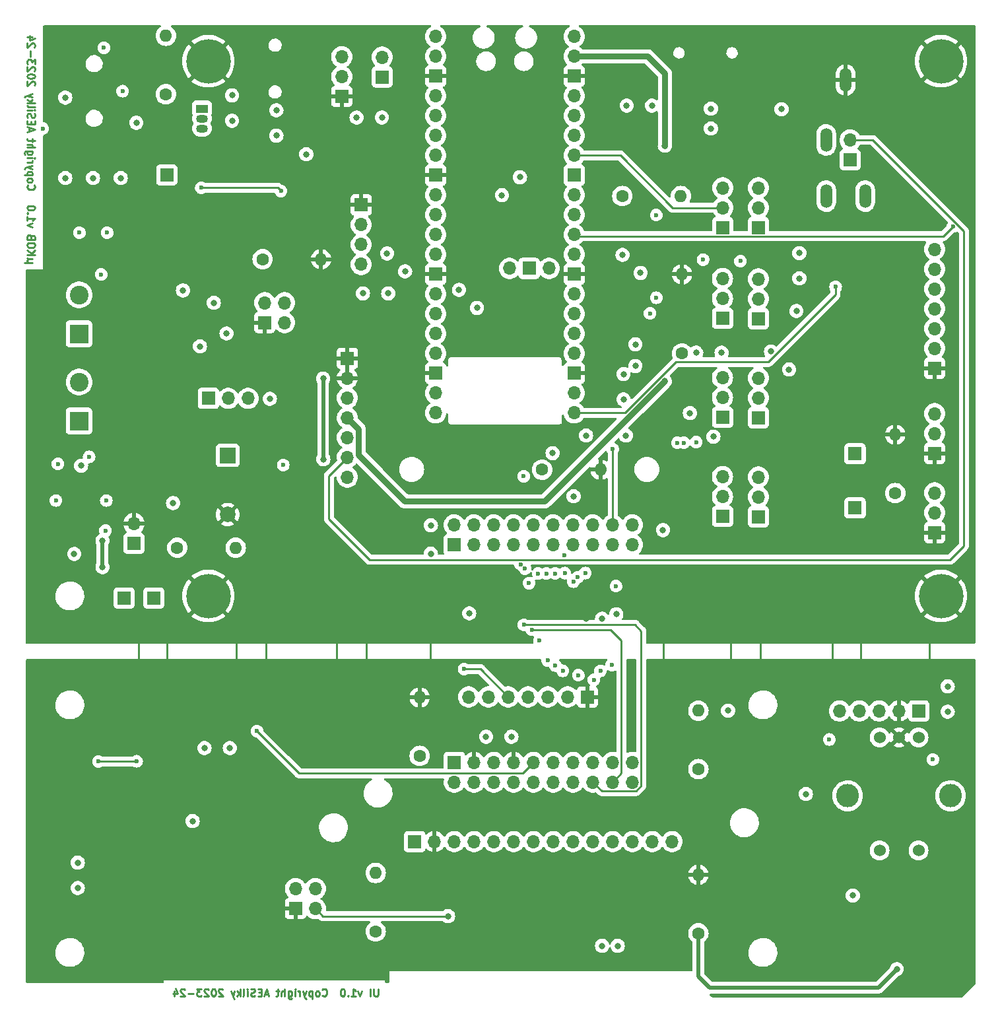
<source format=gbr>
%TF.GenerationSoftware,KiCad,Pcbnew,7.0.2*%
%TF.CreationDate,2024-01-05T18:48:20-08:00*%
%TF.ProjectId,MuKOB,4d754b4f-422e-46b6-9963-61645f706362,1.0*%
%TF.SameCoordinates,Original*%
%TF.FileFunction,Copper,L4,Bot*%
%TF.FilePolarity,Positive*%
%FSLAX46Y46*%
G04 Gerber Fmt 4.6, Leading zero omitted, Abs format (unit mm)*
G04 Created by KiCad (PCBNEW 7.0.2) date 2024-01-05 18:48:20*
%MOMM*%
%LPD*%
G01*
G04 APERTURE LIST*
%ADD10C,0.222250*%
%TA.AperFunction,NonConductor*%
%ADD11C,0.222250*%
%TD*%
%TA.AperFunction,ComponentPad*%
%ADD12C,1.524000*%
%TD*%
%TA.AperFunction,ComponentPad*%
%ADD13O,2.900000X3.000000*%
%TD*%
%TA.AperFunction,ComponentPad*%
%ADD14C,1.600000*%
%TD*%
%TA.AperFunction,ComponentPad*%
%ADD15O,1.600000X1.600000*%
%TD*%
%TA.AperFunction,ComponentPad*%
%ADD16R,2.400000X2.400000*%
%TD*%
%TA.AperFunction,ComponentPad*%
%ADD17C,2.400000*%
%TD*%
%TA.AperFunction,ComponentPad*%
%ADD18R,1.700000X1.700000*%
%TD*%
%TA.AperFunction,ComponentPad*%
%ADD19O,1.700000X1.700000*%
%TD*%
%TA.AperFunction,ComponentPad*%
%ADD20R,2.000000X2.000000*%
%TD*%
%TA.AperFunction,ComponentPad*%
%ADD21C,2.000000*%
%TD*%
%TA.AperFunction,ComponentPad*%
%ADD22C,3.600000*%
%TD*%
%TA.AperFunction,ConnectorPad*%
%ADD23C,5.700000*%
%TD*%
%TA.AperFunction,ComponentPad*%
%ADD24R,1.500000X1.050000*%
%TD*%
%TA.AperFunction,ComponentPad*%
%ADD25O,1.500000X1.050000*%
%TD*%
%TA.AperFunction,ComponentPad*%
%ADD26O,1.508000X3.016000*%
%TD*%
%TA.AperFunction,ViaPad*%
%ADD27C,0.800000*%
%TD*%
%TA.AperFunction,ViaPad*%
%ADD28C,0.600000*%
%TD*%
%TA.AperFunction,Conductor*%
%ADD29C,0.250000*%
%TD*%
%TA.AperFunction,Conductor*%
%ADD30C,0.500000*%
%TD*%
%TA.AperFunction,Conductor*%
%ADD31C,0.800000*%
%TD*%
G04 APERTURE END LIST*
D10*
D11*
X95502790Y-173821077D02*
X95502790Y-174602430D01*
X95502790Y-174602430D02*
X95456828Y-174694354D01*
X95456828Y-174694354D02*
X95410866Y-174740316D01*
X95410866Y-174740316D02*
X95318942Y-174786277D01*
X95318942Y-174786277D02*
X95135095Y-174786277D01*
X95135095Y-174786277D02*
X95043171Y-174740316D01*
X95043171Y-174740316D02*
X94997209Y-174694354D01*
X94997209Y-174694354D02*
X94951247Y-174602430D01*
X94951247Y-174602430D02*
X94951247Y-173821077D01*
X94491628Y-174786277D02*
X94491628Y-173821077D01*
X93388543Y-174142811D02*
X93158733Y-174786277D01*
X93158733Y-174786277D02*
X92928924Y-174142811D01*
X92055648Y-174786277D02*
X92607191Y-174786277D01*
X92331419Y-174786277D02*
X92331419Y-173821077D01*
X92331419Y-173821077D02*
X92423343Y-173958963D01*
X92423343Y-173958963D02*
X92515267Y-174050887D01*
X92515267Y-174050887D02*
X92607191Y-174096849D01*
X91641991Y-174694354D02*
X91596029Y-174740316D01*
X91596029Y-174740316D02*
X91641991Y-174786277D01*
X91641991Y-174786277D02*
X91687953Y-174740316D01*
X91687953Y-174740316D02*
X91641991Y-174694354D01*
X91641991Y-174694354D02*
X91641991Y-174786277D01*
X90998524Y-173821077D02*
X90906601Y-173821077D01*
X90906601Y-173821077D02*
X90814677Y-173867039D01*
X90814677Y-173867039D02*
X90768715Y-173913001D01*
X90768715Y-173913001D02*
X90722753Y-174004925D01*
X90722753Y-174004925D02*
X90676791Y-174188773D01*
X90676791Y-174188773D02*
X90676791Y-174418582D01*
X90676791Y-174418582D02*
X90722753Y-174602430D01*
X90722753Y-174602430D02*
X90768715Y-174694354D01*
X90768715Y-174694354D02*
X90814677Y-174740316D01*
X90814677Y-174740316D02*
X90906601Y-174786277D01*
X90906601Y-174786277D02*
X90998524Y-174786277D01*
X90998524Y-174786277D02*
X91090448Y-174740316D01*
X91090448Y-174740316D02*
X91136410Y-174694354D01*
X91136410Y-174694354D02*
X91182372Y-174602430D01*
X91182372Y-174602430D02*
X91228334Y-174418582D01*
X91228334Y-174418582D02*
X91228334Y-174188773D01*
X91228334Y-174188773D02*
X91182372Y-174004925D01*
X91182372Y-174004925D02*
X91136410Y-173913001D01*
X91136410Y-173913001D02*
X91090448Y-173867039D01*
X91090448Y-173867039D02*
X90998524Y-173821077D01*
D10*
D11*
X51129788Y-80719990D02*
X50164588Y-80719990D01*
X50624207Y-80260371D02*
X50532284Y-80214409D01*
X50532284Y-80214409D02*
X50486322Y-80122485D01*
X50624207Y-80719990D02*
X50532284Y-80674028D01*
X50532284Y-80674028D02*
X50486322Y-80582104D01*
X50486322Y-80582104D02*
X50486322Y-80398257D01*
X50486322Y-80398257D02*
X50532284Y-80306333D01*
X50532284Y-80306333D02*
X50624207Y-80260371D01*
X50624207Y-80260371D02*
X51129788Y-80260371D01*
X50486322Y-79708828D02*
X51451522Y-79708828D01*
X50486322Y-79157285D02*
X51037864Y-79570942D01*
X51451522Y-79157285D02*
X50899979Y-79708828D01*
X51451522Y-78559780D02*
X51451522Y-78375933D01*
X51451522Y-78375933D02*
X51405560Y-78284009D01*
X51405560Y-78284009D02*
X51313636Y-78192085D01*
X51313636Y-78192085D02*
X51129788Y-78146123D01*
X51129788Y-78146123D02*
X50808055Y-78146123D01*
X50808055Y-78146123D02*
X50624207Y-78192085D01*
X50624207Y-78192085D02*
X50532284Y-78284009D01*
X50532284Y-78284009D02*
X50486322Y-78375933D01*
X50486322Y-78375933D02*
X50486322Y-78559780D01*
X50486322Y-78559780D02*
X50532284Y-78651704D01*
X50532284Y-78651704D02*
X50624207Y-78743628D01*
X50624207Y-78743628D02*
X50808055Y-78789590D01*
X50808055Y-78789590D02*
X51129788Y-78789590D01*
X51129788Y-78789590D02*
X51313636Y-78743628D01*
X51313636Y-78743628D02*
X51405560Y-78651704D01*
X51405560Y-78651704D02*
X51451522Y-78559780D01*
X50991903Y-77410733D02*
X50945941Y-77272847D01*
X50945941Y-77272847D02*
X50899979Y-77226885D01*
X50899979Y-77226885D02*
X50808055Y-77180923D01*
X50808055Y-77180923D02*
X50670169Y-77180923D01*
X50670169Y-77180923D02*
X50578245Y-77226885D01*
X50578245Y-77226885D02*
X50532284Y-77272847D01*
X50532284Y-77272847D02*
X50486322Y-77364771D01*
X50486322Y-77364771D02*
X50486322Y-77732466D01*
X50486322Y-77732466D02*
X51451522Y-77732466D01*
X51451522Y-77732466D02*
X51451522Y-77410733D01*
X51451522Y-77410733D02*
X51405560Y-77318809D01*
X51405560Y-77318809D02*
X51359598Y-77272847D01*
X51359598Y-77272847D02*
X51267674Y-77226885D01*
X51267674Y-77226885D02*
X51175750Y-77226885D01*
X51175750Y-77226885D02*
X51083826Y-77272847D01*
X51083826Y-77272847D02*
X51037864Y-77318809D01*
X51037864Y-77318809D02*
X50991903Y-77410733D01*
X50991903Y-77410733D02*
X50991903Y-77732466D01*
X51129788Y-76123800D02*
X50486322Y-75893990D01*
X50486322Y-75893990D02*
X51129788Y-75664181D01*
X50486322Y-74790905D02*
X50486322Y-75342448D01*
X50486322Y-75066676D02*
X51451522Y-75066676D01*
X51451522Y-75066676D02*
X51313636Y-75158600D01*
X51313636Y-75158600D02*
X51221712Y-75250524D01*
X51221712Y-75250524D02*
X51175750Y-75342448D01*
X50578245Y-74377248D02*
X50532284Y-74331286D01*
X50532284Y-74331286D02*
X50486322Y-74377248D01*
X50486322Y-74377248D02*
X50532284Y-74423210D01*
X50532284Y-74423210D02*
X50578245Y-74377248D01*
X50578245Y-74377248D02*
X50486322Y-74377248D01*
X51451522Y-73733781D02*
X51451522Y-73641858D01*
X51451522Y-73641858D02*
X51405560Y-73549934D01*
X51405560Y-73549934D02*
X51359598Y-73503972D01*
X51359598Y-73503972D02*
X51267674Y-73458010D01*
X51267674Y-73458010D02*
X51083826Y-73412048D01*
X51083826Y-73412048D02*
X50854017Y-73412048D01*
X50854017Y-73412048D02*
X50670169Y-73458010D01*
X50670169Y-73458010D02*
X50578245Y-73503972D01*
X50578245Y-73503972D02*
X50532284Y-73549934D01*
X50532284Y-73549934D02*
X50486322Y-73641858D01*
X50486322Y-73641858D02*
X50486322Y-73733781D01*
X50486322Y-73733781D02*
X50532284Y-73825705D01*
X50532284Y-73825705D02*
X50578245Y-73871667D01*
X50578245Y-73871667D02*
X50670169Y-73917629D01*
X50670169Y-73917629D02*
X50854017Y-73963591D01*
X50854017Y-73963591D02*
X51083826Y-73963591D01*
X51083826Y-73963591D02*
X51267674Y-73917629D01*
X51267674Y-73917629D02*
X51359598Y-73871667D01*
X51359598Y-73871667D02*
X51405560Y-73825705D01*
X51405560Y-73825705D02*
X51451522Y-73733781D01*
D10*
D11*
X50578245Y-70770447D02*
X50532284Y-70816409D01*
X50532284Y-70816409D02*
X50486322Y-70954295D01*
X50486322Y-70954295D02*
X50486322Y-71046219D01*
X50486322Y-71046219D02*
X50532284Y-71184104D01*
X50532284Y-71184104D02*
X50624207Y-71276028D01*
X50624207Y-71276028D02*
X50716131Y-71321990D01*
X50716131Y-71321990D02*
X50899979Y-71367952D01*
X50899979Y-71367952D02*
X51037864Y-71367952D01*
X51037864Y-71367952D02*
X51221712Y-71321990D01*
X51221712Y-71321990D02*
X51313636Y-71276028D01*
X51313636Y-71276028D02*
X51405560Y-71184104D01*
X51405560Y-71184104D02*
X51451522Y-71046219D01*
X51451522Y-71046219D02*
X51451522Y-70954295D01*
X51451522Y-70954295D02*
X51405560Y-70816409D01*
X51405560Y-70816409D02*
X51359598Y-70770447D01*
X50486322Y-70218904D02*
X50532284Y-70310828D01*
X50532284Y-70310828D02*
X50578245Y-70356790D01*
X50578245Y-70356790D02*
X50670169Y-70402752D01*
X50670169Y-70402752D02*
X50945941Y-70402752D01*
X50945941Y-70402752D02*
X51037864Y-70356790D01*
X51037864Y-70356790D02*
X51083826Y-70310828D01*
X51083826Y-70310828D02*
X51129788Y-70218904D01*
X51129788Y-70218904D02*
X51129788Y-70081019D01*
X51129788Y-70081019D02*
X51083826Y-69989095D01*
X51083826Y-69989095D02*
X51037864Y-69943133D01*
X51037864Y-69943133D02*
X50945941Y-69897171D01*
X50945941Y-69897171D02*
X50670169Y-69897171D01*
X50670169Y-69897171D02*
X50578245Y-69943133D01*
X50578245Y-69943133D02*
X50532284Y-69989095D01*
X50532284Y-69989095D02*
X50486322Y-70081019D01*
X50486322Y-70081019D02*
X50486322Y-70218904D01*
X51129788Y-69483514D02*
X50164588Y-69483514D01*
X51083826Y-69483514D02*
X51129788Y-69391590D01*
X51129788Y-69391590D02*
X51129788Y-69207743D01*
X51129788Y-69207743D02*
X51083826Y-69115819D01*
X51083826Y-69115819D02*
X51037864Y-69069857D01*
X51037864Y-69069857D02*
X50945941Y-69023895D01*
X50945941Y-69023895D02*
X50670169Y-69023895D01*
X50670169Y-69023895D02*
X50578245Y-69069857D01*
X50578245Y-69069857D02*
X50532284Y-69115819D01*
X50532284Y-69115819D02*
X50486322Y-69207743D01*
X50486322Y-69207743D02*
X50486322Y-69391590D01*
X50486322Y-69391590D02*
X50532284Y-69483514D01*
X51129788Y-68702162D02*
X50486322Y-68472352D01*
X51129788Y-68242543D02*
X50486322Y-68472352D01*
X50486322Y-68472352D02*
X50256512Y-68564276D01*
X50256512Y-68564276D02*
X50210550Y-68610238D01*
X50210550Y-68610238D02*
X50164588Y-68702162D01*
X50486322Y-67874848D02*
X51129788Y-67874848D01*
X50945941Y-67874848D02*
X51037864Y-67828886D01*
X51037864Y-67828886D02*
X51083826Y-67782924D01*
X51083826Y-67782924D02*
X51129788Y-67691000D01*
X51129788Y-67691000D02*
X51129788Y-67599077D01*
X50486322Y-67277343D02*
X51129788Y-67277343D01*
X51451522Y-67277343D02*
X51405560Y-67323305D01*
X51405560Y-67323305D02*
X51359598Y-67277343D01*
X51359598Y-67277343D02*
X51405560Y-67231381D01*
X51405560Y-67231381D02*
X51451522Y-67277343D01*
X51451522Y-67277343D02*
X51359598Y-67277343D01*
X51129788Y-66404067D02*
X50348436Y-66404067D01*
X50348436Y-66404067D02*
X50256512Y-66450029D01*
X50256512Y-66450029D02*
X50210550Y-66495991D01*
X50210550Y-66495991D02*
X50164588Y-66587914D01*
X50164588Y-66587914D02*
X50164588Y-66725800D01*
X50164588Y-66725800D02*
X50210550Y-66817724D01*
X50532284Y-66404067D02*
X50486322Y-66495991D01*
X50486322Y-66495991D02*
X50486322Y-66679838D01*
X50486322Y-66679838D02*
X50532284Y-66771762D01*
X50532284Y-66771762D02*
X50578245Y-66817724D01*
X50578245Y-66817724D02*
X50670169Y-66863686D01*
X50670169Y-66863686D02*
X50945941Y-66863686D01*
X50945941Y-66863686D02*
X51037864Y-66817724D01*
X51037864Y-66817724D02*
X51083826Y-66771762D01*
X51083826Y-66771762D02*
X51129788Y-66679838D01*
X51129788Y-66679838D02*
X51129788Y-66495991D01*
X51129788Y-66495991D02*
X51083826Y-66404067D01*
X50486322Y-65944448D02*
X51451522Y-65944448D01*
X50486322Y-65530791D02*
X50991903Y-65530791D01*
X50991903Y-65530791D02*
X51083826Y-65576753D01*
X51083826Y-65576753D02*
X51129788Y-65668677D01*
X51129788Y-65668677D02*
X51129788Y-65806562D01*
X51129788Y-65806562D02*
X51083826Y-65898486D01*
X51083826Y-65898486D02*
X51037864Y-65944448D01*
X51129788Y-65209058D02*
X51129788Y-64841362D01*
X51451522Y-65071172D02*
X50624207Y-65071172D01*
X50624207Y-65071172D02*
X50532284Y-65025210D01*
X50532284Y-65025210D02*
X50486322Y-64933286D01*
X50486322Y-64933286D02*
X50486322Y-64841362D01*
X50762093Y-63830201D02*
X50762093Y-63370582D01*
X50486322Y-63922125D02*
X51451522Y-63600391D01*
X51451522Y-63600391D02*
X50486322Y-63278658D01*
X50991903Y-62956925D02*
X50991903Y-62635192D01*
X50486322Y-62497306D02*
X50486322Y-62956925D01*
X50486322Y-62956925D02*
X51451522Y-62956925D01*
X51451522Y-62956925D02*
X51451522Y-62497306D01*
X50532284Y-62129611D02*
X50486322Y-61991725D01*
X50486322Y-61991725D02*
X50486322Y-61761916D01*
X50486322Y-61761916D02*
X50532284Y-61669992D01*
X50532284Y-61669992D02*
X50578245Y-61624030D01*
X50578245Y-61624030D02*
X50670169Y-61578068D01*
X50670169Y-61578068D02*
X50762093Y-61578068D01*
X50762093Y-61578068D02*
X50854017Y-61624030D01*
X50854017Y-61624030D02*
X50899979Y-61669992D01*
X50899979Y-61669992D02*
X50945941Y-61761916D01*
X50945941Y-61761916D02*
X50991903Y-61945763D01*
X50991903Y-61945763D02*
X51037864Y-62037687D01*
X51037864Y-62037687D02*
X51083826Y-62083649D01*
X51083826Y-62083649D02*
X51175750Y-62129611D01*
X51175750Y-62129611D02*
X51267674Y-62129611D01*
X51267674Y-62129611D02*
X51359598Y-62083649D01*
X51359598Y-62083649D02*
X51405560Y-62037687D01*
X51405560Y-62037687D02*
X51451522Y-61945763D01*
X51451522Y-61945763D02*
X51451522Y-61715954D01*
X51451522Y-61715954D02*
X51405560Y-61578068D01*
X50486322Y-61164411D02*
X51129788Y-61164411D01*
X51451522Y-61164411D02*
X51405560Y-61210373D01*
X51405560Y-61210373D02*
X51359598Y-61164411D01*
X51359598Y-61164411D02*
X51405560Y-61118449D01*
X51405560Y-61118449D02*
X51451522Y-61164411D01*
X51451522Y-61164411D02*
X51359598Y-61164411D01*
X50486322Y-60566906D02*
X50532284Y-60658830D01*
X50532284Y-60658830D02*
X50624207Y-60704792D01*
X50624207Y-60704792D02*
X51451522Y-60704792D01*
X50486322Y-60199211D02*
X51451522Y-60199211D01*
X50854017Y-60107287D02*
X50486322Y-59831516D01*
X51129788Y-59831516D02*
X50762093Y-60199211D01*
X51129788Y-59509783D02*
X50486322Y-59279973D01*
X51129788Y-59050164D02*
X50486322Y-59279973D01*
X50486322Y-59279973D02*
X50256512Y-59371897D01*
X50256512Y-59371897D02*
X50210550Y-59417859D01*
X50210550Y-59417859D02*
X50164588Y-59509783D01*
X51359598Y-57993041D02*
X51405560Y-57947079D01*
X51405560Y-57947079D02*
X51451522Y-57855155D01*
X51451522Y-57855155D02*
X51451522Y-57625346D01*
X51451522Y-57625346D02*
X51405560Y-57533422D01*
X51405560Y-57533422D02*
X51359598Y-57487460D01*
X51359598Y-57487460D02*
X51267674Y-57441498D01*
X51267674Y-57441498D02*
X51175750Y-57441498D01*
X51175750Y-57441498D02*
X51037864Y-57487460D01*
X51037864Y-57487460D02*
X50486322Y-58039003D01*
X50486322Y-58039003D02*
X50486322Y-57441498D01*
X51451522Y-56843993D02*
X51451522Y-56752070D01*
X51451522Y-56752070D02*
X51405560Y-56660146D01*
X51405560Y-56660146D02*
X51359598Y-56614184D01*
X51359598Y-56614184D02*
X51267674Y-56568222D01*
X51267674Y-56568222D02*
X51083826Y-56522260D01*
X51083826Y-56522260D02*
X50854017Y-56522260D01*
X50854017Y-56522260D02*
X50670169Y-56568222D01*
X50670169Y-56568222D02*
X50578245Y-56614184D01*
X50578245Y-56614184D02*
X50532284Y-56660146D01*
X50532284Y-56660146D02*
X50486322Y-56752070D01*
X50486322Y-56752070D02*
X50486322Y-56843993D01*
X50486322Y-56843993D02*
X50532284Y-56935917D01*
X50532284Y-56935917D02*
X50578245Y-56981879D01*
X50578245Y-56981879D02*
X50670169Y-57027841D01*
X50670169Y-57027841D02*
X50854017Y-57073803D01*
X50854017Y-57073803D02*
X51083826Y-57073803D01*
X51083826Y-57073803D02*
X51267674Y-57027841D01*
X51267674Y-57027841D02*
X51359598Y-56981879D01*
X51359598Y-56981879D02*
X51405560Y-56935917D01*
X51405560Y-56935917D02*
X51451522Y-56843993D01*
X51359598Y-56154565D02*
X51405560Y-56108603D01*
X51405560Y-56108603D02*
X51451522Y-56016679D01*
X51451522Y-56016679D02*
X51451522Y-55786870D01*
X51451522Y-55786870D02*
X51405560Y-55694946D01*
X51405560Y-55694946D02*
X51359598Y-55648984D01*
X51359598Y-55648984D02*
X51267674Y-55603022D01*
X51267674Y-55603022D02*
X51175750Y-55603022D01*
X51175750Y-55603022D02*
X51037864Y-55648984D01*
X51037864Y-55648984D02*
X50486322Y-56200527D01*
X50486322Y-56200527D02*
X50486322Y-55603022D01*
X51451522Y-55281289D02*
X51451522Y-54683784D01*
X51451522Y-54683784D02*
X51083826Y-55005517D01*
X51083826Y-55005517D02*
X51083826Y-54867632D01*
X51083826Y-54867632D02*
X51037864Y-54775708D01*
X51037864Y-54775708D02*
X50991903Y-54729746D01*
X50991903Y-54729746D02*
X50899979Y-54683784D01*
X50899979Y-54683784D02*
X50670169Y-54683784D01*
X50670169Y-54683784D02*
X50578245Y-54729746D01*
X50578245Y-54729746D02*
X50532284Y-54775708D01*
X50532284Y-54775708D02*
X50486322Y-54867632D01*
X50486322Y-54867632D02*
X50486322Y-55143403D01*
X50486322Y-55143403D02*
X50532284Y-55235327D01*
X50532284Y-55235327D02*
X50578245Y-55281289D01*
X50854017Y-54270127D02*
X50854017Y-53534737D01*
X51359598Y-53121079D02*
X51405560Y-53075117D01*
X51405560Y-53075117D02*
X51451522Y-52983193D01*
X51451522Y-52983193D02*
X51451522Y-52753384D01*
X51451522Y-52753384D02*
X51405560Y-52661460D01*
X51405560Y-52661460D02*
X51359598Y-52615498D01*
X51359598Y-52615498D02*
X51267674Y-52569536D01*
X51267674Y-52569536D02*
X51175750Y-52569536D01*
X51175750Y-52569536D02*
X51037864Y-52615498D01*
X51037864Y-52615498D02*
X50486322Y-53167041D01*
X50486322Y-53167041D02*
X50486322Y-52569536D01*
X51129788Y-51742222D02*
X50486322Y-51742222D01*
X51497484Y-51972031D02*
X50808055Y-52201841D01*
X50808055Y-52201841D02*
X50808055Y-51604336D01*
D10*
D11*
X88347247Y-174694354D02*
X88393209Y-174740316D01*
X88393209Y-174740316D02*
X88531095Y-174786277D01*
X88531095Y-174786277D02*
X88623019Y-174786277D01*
X88623019Y-174786277D02*
X88760904Y-174740316D01*
X88760904Y-174740316D02*
X88852828Y-174648392D01*
X88852828Y-174648392D02*
X88898790Y-174556468D01*
X88898790Y-174556468D02*
X88944752Y-174372620D01*
X88944752Y-174372620D02*
X88944752Y-174234735D01*
X88944752Y-174234735D02*
X88898790Y-174050887D01*
X88898790Y-174050887D02*
X88852828Y-173958963D01*
X88852828Y-173958963D02*
X88760904Y-173867039D01*
X88760904Y-173867039D02*
X88623019Y-173821077D01*
X88623019Y-173821077D02*
X88531095Y-173821077D01*
X88531095Y-173821077D02*
X88393209Y-173867039D01*
X88393209Y-173867039D02*
X88347247Y-173913001D01*
X87795704Y-174786277D02*
X87887628Y-174740316D01*
X87887628Y-174740316D02*
X87933590Y-174694354D01*
X87933590Y-174694354D02*
X87979552Y-174602430D01*
X87979552Y-174602430D02*
X87979552Y-174326658D01*
X87979552Y-174326658D02*
X87933590Y-174234735D01*
X87933590Y-174234735D02*
X87887628Y-174188773D01*
X87887628Y-174188773D02*
X87795704Y-174142811D01*
X87795704Y-174142811D02*
X87657819Y-174142811D01*
X87657819Y-174142811D02*
X87565895Y-174188773D01*
X87565895Y-174188773D02*
X87519933Y-174234735D01*
X87519933Y-174234735D02*
X87473971Y-174326658D01*
X87473971Y-174326658D02*
X87473971Y-174602430D01*
X87473971Y-174602430D02*
X87519933Y-174694354D01*
X87519933Y-174694354D02*
X87565895Y-174740316D01*
X87565895Y-174740316D02*
X87657819Y-174786277D01*
X87657819Y-174786277D02*
X87795704Y-174786277D01*
X87060314Y-174142811D02*
X87060314Y-175108011D01*
X87060314Y-174188773D02*
X86968390Y-174142811D01*
X86968390Y-174142811D02*
X86784543Y-174142811D01*
X86784543Y-174142811D02*
X86692619Y-174188773D01*
X86692619Y-174188773D02*
X86646657Y-174234735D01*
X86646657Y-174234735D02*
X86600695Y-174326658D01*
X86600695Y-174326658D02*
X86600695Y-174602430D01*
X86600695Y-174602430D02*
X86646657Y-174694354D01*
X86646657Y-174694354D02*
X86692619Y-174740316D01*
X86692619Y-174740316D02*
X86784543Y-174786277D01*
X86784543Y-174786277D02*
X86968390Y-174786277D01*
X86968390Y-174786277D02*
X87060314Y-174740316D01*
X86278962Y-174142811D02*
X86049152Y-174786277D01*
X85819343Y-174142811D02*
X86049152Y-174786277D01*
X86049152Y-174786277D02*
X86141076Y-175016087D01*
X86141076Y-175016087D02*
X86187038Y-175062049D01*
X86187038Y-175062049D02*
X86278962Y-175108011D01*
X85451648Y-174786277D02*
X85451648Y-174142811D01*
X85451648Y-174326658D02*
X85405686Y-174234735D01*
X85405686Y-174234735D02*
X85359724Y-174188773D01*
X85359724Y-174188773D02*
X85267800Y-174142811D01*
X85267800Y-174142811D02*
X85175877Y-174142811D01*
X84854143Y-174786277D02*
X84854143Y-174142811D01*
X84854143Y-173821077D02*
X84900105Y-173867039D01*
X84900105Y-173867039D02*
X84854143Y-173913001D01*
X84854143Y-173913001D02*
X84808181Y-173867039D01*
X84808181Y-173867039D02*
X84854143Y-173821077D01*
X84854143Y-173821077D02*
X84854143Y-173913001D01*
X83980867Y-174142811D02*
X83980867Y-174924163D01*
X83980867Y-174924163D02*
X84026829Y-175016087D01*
X84026829Y-175016087D02*
X84072791Y-175062049D01*
X84072791Y-175062049D02*
X84164714Y-175108011D01*
X84164714Y-175108011D02*
X84302600Y-175108011D01*
X84302600Y-175108011D02*
X84394524Y-175062049D01*
X83980867Y-174740316D02*
X84072791Y-174786277D01*
X84072791Y-174786277D02*
X84256638Y-174786277D01*
X84256638Y-174786277D02*
X84348562Y-174740316D01*
X84348562Y-174740316D02*
X84394524Y-174694354D01*
X84394524Y-174694354D02*
X84440486Y-174602430D01*
X84440486Y-174602430D02*
X84440486Y-174326658D01*
X84440486Y-174326658D02*
X84394524Y-174234735D01*
X84394524Y-174234735D02*
X84348562Y-174188773D01*
X84348562Y-174188773D02*
X84256638Y-174142811D01*
X84256638Y-174142811D02*
X84072791Y-174142811D01*
X84072791Y-174142811D02*
X83980867Y-174188773D01*
X83521248Y-174786277D02*
X83521248Y-173821077D01*
X83107591Y-174786277D02*
X83107591Y-174280696D01*
X83107591Y-174280696D02*
X83153553Y-174188773D01*
X83153553Y-174188773D02*
X83245477Y-174142811D01*
X83245477Y-174142811D02*
X83383362Y-174142811D01*
X83383362Y-174142811D02*
X83475286Y-174188773D01*
X83475286Y-174188773D02*
X83521248Y-174234735D01*
X82785858Y-174142811D02*
X82418162Y-174142811D01*
X82647972Y-173821077D02*
X82647972Y-174648392D01*
X82647972Y-174648392D02*
X82602010Y-174740316D01*
X82602010Y-174740316D02*
X82510086Y-174786277D01*
X82510086Y-174786277D02*
X82418162Y-174786277D01*
X81407001Y-174510506D02*
X80947382Y-174510506D01*
X81498925Y-174786277D02*
X81177191Y-173821077D01*
X81177191Y-173821077D02*
X80855458Y-174786277D01*
X80533725Y-174280696D02*
X80211992Y-174280696D01*
X80074106Y-174786277D02*
X80533725Y-174786277D01*
X80533725Y-174786277D02*
X80533725Y-173821077D01*
X80533725Y-173821077D02*
X80074106Y-173821077D01*
X79706411Y-174740316D02*
X79568525Y-174786277D01*
X79568525Y-174786277D02*
X79338716Y-174786277D01*
X79338716Y-174786277D02*
X79246792Y-174740316D01*
X79246792Y-174740316D02*
X79200830Y-174694354D01*
X79200830Y-174694354D02*
X79154868Y-174602430D01*
X79154868Y-174602430D02*
X79154868Y-174510506D01*
X79154868Y-174510506D02*
X79200830Y-174418582D01*
X79200830Y-174418582D02*
X79246792Y-174372620D01*
X79246792Y-174372620D02*
X79338716Y-174326658D01*
X79338716Y-174326658D02*
X79522563Y-174280696D01*
X79522563Y-174280696D02*
X79614487Y-174234735D01*
X79614487Y-174234735D02*
X79660449Y-174188773D01*
X79660449Y-174188773D02*
X79706411Y-174096849D01*
X79706411Y-174096849D02*
X79706411Y-174004925D01*
X79706411Y-174004925D02*
X79660449Y-173913001D01*
X79660449Y-173913001D02*
X79614487Y-173867039D01*
X79614487Y-173867039D02*
X79522563Y-173821077D01*
X79522563Y-173821077D02*
X79292754Y-173821077D01*
X79292754Y-173821077D02*
X79154868Y-173867039D01*
X78741211Y-174786277D02*
X78741211Y-174142811D01*
X78741211Y-173821077D02*
X78787173Y-173867039D01*
X78787173Y-173867039D02*
X78741211Y-173913001D01*
X78741211Y-173913001D02*
X78695249Y-173867039D01*
X78695249Y-173867039D02*
X78741211Y-173821077D01*
X78741211Y-173821077D02*
X78741211Y-173913001D01*
X78143706Y-174786277D02*
X78235630Y-174740316D01*
X78235630Y-174740316D02*
X78281592Y-174648392D01*
X78281592Y-174648392D02*
X78281592Y-173821077D01*
X77776011Y-174786277D02*
X77776011Y-173821077D01*
X77684087Y-174418582D02*
X77408316Y-174786277D01*
X77408316Y-174142811D02*
X77776011Y-174510506D01*
X77086583Y-174142811D02*
X76856773Y-174786277D01*
X76626964Y-174142811D02*
X76856773Y-174786277D01*
X76856773Y-174786277D02*
X76948697Y-175016087D01*
X76948697Y-175016087D02*
X76994659Y-175062049D01*
X76994659Y-175062049D02*
X77086583Y-175108011D01*
X75569841Y-173913001D02*
X75523879Y-173867039D01*
X75523879Y-173867039D02*
X75431955Y-173821077D01*
X75431955Y-173821077D02*
X75202146Y-173821077D01*
X75202146Y-173821077D02*
X75110222Y-173867039D01*
X75110222Y-173867039D02*
X75064260Y-173913001D01*
X75064260Y-173913001D02*
X75018298Y-174004925D01*
X75018298Y-174004925D02*
X75018298Y-174096849D01*
X75018298Y-174096849D02*
X75064260Y-174234735D01*
X75064260Y-174234735D02*
X75615803Y-174786277D01*
X75615803Y-174786277D02*
X75018298Y-174786277D01*
X74420793Y-173821077D02*
X74328870Y-173821077D01*
X74328870Y-173821077D02*
X74236946Y-173867039D01*
X74236946Y-173867039D02*
X74190984Y-173913001D01*
X74190984Y-173913001D02*
X74145022Y-174004925D01*
X74145022Y-174004925D02*
X74099060Y-174188773D01*
X74099060Y-174188773D02*
X74099060Y-174418582D01*
X74099060Y-174418582D02*
X74145022Y-174602430D01*
X74145022Y-174602430D02*
X74190984Y-174694354D01*
X74190984Y-174694354D02*
X74236946Y-174740316D01*
X74236946Y-174740316D02*
X74328870Y-174786277D01*
X74328870Y-174786277D02*
X74420793Y-174786277D01*
X74420793Y-174786277D02*
X74512717Y-174740316D01*
X74512717Y-174740316D02*
X74558679Y-174694354D01*
X74558679Y-174694354D02*
X74604641Y-174602430D01*
X74604641Y-174602430D02*
X74650603Y-174418582D01*
X74650603Y-174418582D02*
X74650603Y-174188773D01*
X74650603Y-174188773D02*
X74604641Y-174004925D01*
X74604641Y-174004925D02*
X74558679Y-173913001D01*
X74558679Y-173913001D02*
X74512717Y-173867039D01*
X74512717Y-173867039D02*
X74420793Y-173821077D01*
X73731365Y-173913001D02*
X73685403Y-173867039D01*
X73685403Y-173867039D02*
X73593479Y-173821077D01*
X73593479Y-173821077D02*
X73363670Y-173821077D01*
X73363670Y-173821077D02*
X73271746Y-173867039D01*
X73271746Y-173867039D02*
X73225784Y-173913001D01*
X73225784Y-173913001D02*
X73179822Y-174004925D01*
X73179822Y-174004925D02*
X73179822Y-174096849D01*
X73179822Y-174096849D02*
X73225784Y-174234735D01*
X73225784Y-174234735D02*
X73777327Y-174786277D01*
X73777327Y-174786277D02*
X73179822Y-174786277D01*
X72858089Y-173821077D02*
X72260584Y-173821077D01*
X72260584Y-173821077D02*
X72582317Y-174188773D01*
X72582317Y-174188773D02*
X72444432Y-174188773D01*
X72444432Y-174188773D02*
X72352508Y-174234735D01*
X72352508Y-174234735D02*
X72306546Y-174280696D01*
X72306546Y-174280696D02*
X72260584Y-174372620D01*
X72260584Y-174372620D02*
X72260584Y-174602430D01*
X72260584Y-174602430D02*
X72306546Y-174694354D01*
X72306546Y-174694354D02*
X72352508Y-174740316D01*
X72352508Y-174740316D02*
X72444432Y-174786277D01*
X72444432Y-174786277D02*
X72720203Y-174786277D01*
X72720203Y-174786277D02*
X72812127Y-174740316D01*
X72812127Y-174740316D02*
X72858089Y-174694354D01*
X71846927Y-174418582D02*
X71111537Y-174418582D01*
X70697879Y-173913001D02*
X70651917Y-173867039D01*
X70651917Y-173867039D02*
X70559993Y-173821077D01*
X70559993Y-173821077D02*
X70330184Y-173821077D01*
X70330184Y-173821077D02*
X70238260Y-173867039D01*
X70238260Y-173867039D02*
X70192298Y-173913001D01*
X70192298Y-173913001D02*
X70146336Y-174004925D01*
X70146336Y-174004925D02*
X70146336Y-174096849D01*
X70146336Y-174096849D02*
X70192298Y-174234735D01*
X70192298Y-174234735D02*
X70743841Y-174786277D01*
X70743841Y-174786277D02*
X70146336Y-174786277D01*
X69319022Y-174142811D02*
X69319022Y-174786277D01*
X69548831Y-173775116D02*
X69778641Y-174464544D01*
X69778641Y-174464544D02*
X69181136Y-174464544D01*
D12*
%TO.P,RE1,A,A*%
%TO.N,/RE_A*%
X164823200Y-141581900D03*
%TO.P,RE1,B,B*%
%TO.N,/RE_B*%
X159823200Y-141581900D03*
%TO.P,RE1,C,C*%
%TO.N,GND*%
X162323200Y-141581900D03*
%TO.P,RE1,S1,S1*%
%TO.N,GNDA*%
X164823200Y-156081900D03*
%TO.P,RE1,S2,S2*%
%TO.N,/SW_MTRX*%
X159823200Y-156081900D03*
D13*
%TO.P,RE1,SH*%
%TO.N,N/C*%
X168923200Y-149081900D03*
X155723200Y-149081900D03*
%TD*%
D14*
%TO.P,CF1,1*%
%TO.N,+3.3V*%
X80680000Y-80264000D03*
D15*
%TO.P,CF1,2*%
%TO.N,GND*%
X88180000Y-80264000D03*
%TD*%
D14*
%TO.P,CFA2,1*%
%TO.N,+3.3VA*%
X69730000Y-117264000D03*
D15*
%TO.P,CFA2,2*%
%TO.N,GNDA*%
X77230000Y-117264000D03*
%TD*%
D16*
%TO.P,J12,1,Pin_1*%
%TO.N,/AOR+*%
X57150000Y-89836000D03*
D17*
%TO.P,J12,2,Pin_2*%
%TO.N,/AOR-*%
X57150000Y-84836000D03*
%TD*%
D18*
%TO.P,TP1,1,Pin_1*%
%TO.N,/VOLA*%
X156680000Y-112164000D03*
%TD*%
%TO.P,TP2,1,Pin_1*%
%TO.N,/VOLB*%
X156680000Y-105214000D03*
%TD*%
%TO.P,JP3,1,Pin_1*%
%TO.N,/SDR-*%
X64180000Y-116704000D03*
D19*
%TO.P,JP3,2,Pin_2*%
%TO.N,GND*%
X64180000Y-114164000D03*
%TD*%
D18*
%TO.P,OP9,1,A*%
%TO.N,/GPIO28ADC2*%
X144272000Y-76200000D03*
D19*
%TO.P,OP9,2,C*%
%TO.N,/DISP_BL_LED*%
X144272000Y-73660000D03*
%TO.P,OP9,3,B*%
%TO.N,Net-(OP9-B)*%
X144272000Y-71120000D03*
%TD*%
D18*
%TO.P,J19,1,Pin_1*%
%TO.N,/RE_A*%
X105266000Y-116885720D03*
D19*
%TO.P,J19,2,Pin_2*%
%TO.N,+3.3V*%
X105266000Y-114345720D03*
%TO.P,J19,3,Pin_3*%
%TO.N,GND*%
X107806000Y-116885720D03*
%TO.P,J19,4,Pin_4*%
%TO.N,GNDA*%
X107806000Y-114345720D03*
%TO.P,J19,5,Pin_5*%
%TO.N,/RE_B*%
X110346000Y-116885720D03*
%TO.P,J19,6,Pin_6*%
%TO.N,/DISP_CS-*%
X110346000Y-114345720D03*
%TO.P,J19,7,Pin_7*%
%TO.N,GND*%
X112886000Y-116885720D03*
%TO.P,J19,8,Pin_8*%
%TO.N,/DISP_RST-*%
X112886000Y-114345720D03*
%TO.P,J19,9,Pin_9*%
%TO.N,/SW_MTRX*%
X115426000Y-116885720D03*
%TO.P,J19,10,Pin_10*%
%TO.N,/DISP_D{slash}C-*%
X115426000Y-114345720D03*
%TO.P,J19,11,Pin_11*%
%TO.N,+3.3VA*%
X117966000Y-116885720D03*
%TO.P,J19,12,Pin_12*%
%TO.N,/DISP_MOSI*%
X117966000Y-114345720D03*
%TO.P,J19,13,Pin_13*%
%TO.N,/TCH_IRQ-*%
X120506000Y-116885720D03*
%TO.P,J19,14,Pin_14*%
%TO.N,/DISP_SCK*%
X120506000Y-114345720D03*
%TO.P,J19,15,Pin_15*%
%TO.N,/TCH_MISO*%
X123046000Y-116885720D03*
%TO.P,J19,16,Pin_16*%
%TO.N,/DISP_BL_LED*%
X123046000Y-114345720D03*
%TO.P,J19,17,Pin_17*%
%TO.N,/TCH_MOSI*%
X125586000Y-116885720D03*
%TO.P,J19,18,Pin_18*%
%TO.N,/DISP_MISO*%
X125586000Y-114345720D03*
%TO.P,J19,19,Pin_19*%
%TO.N,/TCH_CS-*%
X128126000Y-116885720D03*
%TO.P,J19,20,Pin_20*%
%TO.N,/TCH_CLK*%
X128126000Y-114345720D03*
%TD*%
%TO.P,U2,1,GPIO0*%
%TO.N,/UART0_TX*%
X102870000Y-51714400D03*
%TO.P,U2,2,GPIO1*%
%TO.N,/UART0_RX*%
X102870000Y-54254400D03*
D18*
%TO.P,U2,3,GND*%
%TO.N,GND*%
X102870000Y-56794400D03*
D19*
%TO.P,U2,4,GPIO2*%
%TO.N,/SNDR_EN*%
X102870000Y-59334400D03*
%TO.P,U2,5,GPIO3*%
%TO.N,/KEY_PDL_DOT-*%
X102870000Y-61874400D03*
%TO.P,U2,6,GPIO4*%
%TO.N,/PDL_DASH-*%
X102870000Y-64414400D03*
%TO.P,U2,7,GPIO5*%
%TO.N,/DISP_D{slash}C-*%
X102870000Y-66954400D03*
D18*
%TO.P,U2,8,GND*%
%TO.N,GND*%
X102870000Y-69494400D03*
D19*
%TO.P,U2,9,GPIO6*%
%TO.N,/RE_A*%
X102870000Y-72034400D03*
%TO.P,U2,10,GPIO7*%
%TO.N,/RE_B*%
X102870000Y-74574400D03*
%TO.P,U2,11,GPIO8*%
%TO.N,/GPIO08*%
X102870000Y-77114400D03*
%TO.P,U2,12,GPIO9*%
%TO.N,/GPIO09*%
X102870000Y-79654400D03*
D18*
%TO.P,U2,13,GND*%
%TO.N,GND*%
X102870000Y-82194400D03*
D19*
%TO.P,U2,14,GPIO10*%
%TO.N,/DISP_CS-*%
X102870000Y-84734400D03*
%TO.P,U2,15,GPIO11*%
%TO.N,/DISP_MOSI*%
X102870000Y-87274400D03*
%TO.P,U2,16,GPIO12*%
%TO.N,/DISP_MISO*%
X102870000Y-89814400D03*
%TO.P,U2,17,GPIO13*%
%TO.N,/DISP_RST-*%
X102870000Y-92354400D03*
D18*
%TO.P,U2,18,GND*%
%TO.N,GND*%
X102870000Y-94894400D03*
D19*
%TO.P,U2,19,GPIO14*%
%TO.N,/DISP_SCK*%
X102870000Y-97434400D03*
%TO.P,U2,20,GPIO15*%
%TO.N,/SD_CARD_DET*%
X102870000Y-99974400D03*
%TO.P,U2,21,GPIO16*%
%TO.N,/SD_TP_EX_MISO*%
X120650000Y-99974400D03*
%TO.P,U2,22,GPIO17*%
%TO.N,/TCH_CS-*%
X120650000Y-97434400D03*
D18*
%TO.P,U2,23,GND*%
%TO.N,GND*%
X120650000Y-94894400D03*
D19*
%TO.P,U2,24,GPIO18*%
%TO.N,/SD_TP_EX_SCK*%
X120650000Y-92354400D03*
%TO.P,U2,25,GPIO19*%
%TO.N,/SD_TP_EX_MOSI*%
X120650000Y-89814400D03*
%TO.P,U2,26,GPIO20*%
%TO.N,/TCH_IRQ-*%
X120650000Y-87274400D03*
%TO.P,U2,27,GPIO21*%
%TO.N,/SD_CS-*%
X120650000Y-84734400D03*
D18*
%TO.P,U2,28,GND*%
%TO.N,GND*%
X120650000Y-82194400D03*
D19*
%TO.P,U2,29,GPIO22*%
%TO.N,/TONE_GEN_L*%
X120650000Y-79654400D03*
%TO.P,U2,30,RUN*%
%TO.N,/RUN*%
X120650000Y-77114400D03*
%TO.P,U2,31,GPIO26_ADC0*%
%TO.N,/SW_MTRX*%
X120650000Y-74574400D03*
%TO.P,U2,32,GPIO27_ADC1*%
%TO.N,/AUD_IN*%
X120650000Y-72034400D03*
D18*
%TO.P,U2,33,AGND*%
%TO.N,GNDA*%
X120650000Y-69494400D03*
D19*
%TO.P,U2,34,GPIO28_ADC2*%
%TO.N,/IO28_DBL_TGR*%
X120650000Y-66954400D03*
%TO.P,U2,35,ADC_VREF*%
%TO.N,+3.3VA*%
X120650000Y-64414400D03*
%TO.P,U2,36,3V3*%
%TO.N,+3.3V*%
X120650000Y-61874400D03*
%TO.P,U2,37,3V3_EN*%
%TO.N,unconnected-(U2-3V3_EN-Pad37)*%
X120650000Y-59334400D03*
D18*
%TO.P,U2,38,GND*%
%TO.N,GND*%
X120650000Y-56794400D03*
D19*
%TO.P,U2,39,VSYS*%
%TO.N,VSYS*%
X120650000Y-54254400D03*
%TO.P,U2,40,VBUS*%
%TO.N,VBUS*%
X120650000Y-51714400D03*
%TO.P,U2,41,SWCLK*%
%TO.N,unconnected-(U2-SWCLK-Pad41)*%
X112344100Y-81444400D03*
D18*
%TO.P,U2,42,GND*%
%TO.N,unconnected-(U2-GND-Pad42)*%
X114884100Y-81444400D03*
D19*
%TO.P,U2,43,SWDIO*%
%TO.N,unconnected-(U2-SWDIO-Pad43)*%
X117424100Y-81444400D03*
%TD*%
D18*
%TO.P,JP-PWR-2,1,Pin_1*%
%TO.N,GND*%
X84905000Y-163539000D03*
D19*
%TO.P,JP-PWR-2,2,Pin_2*%
%TO.N,GNDA*%
X84905000Y-160999000D03*
%TO.P,JP-PWR-2,3,Pin_3*%
%TO.N,+3.3V*%
X87445000Y-163539000D03*
%TO.P,JP-PWR-2,4,Pin_4*%
%TO.N,+3.3VA*%
X87445000Y-160999000D03*
%TD*%
D14*
%TO.P,CFA5,1*%
%TO.N,+3.3VA*%
X136580000Y-145664000D03*
D15*
%TO.P,CFA5,2*%
%TO.N,GNDA*%
X136580000Y-138164000D03*
%TD*%
D18*
%TO.P,JP1,1,Pin_1*%
%TO.N,Net-(JP1-Pin_1)*%
X96012000Y-56894000D03*
D19*
%TO.P,JP1,2,Pin_2*%
%TO.N,/UART0_RX*%
X96012000Y-54354000D03*
%TD*%
D14*
%TO.P,CFA1,1*%
%TO.N,+3.3VA*%
X68280000Y-59114000D03*
D15*
%TO.P,CFA1,2*%
%TO.N,GNDA*%
X68280000Y-51614000D03*
%TD*%
D18*
%TO.P,JP2,1,A*%
%TO.N,/KEY_PDL_DOT-*%
X156057600Y-67518200D03*
D19*
%TO.P,JP2,2,B*%
%TO.N,/KEY-*%
X156057600Y-64978200D03*
%TD*%
D20*
%TO.P,BZ1,1,-*%
%TO.N,/BUZZ_DRV*%
X76200000Y-105420000D03*
D21*
%TO.P,BZ1,2,+*%
%TO.N,GND*%
X76200000Y-113020000D03*
%TD*%
D22*
%TO.P,M_KSI3,1,1*%
%TO.N,GND*%
X73724200Y-123454400D03*
D23*
X73724200Y-123454400D03*
%TD*%
D18*
%TO.P,J16,1,Pin_1*%
%TO.N,+3.3V*%
X100191000Y-154950400D03*
D19*
%TO.P,J16,2,Pin_2*%
%TO.N,GND*%
X102731000Y-154950400D03*
%TO.P,J16,3,Pin_3*%
%TO.N,/DISP_CS-*%
X105271000Y-154950400D03*
%TO.P,J16,4,Pin_4*%
%TO.N,/DISP_RST-*%
X107811000Y-154950400D03*
%TO.P,J16,5,Pin_5*%
%TO.N,/DISP_D{slash}C-*%
X110351000Y-154950400D03*
%TO.P,J16,6,Pin_6*%
%TO.N,/DISP_MOSI*%
X112891000Y-154950400D03*
%TO.P,J16,7,Pin_7*%
%TO.N,/DISP_SCK*%
X115431000Y-154950400D03*
%TO.P,J16,8,Pin_8*%
%TO.N,/DISP_BL_LED*%
X117971000Y-154950400D03*
%TO.P,J16,9,Pin_9*%
%TO.N,/DISP_MISO*%
X120511000Y-154950400D03*
%TO.P,J16,10,Pin_10*%
%TO.N,/TCH_CLK*%
X123051000Y-154950400D03*
%TO.P,J16,11,Pin_11*%
%TO.N,/TCH_CS-*%
X125591000Y-154950400D03*
%TO.P,J16,12,Pin_12*%
%TO.N,/TCH_MOSI*%
X128131000Y-154950400D03*
%TO.P,J16,13,Pin_13*%
%TO.N,/TCH_MISO*%
X130671000Y-154950400D03*
%TO.P,J16,14,Pin_14*%
%TO.N,/TCH_IRQ-*%
X133211000Y-154950400D03*
%TD*%
D14*
%TO.P,CF5,1*%
%TO.N,+3.3V*%
X136580000Y-166714000D03*
D15*
%TO.P,CF5,2*%
%TO.N,GND*%
X136580000Y-159214000D03*
%TD*%
D18*
%TO.P,OP2,1,A*%
%TO.N,/U1TX_EXCS*%
X139675000Y-87833200D03*
D19*
%TO.P,OP2,2,C*%
%TO.N,/GPIO08*%
X139675000Y-85293200D03*
%TO.P,OP2,3,B*%
%TO.N,/P_VOL_A*%
X139675000Y-82753200D03*
%TD*%
D14*
%TO.P,CFA3,1*%
%TO.N,+3.3VA*%
X126830000Y-72164000D03*
D15*
%TO.P,CFA3,2*%
%TO.N,GNDA*%
X134330000Y-72164000D03*
%TD*%
D18*
%TO.P,OP8,1,A*%
%TO.N,/GPIO28ADC2*%
X139700000Y-76200000D03*
D19*
%TO.P,OP8,2,C*%
%TO.N,/IO28_DBL_TGR*%
X139700000Y-73660000D03*
%TO.P,OP8,3,B*%
%TO.N,/TONE_GEN_R_SPKR*%
X139700000Y-71120000D03*
%TD*%
D22*
%TO.P,M_KSI4,1,1*%
%TO.N,GND*%
X167704200Y-123454400D03*
D23*
X167704200Y-123454400D03*
%TD*%
D14*
%TO.P,CF4,1*%
%TO.N,+3.3V*%
X100830000Y-143964000D03*
D15*
%TO.P,CF4,2*%
%TO.N,GND*%
X100830000Y-136464000D03*
%TD*%
D18*
%TO.P,J17,1,Pin_1*%
%TO.N,/RE_A*%
X164846000Y-138201400D03*
D19*
%TO.P,J17,2,Pin_2*%
%TO.N,GND*%
X162306000Y-138201400D03*
%TO.P,J17,3,Pin_3*%
%TO.N,/RE_B*%
X159766000Y-138201400D03*
%TO.P,J17,4,Pin_4*%
%TO.N,/SW_MTRX*%
X157226000Y-138201400D03*
%TO.P,J17,5,Pin_5*%
%TO.N,GNDA*%
X154686000Y-138201400D03*
%TD*%
D18*
%TO.P,J10,1,Pin_1*%
%TO.N,GND*%
X166878000Y-94234000D03*
D19*
%TO.P,J10,2,Pin_2*%
%TO.N,/ExIO2*%
X166878000Y-91694000D03*
%TO.P,J10,3,Pin_3*%
%TO.N,/ExIO3*%
X166878000Y-89154000D03*
%TO.P,J10,4,Pin_4*%
%TO.N,/ExIO4*%
X166878000Y-86614000D03*
%TO.P,J10,5,Pin_5*%
%TO.N,/ExIO5*%
X166878000Y-84074000D03*
%TO.P,J10,6,Pin_6*%
%TO.N,/ExIO6*%
X166878000Y-81534000D03*
%TO.P,J10,7,Pin_7*%
%TO.N,/ExIO7*%
X166878000Y-78994000D03*
%TD*%
D18*
%TO.P,OP3,1,A*%
%TO.N,/U1RX_EXINT*%
X139675000Y-100533200D03*
D19*
%TO.P,OP3,2,C*%
%TO.N,/GPIO09*%
X139675000Y-97993200D03*
%TO.P,OP3,3,B*%
%TO.N,/P_VOL_B*%
X139675000Y-95453200D03*
%TD*%
D18*
%TO.P,J15,1,Pin_1*%
%TO.N,GND*%
X122351800Y-136398000D03*
D19*
%TO.P,J15,2,Pin_2*%
%TO.N,+3.3V*%
X119811800Y-136398000D03*
%TO.P,J15,3,Pin_3*%
%TO.N,/DISP_SCK*%
X117271800Y-136398000D03*
%TO.P,J15,4,Pin_4*%
%TO.N,/DISP_MOSI*%
X114731800Y-136398000D03*
%TO.P,J15,5,Pin_5*%
%TO.N,/DISP_RST-*%
X112191800Y-136398000D03*
%TO.P,J15,6,Pin_6*%
%TO.N,/DISP_D{slash}C-*%
X109651800Y-136398000D03*
%TO.P,J15,7,Pin_7*%
%TO.N,/DISP_CS-*%
X107111800Y-136398000D03*
%TD*%
D18*
%TO.P,OP7,1,A*%
%TO.N,/P_VOL_B*%
X144272000Y-113284000D03*
D19*
%TO.P,OP7,2,C*%
%TO.N,/VOLB*%
X144272000Y-110744000D03*
%TO.P,OP7,3,B*%
%TO.N,/EX_VOLB*%
X144272000Y-108204000D03*
%TD*%
D18*
%TO.P,J8,1,Pin_1*%
%TO.N,GND*%
X166878000Y-115316000D03*
D19*
%TO.P,J8,2,Pin_2*%
%TO.N,/U1_RX*%
X166878000Y-112776000D03*
%TO.P,J8,3,Pin_3*%
%TO.N,/U1_TX*%
X166878000Y-110236000D03*
%TD*%
D18*
%TO.P,JP-PWR-1,1,Pin_1*%
%TO.N,GND*%
X80955000Y-88389000D03*
D19*
%TO.P,JP-PWR-1,2,Pin_2*%
%TO.N,GNDA*%
X80955000Y-85849000D03*
%TO.P,JP-PWR-1,3,Pin_3*%
%TO.N,+3.3V*%
X83495000Y-88389000D03*
%TO.P,JP-PWR-1,4,Pin_4*%
%TO.N,+3.3VA*%
X83495000Y-85849000D03*
%TD*%
D14*
%TO.P,CF2,1*%
%TO.N,+3.3V*%
X161830000Y-110264000D03*
D15*
%TO.P,CF2,2*%
%TO.N,GND*%
X161830000Y-102764000D03*
%TD*%
D16*
%TO.P,J11,1,Pin_1*%
%TO.N,/AOL+*%
X57150000Y-101012000D03*
D17*
%TO.P,J11,2,Pin_2*%
%TO.N,/AOL-*%
X57150000Y-96012000D03*
%TD*%
D18*
%TO.P,TP4,1,Pin_1*%
%TO.N,/TONE_GEN_R_SPKR*%
X62920000Y-123714000D03*
%TD*%
D14*
%TO.P,CFA4,1*%
%TO.N,+3.3VA*%
X95180000Y-166464000D03*
D15*
%TO.P,CFA4,2*%
%TO.N,GNDA*%
X95180000Y-158964000D03*
%TD*%
D18*
%TO.P,J5,1,Pin_1*%
%TO.N,GND*%
X93330000Y-73314000D03*
D19*
%TO.P,J5,2,Pin_2*%
%TO.N,+3.3V*%
X93330000Y-75854000D03*
%TO.P,J5,3,Pin_3*%
%TO.N,/RE_A*%
X93330000Y-78394000D03*
%TO.P,J5,4,Pin_4*%
%TO.N,/RE_B*%
X93330000Y-80934000D03*
%TD*%
D14*
%TO.P,R2,1*%
%TO.N,/SD_TP_EX_SCK*%
X134480000Y-92364000D03*
D15*
%TO.P,R2,2*%
%TO.N,GND*%
X134480000Y-82204000D03*
%TD*%
D18*
%TO.P,J1,1,Pin_1*%
%TO.N,GND*%
X90830400Y-59394000D03*
D19*
%TO.P,J1,2,Pin_2*%
%TO.N,/UART0_RX*%
X90830400Y-56854000D03*
%TO.P,J1,3,Pin_3*%
%TO.N,/UART0_TX*%
X90830400Y-54314000D03*
%TD*%
D18*
%TO.P,OP4,1,A*%
%TO.N,/U1_TX*%
X144272000Y-87884000D03*
D19*
%TO.P,OP4,2,C*%
%TO.N,/U1TX_EXCS*%
X144272000Y-85344000D03*
%TO.P,OP4,3,B*%
%TO.N,/EX_CS-*%
X144272000Y-82804000D03*
%TD*%
D18*
%TO.P,TP3,1,Pin_1*%
%TO.N,/AUD_IN*%
X68380000Y-69464000D03*
%TD*%
%TO.P,OP6,1,A*%
%TO.N,/P_VOL_A*%
X139675000Y-113233200D03*
D19*
%TO.P,OP6,2,C*%
%TO.N,/VOLA*%
X139675000Y-110693200D03*
%TO.P,OP6,3,B*%
%TO.N,/EX_VOLA*%
X139675000Y-108153200D03*
%TD*%
D22*
%TO.P,M_KSI2,1,1*%
%TO.N,GND*%
X73724200Y-54874400D03*
D23*
X73724200Y-54874400D03*
%TD*%
D14*
%TO.P,CF3,1*%
%TO.N,+3.3V*%
X116530000Y-107264000D03*
D15*
%TO.P,CF3,2*%
%TO.N,GND*%
X124030000Y-107264000D03*
%TD*%
D18*
%TO.P,OP1,1,A*%
%TO.N,/BUZZ_DRV*%
X73730000Y-98114000D03*
D19*
%TO.P,OP1,2,C*%
%TO.N,/TONE_GEN_L*%
X76270000Y-98114000D03*
%TO.P,OP1,3,B*%
%TO.N,/TONE_GEN_L_SPKR*%
X78810000Y-98114000D03*
%TD*%
D22*
%TO.P,M_KSI1,1,1*%
%TO.N,GND*%
X167704200Y-54874400D03*
D23*
X167704200Y-54874400D03*
%TD*%
D18*
%TO.P,TP5,1,Pin_1*%
%TO.N,/TONE_GEN_L*%
X66730000Y-123714000D03*
%TD*%
%TO.P,OP5,1,A*%
%TO.N,/U1_RX*%
X144272000Y-100584000D03*
D19*
%TO.P,OP5,2,C*%
%TO.N,/U1RX_EXINT*%
X144272000Y-98044000D03*
%TO.P,OP5,3,B*%
%TO.N,/EX_INT*%
X144272000Y-95504000D03*
%TD*%
D24*
%TO.P,Q1,1,E*%
%TO.N,GNDA*%
X72898000Y-60960000D03*
D25*
%TO.P,Q1,2,B*%
%TO.N,Net-(Q1-B)*%
X72898000Y-62230000D03*
%TO.P,Q1,3,C*%
%TO.N,Net-(Q1-C)*%
X72898000Y-63500000D03*
%TD*%
D18*
%TO.P,J4,1,Pin_1*%
%TO.N,GND*%
X166878000Y-105156000D03*
D19*
%TO.P,J4,2,Pin_2*%
%TO.N,/GPIO28ADC2*%
X166878000Y-102616000D03*
%TO.P,J4,3,Pin_3*%
%TO.N,GNDA*%
X166878000Y-100076000D03*
%TD*%
D26*
%TO.P,J7,1*%
%TO.N,GND*%
X155473400Y-57277000D03*
%TO.P,J7,2*%
%TO.N,/KEY_PDL_DOT-*%
X152973400Y-72177000D03*
%TO.P,J7,3*%
%TO.N,/PDL_DASH-*%
X157973400Y-72177000D03*
%TO.P,J7,4*%
%TO.N,/KEY-*%
X152973400Y-64977000D03*
%TD*%
D18*
%TO.P,J3,1,Pin_1*%
%TO.N,GND*%
X91555000Y-92974400D03*
D19*
%TO.P,J3,2,Pin_2*%
X91555000Y-95514400D03*
%TO.P,J3,3,Pin_3*%
%TO.N,+3.3V*%
X91555000Y-98054400D03*
%TO.P,J3,4,Pin_4*%
%TO.N,VSYS*%
X91555000Y-100594400D03*
%TO.P,J3,5,Pin_5*%
%TO.N,/SNDR_EN*%
X91555000Y-103134400D03*
%TO.P,J3,6,Pin_6*%
%TO.N,/KEY-*%
X91555000Y-105674400D03*
%TO.P,J3,7,Pin_7*%
%TO.N,/PDL_DASH-*%
X91555000Y-108214400D03*
%TD*%
D18*
%TO.P,J13,1,Pin_1*%
%TO.N,/RE_A*%
X105266000Y-144790400D03*
D19*
%TO.P,J13,2,Pin_2*%
%TO.N,+3.3V*%
X105266000Y-147330400D03*
%TO.P,J13,3,Pin_3*%
%TO.N,GND*%
X107806000Y-144790400D03*
%TO.P,J13,4,Pin_4*%
%TO.N,GNDA*%
X107806000Y-147330400D03*
%TO.P,J13,5,Pin_5*%
%TO.N,/RE_B*%
X110346000Y-144790400D03*
%TO.P,J13,6,Pin_6*%
%TO.N,/DISP_CS-*%
X110346000Y-147330400D03*
%TO.P,J13,7,Pin_7*%
%TO.N,GND*%
X112886000Y-144790400D03*
%TO.P,J13,8,Pin_8*%
%TO.N,/DISP_RST-*%
X112886000Y-147330400D03*
%TO.P,J13,9,Pin_9*%
%TO.N,/SW_MTRX*%
X115426000Y-144790400D03*
%TO.P,J13,10,Pin_10*%
%TO.N,/DISP_D{slash}C-*%
X115426000Y-147330400D03*
%TO.P,J13,11,Pin_11*%
%TO.N,+3.3VA*%
X117966000Y-144790400D03*
%TO.P,J13,12,Pin_12*%
%TO.N,/DISP_MOSI*%
X117966000Y-147330400D03*
%TO.P,J13,13,Pin_13*%
%TO.N,/TCH_IRQ-*%
X120506000Y-144790400D03*
%TO.P,J13,14,Pin_14*%
%TO.N,/DISP_SCK*%
X120506000Y-147330400D03*
%TO.P,J13,15,Pin_15*%
%TO.N,/TCH_MISO*%
X123046000Y-144790400D03*
%TO.P,J13,16,Pin_16*%
%TO.N,/DISP_BL_LED*%
X123046000Y-147330400D03*
%TO.P,J13,17,Pin_17*%
%TO.N,/TCH_MOSI*%
X125586000Y-144790400D03*
%TO.P,J13,18,Pin_18*%
%TO.N,/DISP_MISO*%
X125586000Y-147330400D03*
%TO.P,J13,19,Pin_19*%
%TO.N,/TCH_CS-*%
X128126000Y-144790400D03*
%TO.P,J13,20,Pin_20*%
%TO.N,/TCH_CLK*%
X128126000Y-147330400D03*
%TD*%
D27*
%TO.N,GND*%
X140416000Y-63728000D03*
X79070200Y-55753000D03*
X79120200Y-67817200D03*
X122230000Y-168314000D03*
X59715400Y-80848502D03*
X154380000Y-88112600D03*
X122201000Y-126393000D03*
X103530400Y-120802400D03*
X135380000Y-75964000D03*
X127980000Y-137414000D03*
X76149200Y-72923400D03*
%TO.N,+3.3V*%
X76479400Y-142951200D03*
X168554400Y-138301800D03*
X149529800Y-82727200D03*
X56972200Y-157657800D03*
X56972200Y-160907800D03*
X82448400Y-61163200D03*
X168554400Y-135051800D03*
X92736600Y-62103000D03*
X148209000Y-94411800D03*
X132041900Y-114998500D03*
X129159000Y-82016600D03*
X81610200Y-98171000D03*
X111379000Y-72059800D03*
X127380000Y-60564000D03*
X76758800Y-62508200D03*
X138180000Y-63514000D03*
X105867200Y-84201000D03*
X136297000Y-92252800D03*
X107188000Y-125679200D03*
X95986600Y-62103000D03*
X139547000Y-92252800D03*
X82448400Y-64413200D03*
X76758800Y-59258200D03*
X113690400Y-69748400D03*
X96647000Y-79527400D03*
X145897600Y-92100400D03*
X140385800Y-138150600D03*
X112598200Y-141503400D03*
X126974600Y-98246000D03*
X96799400Y-84658200D03*
X109348200Y-141503400D03*
X108178600Y-86512400D03*
X88468200Y-105918000D03*
X130630000Y-60564000D03*
X156387800Y-161874200D03*
X162026600Y-171323000D03*
X149529800Y-79477200D03*
X93549400Y-84658200D03*
X138180000Y-60964000D03*
X147243800Y-61036200D03*
X104470200Y-164515800D03*
X86280000Y-66814000D03*
X88442800Y-95580200D03*
X150368000Y-148844000D03*
X98958400Y-81838800D03*
X73229400Y-142951200D03*
X126847600Y-79705200D03*
X126974600Y-94996000D03*
D28*
%TO.N,/SW_MTRX*%
X136280000Y-103714000D03*
X131180000Y-85214000D03*
X153380000Y-141864000D03*
X131180000Y-74614000D03*
X59639200Y-144678400D03*
X126010900Y-122197900D03*
X79959200Y-140792200D03*
X64516000Y-144653000D03*
D27*
%TO.N,+3.3VA*%
X120573800Y-110667800D03*
X76047600Y-89789000D03*
X128498600Y-93954600D03*
X117881400Y-105130600D03*
X128498600Y-91186000D03*
X64490600Y-62763400D03*
X60147200Y-116357400D03*
X135483600Y-99999800D03*
X126230000Y-168314000D03*
X138506200Y-103022400D03*
X70459600Y-84268500D03*
X60147200Y-119761000D03*
X126051500Y-125806200D03*
X127279400Y-102870000D03*
X122174000Y-102870000D03*
%TO.N,GNDA*%
X55372000Y-69850000D03*
X124230000Y-168314000D03*
X72644000Y-91440000D03*
X57404000Y-106756200D03*
X55371999Y-59540899D03*
X71704200Y-152323800D03*
X56515000Y-118059200D03*
X62484000Y-69850000D03*
X58928000Y-69850000D03*
X102260400Y-118033800D03*
X102260400Y-114401600D03*
X69189600Y-111531400D03*
X124230000Y-126364000D03*
X74422000Y-85852000D03*
%TO.N,VSYS*%
X132280000Y-95914000D03*
X132280000Y-65714000D03*
D28*
%TO.N,/PWM_AUD_R*%
X57180000Y-76864000D03*
X62730000Y-58714000D03*
%TO.N,/PWM_AUD_L*%
X60730000Y-76864000D03*
X52480000Y-63514000D03*
D27*
%TO.N,/DISP_RST-*%
X149148800Y-86918800D03*
D28*
X106530000Y-132814000D03*
%TO.N,/DISP_SCK*%
X116030000Y-120564000D03*
X114180000Y-108114000D03*
%TO.N,/DISP_BL_LED*%
X119380000Y-118239500D03*
X137180000Y-80314000D03*
X114201000Y-127164000D03*
X117082100Y-120561900D03*
%TO.N,/DISP_MISO*%
X115201000Y-127764000D03*
X125580000Y-104614000D03*
X114855500Y-121807075D03*
%TO.N,/SD_TP_EX_SCK*%
X141980000Y-80514000D03*
%TO.N,/TCH_CS-*%
X117230000Y-131714000D03*
X134705500Y-103814000D03*
X119430000Y-120513000D03*
%TO.N,/SD_TP_EX_MISO*%
X154180000Y-83814000D03*
%TO.N,/TCH_IRQ-*%
X120546463Y-121621200D03*
X130380000Y-87214000D03*
%TO.N,/RE_A*%
X121180000Y-133613700D03*
X114330000Y-119938500D03*
%TO.N,/RE_B*%
X113780000Y-119388500D03*
X123180000Y-134203900D03*
X166649400Y-144424400D03*
%TO.N,Net-(U1-C1-)*%
X83028727Y-71516341D03*
X72830000Y-71114000D03*
%TO.N,/VOLA*%
X83330000Y-106664000D03*
%TO.N,/VOLB*%
X54430000Y-106514000D03*
%TO.N,/TONE_GEN_R_SPKR*%
X59980000Y-82214000D03*
%TO.N,/RUN*%
X169230000Y-76064000D03*
%TO.N,Net-(J14-R1N)*%
X58430000Y-105614000D03*
X60330000Y-53164000D03*
%TO.N,/GPIO09*%
X133880000Y-103814000D03*
%TO.N,/TCH_CLK*%
X118178200Y-120565800D03*
X116201000Y-129138500D03*
%TO.N,/TCH_MOSI*%
X125471500Y-132314000D03*
X118230000Y-132364000D03*
X122061360Y-120513000D03*
%TO.N,/TCH_MISO*%
X124030000Y-133054900D03*
X121094366Y-121046700D03*
X119180000Y-133054900D03*
%TO.N,/AOL+*%
X54180000Y-111214000D03*
%TO.N,/AOR+*%
X60630000Y-111214000D03*
%TO.N,/AOR-*%
X60530000Y-115064000D03*
%TD*%
D29*
%TO.N,GND*%
X90144600Y-129247900D02*
X90144600Y-132270500D01*
X68427600Y-129247900D02*
X68427600Y-132270500D01*
X93954600Y-129247900D02*
X93954600Y-132270500D01*
X77292200Y-129247900D02*
X77292200Y-132270500D01*
X64795400Y-129247900D02*
X64795400Y-132270500D01*
X144526000Y-129247900D02*
X144526000Y-132270500D01*
X166217600Y-129247900D02*
X166217600Y-132270500D01*
X81076800Y-129247900D02*
X81076800Y-132270500D01*
X140690600Y-129247900D02*
X140690600Y-132270500D01*
X153771600Y-129247900D02*
X153771600Y-132270500D01*
X157378400Y-129247900D02*
X157378400Y-132270500D01*
X132105400Y-129235200D02*
X132105400Y-132257800D01*
X102184200Y-129247900D02*
X102184200Y-132270500D01*
%TO.N,+3.3V*%
X88421800Y-164515800D02*
X87445000Y-163539000D01*
X104470200Y-164515800D02*
X88421800Y-164515800D01*
D30*
X88442800Y-105892600D02*
X88468200Y-105918000D01*
X136580000Y-172241600D02*
X137998200Y-173659800D01*
X136580000Y-166714000D02*
X136580000Y-172241600D01*
X88442800Y-95580200D02*
X88442800Y-105892600D01*
X137998200Y-173659800D02*
X159689800Y-173659800D01*
X159689800Y-173659800D02*
X162026600Y-171323000D01*
D29*
%TO.N,/SW_MTRX*%
X85369400Y-146202400D02*
X104760583Y-146202400D01*
X64490600Y-144678400D02*
X64516000Y-144653000D01*
X79959200Y-140792200D02*
X85369400Y-146202400D01*
X104787583Y-146175400D02*
X114041000Y-146175400D01*
X104760583Y-146202400D02*
X104787583Y-146175400D01*
X114041000Y-146175400D02*
X115426000Y-144790400D01*
X59639200Y-144678400D02*
X64490600Y-144678400D01*
D30*
%TO.N,+3.3VA*%
X60147200Y-116357400D02*
X60147200Y-119761000D01*
D31*
%TO.N,VSYS*%
X98930000Y-111314000D02*
X116880000Y-111314000D01*
X132280000Y-56464000D02*
X130070400Y-54254400D01*
X116880000Y-111314000D02*
X132280000Y-95914000D01*
X91555000Y-100594400D02*
X92985000Y-102024400D01*
X130070400Y-54254400D02*
X120650000Y-54254400D01*
X92985000Y-102024400D02*
X92985000Y-105369000D01*
X132280000Y-65714000D02*
X132280000Y-56464000D01*
X92985000Y-105369000D02*
X98930000Y-111314000D01*
D29*
%TO.N,/KEY-*%
X170630000Y-76650827D02*
X170630000Y-117014000D01*
X170630000Y-117014000D02*
X168830000Y-118814000D01*
X158957373Y-64978200D02*
X170630000Y-76650827D01*
X89180000Y-108049400D02*
X91555000Y-105674400D01*
X168830000Y-118814000D02*
X94430000Y-118814000D01*
X89180000Y-113564000D02*
X89180000Y-108049400D01*
X156057600Y-64978200D02*
X158957373Y-64978200D01*
X94430000Y-118814000D02*
X89180000Y-113564000D01*
%TO.N,/DISP_RST-*%
X108607800Y-132814000D02*
X112191800Y-136398000D01*
X106530000Y-132814000D02*
X108607800Y-132814000D01*
%TO.N,/DISP_BL_LED*%
X128583391Y-148464000D02*
X124179600Y-148464000D01*
X128480000Y-127164000D02*
X129251000Y-127935000D01*
X129251000Y-127935000D02*
X129251000Y-147796391D01*
X124179600Y-148464000D02*
X123046000Y-147330400D01*
X129251000Y-147796391D02*
X128583391Y-148464000D01*
X114201000Y-127164000D02*
X128480000Y-127164000D01*
%TO.N,/DISP_MISO*%
X126711000Y-129145000D02*
X126711000Y-146205400D01*
X125586000Y-104620000D02*
X125586000Y-114345720D01*
X115201000Y-127764000D02*
X125330000Y-127764000D01*
X125580000Y-104614000D02*
X125586000Y-104620000D01*
X125330000Y-127764000D02*
X126711000Y-129145000D01*
X126711000Y-146205400D02*
X125586000Y-147330400D01*
%TO.N,/SD_TP_EX_MISO*%
X154180000Y-83814000D02*
X154180000Y-84814314D01*
X154180000Y-84814314D02*
X145555314Y-93439000D01*
X145555314Y-93439000D02*
X133705000Y-93439000D01*
X133705000Y-93439000D02*
X127169600Y-99974400D01*
X127169600Y-99974400D02*
X120650000Y-99974400D01*
%TO.N,Net-(U1-C1-)*%
X72630000Y-71114000D02*
X82626386Y-71114000D01*
X82626386Y-71114000D02*
X83028727Y-71516341D01*
%TO.N,/RUN*%
X167969000Y-77325000D02*
X120860600Y-77325000D01*
X169230000Y-76064000D02*
X167969000Y-77325000D01*
%TO.N,/IO28_DBL_TGR*%
X133276000Y-73660000D02*
X126570400Y-66954400D01*
X139700000Y-73660000D02*
X133276000Y-73660000D01*
X126570400Y-66954400D02*
X120650000Y-66954400D01*
%TD*%
%TA.AperFunction,Conductor*%
%TO.N,GND*%
G36*
X67591486Y-50286602D02*
G01*
X67637979Y-50340258D01*
X67648083Y-50410532D01*
X67618589Y-50475112D01*
X67595636Y-50495813D01*
X67435696Y-50607804D01*
X67273804Y-50769696D01*
X67142477Y-50957249D01*
X67045715Y-51164756D01*
X66986569Y-51385494D01*
X66986457Y-51385913D01*
X66966502Y-51614000D01*
X66981411Y-51784406D01*
X66986457Y-51842087D01*
X67045715Y-52063243D01*
X67142477Y-52270750D01*
X67273804Y-52458303D01*
X67435696Y-52620195D01*
X67623249Y-52751522D01*
X67830756Y-52848284D01*
X67858008Y-52855586D01*
X68051913Y-52907543D01*
X68280000Y-52927498D01*
X68508087Y-52907543D01*
X68729243Y-52848284D01*
X68936749Y-52751523D01*
X69124300Y-52620198D01*
X69286198Y-52458300D01*
X69417523Y-52270749D01*
X69514284Y-52063243D01*
X69573543Y-51842087D01*
X69593498Y-51614000D01*
X69573543Y-51385913D01*
X69522809Y-51196572D01*
X69514284Y-51164756D01*
X69417522Y-50957249D01*
X69310622Y-50804581D01*
X69286198Y-50769700D01*
X69286197Y-50769699D01*
X69286195Y-50769696D01*
X69124303Y-50607804D01*
X68964364Y-50495813D01*
X68920036Y-50440356D01*
X68912727Y-50369736D01*
X68944758Y-50306376D01*
X69005959Y-50270391D01*
X69036635Y-50266600D01*
X102193429Y-50266600D01*
X102261550Y-50286602D01*
X102308043Y-50340258D01*
X102318147Y-50410532D01*
X102288653Y-50475112D01*
X102253398Y-50503414D01*
X102124421Y-50573212D01*
X101946762Y-50711491D01*
X101794278Y-50877131D01*
X101671139Y-51065609D01*
X101580702Y-51271788D01*
X101531757Y-51465070D01*
X101525436Y-51490032D01*
X101506844Y-51714400D01*
X101525436Y-51938768D01*
X101525436Y-51938771D01*
X101525437Y-51938772D01*
X101580702Y-52157011D01*
X101580703Y-52157014D01*
X101580704Y-52157016D01*
X101585503Y-52167957D01*
X101671139Y-52363190D01*
X101722472Y-52441761D01*
X101794278Y-52551668D01*
X101916991Y-52684969D01*
X101946762Y-52717308D01*
X102124418Y-52855585D01*
X102124420Y-52855586D01*
X102124424Y-52855589D01*
X102157682Y-52873587D01*
X102208071Y-52923600D01*
X102223423Y-52992917D01*
X102198862Y-53059530D01*
X102157683Y-53095212D01*
X102132794Y-53108681D01*
X102124418Y-53113214D01*
X101946762Y-53251491D01*
X101794278Y-53417131D01*
X101671139Y-53605609D01*
X101580702Y-53811788D01*
X101525437Y-54030027D01*
X101525436Y-54030032D01*
X101513150Y-54178296D01*
X101507810Y-54242748D01*
X101506844Y-54254400D01*
X101525436Y-54478768D01*
X101525436Y-54478771D01*
X101525437Y-54478772D01*
X101580702Y-54697011D01*
X101580703Y-54697014D01*
X101580704Y-54697016D01*
X101597181Y-54734580D01*
X101671139Y-54903190D01*
X101736211Y-55002790D01*
X101794278Y-55091668D01*
X101932081Y-55241361D01*
X101937841Y-55247617D01*
X101969262Y-55311282D01*
X101961275Y-55381828D01*
X101916416Y-55436857D01*
X101889173Y-55451011D01*
X101774036Y-55493954D01*
X101657095Y-55581495D01*
X101569554Y-55698437D01*
X101518505Y-55835306D01*
X101512359Y-55892463D01*
X101512000Y-55899177D01*
X101512000Y-56540400D01*
X102426999Y-56540400D01*
X102401318Y-56580360D01*
X102360000Y-56721073D01*
X102360000Y-56867727D01*
X102401318Y-57008440D01*
X102426999Y-57048400D01*
X101512000Y-57048400D01*
X101512000Y-57689622D01*
X101512359Y-57696336D01*
X101518505Y-57753493D01*
X101569554Y-57890362D01*
X101657095Y-58007304D01*
X101774037Y-58094845D01*
X101889172Y-58137788D01*
X101946008Y-58180335D01*
X101970819Y-58246855D01*
X101955728Y-58316229D01*
X101937841Y-58341182D01*
X101794278Y-58497131D01*
X101671139Y-58685609D01*
X101580702Y-58891788D01*
X101536011Y-59068272D01*
X101525436Y-59110032D01*
X101506844Y-59334400D01*
X101525436Y-59558768D01*
X101525436Y-59558771D01*
X101525437Y-59558772D01*
X101580702Y-59777011D01*
X101671139Y-59983190D01*
X101794277Y-60171667D01*
X101794278Y-60171668D01*
X101907267Y-60294406D01*
X101946762Y-60337308D01*
X102036998Y-60407542D01*
X102124424Y-60475589D01*
X102157682Y-60493587D01*
X102208070Y-60543597D01*
X102223423Y-60612913D01*
X102198863Y-60679527D01*
X102157683Y-60715211D01*
X102124423Y-60733210D01*
X101946762Y-60871491D01*
X101794278Y-61037131D01*
X101671139Y-61225609D01*
X101580702Y-61431788D01*
X101525437Y-61650027D01*
X101525436Y-61650032D01*
X101506844Y-61874400D01*
X101525436Y-62098768D01*
X101525436Y-62098771D01*
X101525437Y-62098772D01*
X101580702Y-62317011D01*
X101671139Y-62523190D01*
X101671140Y-62523191D01*
X101794278Y-62711668D01*
X101935431Y-62865000D01*
X101946762Y-62877308D01*
X102124418Y-63015585D01*
X102124420Y-63015586D01*
X102124424Y-63015589D01*
X102157682Y-63033587D01*
X102208071Y-63083600D01*
X102223423Y-63152917D01*
X102198862Y-63219530D01*
X102157683Y-63255212D01*
X102137392Y-63266193D01*
X102124418Y-63273214D01*
X101946762Y-63411491D01*
X101794278Y-63577131D01*
X101671139Y-63765609D01*
X101580702Y-63971788D01*
X101530731Y-64169121D01*
X101525436Y-64190032D01*
X101506844Y-64414400D01*
X101525436Y-64638768D01*
X101525436Y-64638771D01*
X101525437Y-64638772D01*
X101580702Y-64857011D01*
X101671139Y-65063190D01*
X101794278Y-65251668D01*
X101946762Y-65417308D01*
X102124418Y-65555585D01*
X102124420Y-65555586D01*
X102124424Y-65555589D01*
X102157682Y-65573587D01*
X102208071Y-65623600D01*
X102223423Y-65692917D01*
X102198862Y-65759530D01*
X102157683Y-65795212D01*
X102132794Y-65808681D01*
X102124418Y-65813214D01*
X101946762Y-65951491D01*
X101794278Y-66117131D01*
X101671139Y-66305609D01*
X101580702Y-66511788D01*
X101527457Y-66722052D01*
X101525436Y-66730032D01*
X101506844Y-66954400D01*
X101525436Y-67178768D01*
X101525436Y-67178771D01*
X101525437Y-67178772D01*
X101580702Y-67397011D01*
X101671139Y-67603190D01*
X101723147Y-67682794D01*
X101794278Y-67791668D01*
X101937475Y-67947220D01*
X101937841Y-67947617D01*
X101969262Y-68011282D01*
X101961275Y-68081828D01*
X101916416Y-68136857D01*
X101889173Y-68151011D01*
X101774036Y-68193954D01*
X101657095Y-68281495D01*
X101569554Y-68398437D01*
X101518505Y-68535306D01*
X101512359Y-68592463D01*
X101512000Y-68599177D01*
X101512000Y-69240400D01*
X102426999Y-69240400D01*
X102401318Y-69280360D01*
X102360000Y-69421073D01*
X102360000Y-69567727D01*
X102401318Y-69708440D01*
X102426999Y-69748400D01*
X101512000Y-69748400D01*
X101512000Y-70389622D01*
X101512359Y-70396336D01*
X101518505Y-70453493D01*
X101569554Y-70590362D01*
X101657095Y-70707304D01*
X101774037Y-70794845D01*
X101889172Y-70837788D01*
X101946008Y-70880335D01*
X101970819Y-70946855D01*
X101955728Y-71016229D01*
X101937841Y-71041182D01*
X101794278Y-71197131D01*
X101671139Y-71385609D01*
X101580702Y-71591788D01*
X101525437Y-71810027D01*
X101525436Y-71810032D01*
X101506844Y-72034400D01*
X101525436Y-72258768D01*
X101525436Y-72258771D01*
X101525437Y-72258772D01*
X101580702Y-72477011D01*
X101671139Y-72683190D01*
X101794278Y-72871668D01*
X101946762Y-73037308D01*
X102124418Y-73175585D01*
X102124420Y-73175586D01*
X102124424Y-73175589D01*
X102157682Y-73193587D01*
X102208071Y-73243600D01*
X102223423Y-73312917D01*
X102198862Y-73379530D01*
X102157683Y-73415212D01*
X102132794Y-73428681D01*
X102124418Y-73433214D01*
X101946762Y-73571491D01*
X101794278Y-73737131D01*
X101671139Y-73925609D01*
X101580702Y-74131788D01*
X101525437Y-74350027D01*
X101525436Y-74350032D01*
X101506844Y-74574400D01*
X101525436Y-74798768D01*
X101525436Y-74798771D01*
X101525437Y-74798772D01*
X101580702Y-75017011D01*
X101671139Y-75223190D01*
X101794278Y-75411668D01*
X101946762Y-75577308D01*
X102124418Y-75715585D01*
X102124420Y-75715586D01*
X102124424Y-75715589D01*
X102157682Y-75733587D01*
X102208071Y-75783600D01*
X102223423Y-75852917D01*
X102198862Y-75919530D01*
X102157683Y-75955212D01*
X102132794Y-75968681D01*
X102124418Y-75973214D01*
X101946762Y-76111491D01*
X101794278Y-76277131D01*
X101671139Y-76465609D01*
X101580702Y-76671788D01*
X101533824Y-76856908D01*
X101525436Y-76890032D01*
X101506844Y-77114400D01*
X101525436Y-77338768D01*
X101525436Y-77338771D01*
X101525437Y-77338772D01*
X101580702Y-77557011D01*
X101671139Y-77763190D01*
X101760983Y-77900706D01*
X101794278Y-77951668D01*
X101933067Y-78102432D01*
X101946762Y-78117308D01*
X102124418Y-78255585D01*
X102124420Y-78255586D01*
X102124424Y-78255589D01*
X102157682Y-78273587D01*
X102208071Y-78323600D01*
X102223423Y-78392917D01*
X102198862Y-78459530D01*
X102157683Y-78495212D01*
X102132794Y-78508681D01*
X102124418Y-78513214D01*
X101946762Y-78651491D01*
X101794278Y-78817131D01*
X101671139Y-79005609D01*
X101580702Y-79211788D01*
X101533824Y-79396908D01*
X101525436Y-79430032D01*
X101506844Y-79654400D01*
X101525436Y-79878768D01*
X101525436Y-79878771D01*
X101525437Y-79878772D01*
X101580702Y-80097011D01*
X101671139Y-80303190D01*
X101731901Y-80396193D01*
X101794278Y-80491668D01*
X101906617Y-80613700D01*
X101937841Y-80647617D01*
X101969262Y-80711282D01*
X101961275Y-80781828D01*
X101916416Y-80836857D01*
X101889173Y-80851011D01*
X101774036Y-80893954D01*
X101657095Y-80981495D01*
X101569554Y-81098437D01*
X101518505Y-81235306D01*
X101512359Y-81292463D01*
X101512000Y-81299177D01*
X101512000Y-81940400D01*
X102426999Y-81940400D01*
X102401318Y-81980360D01*
X102360000Y-82121073D01*
X102360000Y-82267727D01*
X102401318Y-82408440D01*
X102426999Y-82448400D01*
X101512000Y-82448400D01*
X101512000Y-83089622D01*
X101512359Y-83096336D01*
X101518505Y-83153493D01*
X101569554Y-83290362D01*
X101657095Y-83407304D01*
X101774037Y-83494845D01*
X101889172Y-83537788D01*
X101946008Y-83580335D01*
X101970819Y-83646855D01*
X101955728Y-83716229D01*
X101937841Y-83741182D01*
X101794278Y-83897131D01*
X101671139Y-84085609D01*
X101580702Y-84291788D01*
X101525437Y-84510027D01*
X101525436Y-84510032D01*
X101506844Y-84734400D01*
X101525436Y-84958768D01*
X101525436Y-84958771D01*
X101525437Y-84958772D01*
X101580702Y-85177011D01*
X101671139Y-85383190D01*
X101734678Y-85480443D01*
X101794278Y-85571668D01*
X101945388Y-85735816D01*
X101946762Y-85737308D01*
X102124418Y-85875585D01*
X102124420Y-85875586D01*
X102124424Y-85875589D01*
X102157682Y-85893587D01*
X102208071Y-85943600D01*
X102223423Y-86012917D01*
X102198862Y-86079530D01*
X102157683Y-86115212D01*
X102134641Y-86127682D01*
X102124418Y-86133214D01*
X101946762Y-86271491D01*
X101794278Y-86437131D01*
X101671139Y-86625609D01*
X101580702Y-86831788D01*
X101525610Y-87049344D01*
X101525436Y-87050032D01*
X101506844Y-87274400D01*
X101525436Y-87498768D01*
X101525436Y-87498771D01*
X101525437Y-87498772D01*
X101580702Y-87717011D01*
X101671139Y-87923190D01*
X101739364Y-88027616D01*
X101794278Y-88111668D01*
X101883564Y-88208658D01*
X101946762Y-88277308D01*
X102124418Y-88415585D01*
X102124420Y-88415586D01*
X102124424Y-88415589D01*
X102157682Y-88433587D01*
X102208071Y-88483600D01*
X102223423Y-88552917D01*
X102198862Y-88619530D01*
X102157683Y-88655212D01*
X102132794Y-88668681D01*
X102124418Y-88673214D01*
X101946762Y-88811491D01*
X101794278Y-88977131D01*
X101671139Y-89165609D01*
X101580702Y-89371788D01*
X101540590Y-89530189D01*
X101525436Y-89590032D01*
X101506844Y-89814400D01*
X101525436Y-90038768D01*
X101525436Y-90038771D01*
X101525437Y-90038772D01*
X101580702Y-90257011D01*
X101671139Y-90463190D01*
X101747531Y-90580116D01*
X101794278Y-90651668D01*
X101944124Y-90814443D01*
X101946762Y-90817308D01*
X102124418Y-90955585D01*
X102124420Y-90955586D01*
X102124424Y-90955589D01*
X102157682Y-90973587D01*
X102208071Y-91023600D01*
X102223423Y-91092917D01*
X102198862Y-91159530D01*
X102157683Y-91195212D01*
X102132794Y-91208681D01*
X102124418Y-91213214D01*
X101946762Y-91351491D01*
X101794278Y-91517131D01*
X101671139Y-91705609D01*
X101580702Y-91911788D01*
X101525437Y-92130027D01*
X101525436Y-92130032D01*
X101506844Y-92354400D01*
X101525436Y-92578768D01*
X101525436Y-92578771D01*
X101525437Y-92578772D01*
X101580702Y-92797011D01*
X101580703Y-92797014D01*
X101580704Y-92797016D01*
X101586154Y-92809441D01*
X101671139Y-93003190D01*
X101725115Y-93085806D01*
X101794278Y-93191668D01*
X101915832Y-93323710D01*
X101937841Y-93347617D01*
X101969262Y-93411282D01*
X101961275Y-93481828D01*
X101916416Y-93536857D01*
X101889173Y-93551011D01*
X101774036Y-93593954D01*
X101657095Y-93681495D01*
X101569554Y-93798437D01*
X101518505Y-93935306D01*
X101512359Y-93992463D01*
X101512000Y-93999177D01*
X101512000Y-94640400D01*
X102426999Y-94640400D01*
X102401318Y-94680360D01*
X102360000Y-94821073D01*
X102360000Y-94967727D01*
X102401318Y-95108440D01*
X102426999Y-95148400D01*
X101512000Y-95148400D01*
X101512000Y-95789622D01*
X101512359Y-95796336D01*
X101518505Y-95853493D01*
X101569554Y-95990362D01*
X101657095Y-96107304D01*
X101774037Y-96194845D01*
X101889172Y-96237788D01*
X101946008Y-96280335D01*
X101970819Y-96346855D01*
X101955728Y-96416229D01*
X101937841Y-96441182D01*
X101794278Y-96597131D01*
X101671139Y-96785609D01*
X101580702Y-96991788D01*
X101525437Y-97210027D01*
X101525436Y-97210032D01*
X101506844Y-97434400D01*
X101525436Y-97658768D01*
X101525436Y-97658771D01*
X101525437Y-97658772D01*
X101580702Y-97877011D01*
X101671139Y-98083190D01*
X101691268Y-98113999D01*
X101794278Y-98271668D01*
X101945492Y-98435929D01*
X101946762Y-98437308D01*
X102124418Y-98575585D01*
X102124420Y-98575586D01*
X102124424Y-98575589D01*
X102157682Y-98593587D01*
X102208071Y-98643600D01*
X102223423Y-98712917D01*
X102198862Y-98779530D01*
X102157683Y-98815212D01*
X102134687Y-98827657D01*
X102124418Y-98833214D01*
X101946762Y-98971491D01*
X101794278Y-99137131D01*
X101671139Y-99325609D01*
X101580702Y-99531788D01*
X101525437Y-99750027D01*
X101525436Y-99750032D01*
X101506844Y-99974400D01*
X101525436Y-100198768D01*
X101525436Y-100198771D01*
X101525437Y-100198772D01*
X101580702Y-100417011D01*
X101671139Y-100623190D01*
X101755185Y-100751832D01*
X101794278Y-100811668D01*
X101875265Y-100899643D01*
X101946762Y-100977308D01*
X102124421Y-101115587D01*
X102124424Y-101115589D01*
X102322426Y-101222742D01*
X102535365Y-101295844D01*
X102757431Y-101332900D01*
X102757434Y-101332900D01*
X102982566Y-101332900D01*
X102982569Y-101332900D01*
X103204635Y-101295844D01*
X103417574Y-101222742D01*
X103615576Y-101115589D01*
X103793240Y-100977306D01*
X103945722Y-100811668D01*
X104068860Y-100623191D01*
X104159296Y-100417016D01*
X104214564Y-100198768D01*
X104221740Y-100112159D01*
X104247300Y-100045924D01*
X104304612Y-100004021D01*
X104375480Y-99999755D01*
X104437405Y-100034481D01*
X104470725Y-100097173D01*
X104473310Y-100122566D01*
X104473310Y-100797107D01*
X104467595Y-100816569D01*
X104473040Y-100899643D01*
X104473310Y-100907884D01*
X104473310Y-100961390D01*
X104473309Y-101018686D01*
X104495424Y-101115589D01*
X104498805Y-101130401D01*
X104548523Y-101233643D01*
X104548524Y-101233645D01*
X104602692Y-101301569D01*
X104626949Y-101360985D01*
X104631268Y-101365253D01*
X104695121Y-101384002D01*
X104705560Y-101391489D01*
X104709557Y-101394677D01*
X104812799Y-101444395D01*
X104924515Y-101469891D01*
X104981810Y-101469890D01*
X104982310Y-101469890D01*
X105035315Y-101469890D01*
X105043556Y-101470160D01*
X105119812Y-101475158D01*
X105146091Y-101469890D01*
X118399309Y-101469890D01*
X118418771Y-101475604D01*
X118501844Y-101470160D01*
X118510085Y-101469890D01*
X118563090Y-101469890D01*
X118563590Y-101469890D01*
X118620885Y-101469891D01*
X118732601Y-101444395D01*
X118835843Y-101394677D01*
X118839838Y-101391490D01*
X118905568Y-101364655D01*
X118918400Y-101364000D01*
X119030000Y-101364000D01*
X119028048Y-101199177D01*
X119040518Y-101143019D01*
X119046595Y-101130401D01*
X119072091Y-101018685D01*
X119072090Y-100961390D01*
X119072090Y-100960890D01*
X119072090Y-100907884D01*
X119072360Y-100899643D01*
X119077357Y-100823391D01*
X119072090Y-100797107D01*
X119072090Y-100288134D01*
X119092092Y-100220013D01*
X119145748Y-100173520D01*
X119216022Y-100163416D01*
X119280602Y-100192910D01*
X119318986Y-100252636D01*
X119320230Y-100257191D01*
X119360704Y-100417016D01*
X119405270Y-100518616D01*
X119451139Y-100623190D01*
X119535185Y-100751832D01*
X119574278Y-100811668D01*
X119655265Y-100899643D01*
X119726762Y-100977308D01*
X119904421Y-101115587D01*
X119904424Y-101115589D01*
X120102426Y-101222742D01*
X120315365Y-101295844D01*
X120537431Y-101332900D01*
X120537434Y-101332900D01*
X120762566Y-101332900D01*
X120762569Y-101332900D01*
X120984635Y-101295844D01*
X121197574Y-101222742D01*
X121395576Y-101115589D01*
X121573240Y-100977306D01*
X121725722Y-100811668D01*
X121821555Y-100664983D01*
X121875559Y-100618896D01*
X121927038Y-100607900D01*
X125997097Y-100607900D01*
X126065218Y-100627902D01*
X126111711Y-100681558D01*
X126121815Y-100751832D01*
X126092321Y-100816412D01*
X126086192Y-100822995D01*
X116540592Y-110368595D01*
X116478280Y-110402621D01*
X116451497Y-110405500D01*
X99358503Y-110405500D01*
X99290382Y-110385498D01*
X99269408Y-110368595D01*
X96114213Y-107213400D01*
X98191151Y-107213400D01*
X98199221Y-107315932D01*
X98210917Y-107464548D01*
X98269727Y-107709511D01*
X98366135Y-107942262D01*
X98497763Y-108157058D01*
X98661375Y-108348624D01*
X98852941Y-108512236D01*
X99067737Y-108643864D01*
X99067739Y-108643864D01*
X99067741Y-108643866D01*
X99300489Y-108740273D01*
X99545452Y-108799083D01*
X99733718Y-108813900D01*
X99736187Y-108813900D01*
X99857013Y-108813900D01*
X99859482Y-108813900D01*
X100047748Y-108799083D01*
X100292711Y-108740273D01*
X100525459Y-108643866D01*
X100740259Y-108512236D01*
X100931824Y-108348624D01*
X101095436Y-108157059D01*
X101121823Y-108114000D01*
X113366384Y-108114000D01*
X113386783Y-108295049D01*
X113446956Y-108467014D01*
X113543889Y-108621282D01*
X113672717Y-108750110D01*
X113774238Y-108813900D01*
X113826985Y-108847043D01*
X113998953Y-108907217D01*
X114180000Y-108927616D01*
X114361047Y-108907217D01*
X114533015Y-108847043D01*
X114687281Y-108750111D01*
X114816111Y-108621281D01*
X114913043Y-108467015D01*
X114973217Y-108295047D01*
X114993616Y-108114000D01*
X114973217Y-107932953D01*
X114913043Y-107760985D01*
X114875048Y-107700517D01*
X114816110Y-107606717D01*
X114687282Y-107477889D01*
X114533014Y-107380956D01*
X114361049Y-107320783D01*
X114180000Y-107300384D01*
X113998950Y-107320783D01*
X113826985Y-107380956D01*
X113672717Y-107477889D01*
X113543889Y-107606717D01*
X113446956Y-107760985D01*
X113386783Y-107932950D01*
X113366384Y-108114000D01*
X101121823Y-108114000D01*
X101227066Y-107942259D01*
X101323473Y-107709511D01*
X101382283Y-107464548D01*
X101398067Y-107264000D01*
X115216502Y-107264000D01*
X115236457Y-107492087D01*
X115295715Y-107713243D01*
X115392477Y-107920750D01*
X115523804Y-108108303D01*
X115685696Y-108270195D01*
X115873249Y-108401522D01*
X116080756Y-108498284D01*
X116132826Y-108512236D01*
X116301913Y-108557543D01*
X116530000Y-108577498D01*
X116758087Y-108557543D01*
X116979243Y-108498284D01*
X117186749Y-108401523D01*
X117374300Y-108270198D01*
X117536198Y-108108300D01*
X117667523Y-107920749D01*
X117764284Y-107713243D01*
X117823543Y-107492087D01*
X117843498Y-107264000D01*
X117823543Y-107035913D01*
X117764284Y-106814757D01*
X117754931Y-106794700D01*
X117667522Y-106607249D01*
X117536195Y-106419696D01*
X117374303Y-106257804D01*
X117186750Y-106126477D01*
X116979243Y-106029715D01*
X116758087Y-105970457D01*
X116696650Y-105965082D01*
X116530000Y-105950502D01*
X116529999Y-105950502D01*
X116301912Y-105970457D01*
X116080756Y-106029715D01*
X115873249Y-106126477D01*
X115685696Y-106257804D01*
X115523804Y-106419696D01*
X115392477Y-106607249D01*
X115295715Y-106814756D01*
X115236457Y-107035912D01*
X115216502Y-107264000D01*
X101398067Y-107264000D01*
X101402049Y-107213400D01*
X101382283Y-106962252D01*
X101323473Y-106717289D01*
X101227066Y-106484541D01*
X101219372Y-106471986D01*
X101095436Y-106269741D01*
X100931824Y-106078175D01*
X100740258Y-105914563D01*
X100525462Y-105782935D01*
X100292711Y-105686527D01*
X100047748Y-105627717D01*
X99861938Y-105613093D01*
X99861930Y-105613092D01*
X99859482Y-105612900D01*
X99733718Y-105612900D01*
X99731270Y-105613092D01*
X99731261Y-105613093D01*
X99545451Y-105627717D01*
X99300488Y-105686527D01*
X99067737Y-105782935D01*
X98852941Y-105914563D01*
X98661375Y-106078175D01*
X98497763Y-106269741D01*
X98366135Y-106484537D01*
X98269727Y-106717288D01*
X98210917Y-106962251D01*
X98192120Y-107201094D01*
X98191151Y-107213400D01*
X96114213Y-107213400D01*
X94031413Y-105130600D01*
X116967896Y-105130600D01*
X116987858Y-105320529D01*
X117046872Y-105502156D01*
X117142358Y-105667542D01*
X117246258Y-105782935D01*
X117270147Y-105809466D01*
X117424648Y-105921718D01*
X117599112Y-105999394D01*
X117785913Y-106039100D01*
X117785915Y-106039100D01*
X117976885Y-106039100D01*
X117976887Y-106039100D01*
X118163688Y-105999394D01*
X118338152Y-105921718D01*
X118492653Y-105809466D01*
X118620440Y-105667544D01*
X118715927Y-105502156D01*
X118774942Y-105320528D01*
X118794904Y-105130600D01*
X118774942Y-104940672D01*
X118715927Y-104759044D01*
X118715927Y-104759043D01*
X118620441Y-104593657D01*
X118492652Y-104451733D01*
X118397694Y-104382742D01*
X118338152Y-104339482D01*
X118163688Y-104261806D01*
X117976887Y-104222100D01*
X117785913Y-104222100D01*
X117661379Y-104248570D01*
X117599111Y-104261806D01*
X117424646Y-104339483D01*
X117270147Y-104451733D01*
X117142358Y-104593657D01*
X117046872Y-104759043D01*
X116987858Y-104940670D01*
X116967896Y-105130600D01*
X94031413Y-105130600D01*
X93930404Y-105029591D01*
X93896378Y-104967279D01*
X93893499Y-104940505D01*
X93893499Y-102870000D01*
X121260496Y-102870000D01*
X121280458Y-103059929D01*
X121339472Y-103241556D01*
X121434958Y-103406942D01*
X121434960Y-103406944D01*
X121562747Y-103548866D01*
X121717248Y-103661118D01*
X121891712Y-103738794D01*
X122078513Y-103778500D01*
X122078515Y-103778500D01*
X122269485Y-103778500D01*
X122269487Y-103778500D01*
X122456288Y-103738794D01*
X122630752Y-103661118D01*
X122785253Y-103548866D01*
X122913040Y-103406944D01*
X123008527Y-103241556D01*
X123067542Y-103059928D01*
X123087504Y-102870000D01*
X123067542Y-102680072D01*
X123008527Y-102498444D01*
X123008527Y-102498443D01*
X122913041Y-102333057D01*
X122785252Y-102191133D01*
X122678950Y-102113900D01*
X122630752Y-102078882D01*
X122456288Y-102001206D01*
X122269487Y-101961500D01*
X122078513Y-101961500D01*
X121961058Y-101986466D01*
X121891711Y-102001206D01*
X121717246Y-102078883D01*
X121562747Y-102191133D01*
X121434958Y-102333057D01*
X121339472Y-102498443D01*
X121280458Y-102680070D01*
X121260496Y-102870000D01*
X93893499Y-102870000D01*
X93893499Y-102105817D01*
X93895051Y-102086101D01*
X93897252Y-102072209D01*
X93893672Y-102003890D01*
X93893500Y-101997323D01*
X93893500Y-101980079D01*
X93893500Y-101980078D01*
X93893500Y-101976790D01*
X93891352Y-101956363D01*
X93890836Y-101949804D01*
X93887257Y-101881496D01*
X93883613Y-101867900D01*
X93880012Y-101848462D01*
X93879718Y-101845668D01*
X93878542Y-101834472D01*
X93857400Y-101769405D01*
X93855529Y-101763089D01*
X93852982Y-101753584D01*
X93837829Y-101697030D01*
X93831441Y-101684492D01*
X93823874Y-101666224D01*
X93819527Y-101652844D01*
X93805994Y-101629405D01*
X93785321Y-101593599D01*
X93782181Y-101587814D01*
X93751129Y-101526868D01*
X93742271Y-101515930D01*
X93731069Y-101499631D01*
X93724041Y-101487457D01*
X93678268Y-101436621D01*
X93673996Y-101431619D01*
X93661072Y-101415659D01*
X93646556Y-101401143D01*
X93642033Y-101396378D01*
X93596253Y-101345534D01*
X93589472Y-101340607D01*
X93584864Y-101337259D01*
X93569832Y-101324419D01*
X92953458Y-100708045D01*
X92919432Y-100645733D01*
X92916984Y-100608541D01*
X92918156Y-100594400D01*
X92911876Y-100518616D01*
X92899564Y-100370032D01*
X92844296Y-100151784D01*
X92753860Y-99945609D01*
X92630722Y-99757132D01*
X92478240Y-99591494D01*
X92478239Y-99591493D01*
X92478237Y-99591491D01*
X92300579Y-99453213D01*
X92300577Y-99453212D01*
X92300576Y-99453211D01*
X92267317Y-99435212D01*
X92216929Y-99385201D01*
X92201576Y-99315884D01*
X92226136Y-99249271D01*
X92267316Y-99213587D01*
X92300576Y-99195589D01*
X92478240Y-99057306D01*
X92630722Y-98891668D01*
X92753860Y-98703191D01*
X92844296Y-98497016D01*
X92899564Y-98278768D01*
X92918156Y-98054400D01*
X92899564Y-97830032D01*
X92844296Y-97611784D01*
X92753860Y-97405609D01*
X92630722Y-97217132D01*
X92478240Y-97051494D01*
X92478239Y-97051493D01*
X92478237Y-97051491D01*
X92371641Y-96968524D01*
X92300576Y-96913211D01*
X92266792Y-96894928D01*
X92216402Y-96844916D01*
X92201050Y-96775599D01*
X92225611Y-96708986D01*
X92266793Y-96673301D01*
X92300300Y-96655168D01*
X92477903Y-96516933D01*
X92630321Y-96351362D01*
X92753419Y-96162948D01*
X92843822Y-95956851D01*
X92891544Y-95768400D01*
X91986116Y-95768400D01*
X92014493Y-95724244D01*
X92055000Y-95586289D01*
X92055000Y-95442511D01*
X92014493Y-95304556D01*
X91986116Y-95260400D01*
X92891544Y-95260400D01*
X92891544Y-95260399D01*
X92843822Y-95071948D01*
X92753419Y-94865851D01*
X92630321Y-94677437D01*
X92486652Y-94521370D01*
X92455231Y-94457705D01*
X92463218Y-94387159D01*
X92508077Y-94332130D01*
X92535321Y-94317977D01*
X92650962Y-94274845D01*
X92767904Y-94187304D01*
X92855445Y-94070362D01*
X92906494Y-93933493D01*
X92912640Y-93876336D01*
X92913000Y-93869622D01*
X92913000Y-93228400D01*
X91986116Y-93228400D01*
X92014493Y-93184244D01*
X92055000Y-93046289D01*
X92055000Y-92902511D01*
X92014493Y-92764556D01*
X91986116Y-92720400D01*
X92913000Y-92720400D01*
X92913000Y-92079177D01*
X92912640Y-92072463D01*
X92906494Y-92015306D01*
X92855445Y-91878437D01*
X92767904Y-91761495D01*
X92650962Y-91673954D01*
X92514093Y-91622905D01*
X92456936Y-91616759D01*
X92450223Y-91616400D01*
X91809000Y-91616400D01*
X91809000Y-92540725D01*
X91697315Y-92489720D01*
X91590763Y-92474400D01*
X91519237Y-92474400D01*
X91412685Y-92489720D01*
X91301000Y-92540725D01*
X91301000Y-91616400D01*
X90659777Y-91616400D01*
X90653063Y-91616759D01*
X90595906Y-91622905D01*
X90459037Y-91673954D01*
X90342095Y-91761495D01*
X90254554Y-91878437D01*
X90203505Y-92015306D01*
X90197359Y-92072463D01*
X90197000Y-92079177D01*
X90197000Y-92720400D01*
X91123884Y-92720400D01*
X91095507Y-92764556D01*
X91055000Y-92902511D01*
X91055000Y-93046289D01*
X91095507Y-93184244D01*
X91123884Y-93228400D01*
X90197000Y-93228400D01*
X90197000Y-93869622D01*
X90197359Y-93876336D01*
X90203505Y-93933493D01*
X90254554Y-94070362D01*
X90342095Y-94187304D01*
X90459037Y-94274845D01*
X90574678Y-94317977D01*
X90631514Y-94360524D01*
X90656325Y-94427044D01*
X90641234Y-94496418D01*
X90623348Y-94521370D01*
X90479675Y-94677440D01*
X90356580Y-94865851D01*
X90266177Y-95071948D01*
X90218455Y-95260399D01*
X90218456Y-95260400D01*
X91123884Y-95260400D01*
X91095507Y-95304556D01*
X91055000Y-95442511D01*
X91055000Y-95586289D01*
X91095507Y-95724244D01*
X91123884Y-95768400D01*
X90218455Y-95768400D01*
X90266177Y-95956851D01*
X90356580Y-96162948D01*
X90479678Y-96351362D01*
X90632096Y-96516933D01*
X90809702Y-96655169D01*
X90843207Y-96673302D01*
X90893597Y-96723315D01*
X90908949Y-96792632D01*
X90884388Y-96859245D01*
X90843207Y-96894928D01*
X90809423Y-96913211D01*
X90631762Y-97051491D01*
X90479278Y-97217131D01*
X90356139Y-97405609D01*
X90265702Y-97611788D01*
X90210437Y-97830027D01*
X90210436Y-97830032D01*
X90191844Y-98054400D01*
X90210436Y-98278768D01*
X90210436Y-98278771D01*
X90210437Y-98278772D01*
X90265702Y-98497011D01*
X90356139Y-98703190D01*
X90437458Y-98827658D01*
X90479278Y-98891668D01*
X90613175Y-99037118D01*
X90631762Y-99057308D01*
X90809418Y-99195585D01*
X90809420Y-99195586D01*
X90809424Y-99195589D01*
X90842682Y-99213587D01*
X90893071Y-99263600D01*
X90908423Y-99332917D01*
X90883862Y-99399530D01*
X90842683Y-99435212D01*
X90817794Y-99448681D01*
X90809418Y-99453214D01*
X90631762Y-99591491D01*
X90479278Y-99757131D01*
X90356139Y-99945609D01*
X90265702Y-100151788D01*
X90239008Y-100257203D01*
X90210436Y-100370032D01*
X90191844Y-100594400D01*
X90210436Y-100818768D01*
X90210436Y-100818771D01*
X90210437Y-100818772D01*
X90265702Y-101037011D01*
X90356139Y-101243190D01*
X90459335Y-101401143D01*
X90479278Y-101431668D01*
X90581951Y-101543200D01*
X90631762Y-101597308D01*
X90652040Y-101613091D01*
X90809424Y-101735589D01*
X90842682Y-101753587D01*
X90893070Y-101803597D01*
X90908423Y-101872913D01*
X90883863Y-101939527D01*
X90842683Y-101975211D01*
X90809423Y-101993210D01*
X90631762Y-102131491D01*
X90479278Y-102297131D01*
X90356139Y-102485609D01*
X90265702Y-102691788D01*
X90212879Y-102900384D01*
X90210436Y-102910032D01*
X90191844Y-103134400D01*
X90210436Y-103358768D01*
X90210436Y-103358771D01*
X90210437Y-103358772D01*
X90265702Y-103577011D01*
X90356139Y-103783190D01*
X90441021Y-103913111D01*
X90479278Y-103971668D01*
X90603602Y-104106719D01*
X90631762Y-104137308D01*
X90809418Y-104275585D01*
X90809420Y-104275586D01*
X90809424Y-104275589D01*
X90842682Y-104293587D01*
X90893071Y-104343600D01*
X90908423Y-104412917D01*
X90883862Y-104479530D01*
X90842683Y-104515212D01*
X90819765Y-104527615D01*
X90809418Y-104533214D01*
X90631762Y-104671491D01*
X90479278Y-104837131D01*
X90356139Y-105025609D01*
X90265702Y-105231788D01*
X90214761Y-105432953D01*
X90210436Y-105450032D01*
X90191844Y-105674400D01*
X90210436Y-105898768D01*
X90237772Y-106006717D01*
X90238182Y-106008334D01*
X90235515Y-106079280D01*
X90205133Y-106128360D01*
X88791336Y-107542157D01*
X88775016Y-107555233D01*
X88726370Y-107607035D01*
X88723621Y-107609872D01*
X88706667Y-107626827D01*
X88706660Y-107626834D01*
X88703865Y-107629630D01*
X88701442Y-107632752D01*
X88701426Y-107632771D01*
X88701365Y-107632851D01*
X88693689Y-107641836D01*
X88663414Y-107674077D01*
X88653652Y-107691834D01*
X88642801Y-107708352D01*
X88630385Y-107724359D01*
X88612824Y-107764939D01*
X88607604Y-107775595D01*
X88586304Y-107814340D01*
X88581267Y-107833959D01*
X88574864Y-107852661D01*
X88566818Y-107871255D01*
X88559901Y-107914924D01*
X88557495Y-107926544D01*
X88546500Y-107969369D01*
X88546500Y-107989623D01*
X88544949Y-108009333D01*
X88541779Y-108029342D01*
X88545941Y-108073361D01*
X88546500Y-108085219D01*
X88546500Y-113480147D01*
X88544204Y-113500935D01*
X88546438Y-113571984D01*
X88546500Y-113575943D01*
X88546500Y-113603856D01*
X88546995Y-113607774D01*
X88546997Y-113607806D01*
X88547008Y-113607888D01*
X88547937Y-113619697D01*
X88549326Y-113663892D01*
X88554977Y-113683341D01*
X88558986Y-113702696D01*
X88561525Y-113722794D01*
X88577801Y-113763903D01*
X88581644Y-113775130D01*
X88593980Y-113817590D01*
X88604294Y-113835030D01*
X88612987Y-113852774D01*
X88620448Y-113871617D01*
X88620449Y-113871619D01*
X88646431Y-113907380D01*
X88652948Y-113917301D01*
X88675458Y-113955363D01*
X88689778Y-113969683D01*
X88702618Y-113984716D01*
X88714526Y-114001105D01*
X88714527Y-114001106D01*
X88714528Y-114001107D01*
X88748598Y-114029292D01*
X88757378Y-114037282D01*
X93922751Y-119202655D01*
X93935835Y-119218985D01*
X93987666Y-119267657D01*
X93990509Y-119270413D01*
X94010230Y-119290134D01*
X94013351Y-119292555D01*
X94013359Y-119292562D01*
X94013425Y-119292613D01*
X94022445Y-119300317D01*
X94054679Y-119330586D01*
X94072435Y-119340347D01*
X94088951Y-119351196D01*
X94104959Y-119363613D01*
X94145153Y-119381006D01*
X94145525Y-119381167D01*
X94156188Y-119386391D01*
X94194935Y-119407693D01*
X94194937Y-119407693D01*
X94194940Y-119407695D01*
X94214574Y-119412736D01*
X94233259Y-119419134D01*
X94251855Y-119427181D01*
X94295530Y-119434098D01*
X94307125Y-119436498D01*
X94349970Y-119447500D01*
X94370224Y-119447500D01*
X94389934Y-119449051D01*
X94409942Y-119452220D01*
X94409942Y-119452219D01*
X94409943Y-119452220D01*
X94453961Y-119448058D01*
X94465819Y-119447500D01*
X112860431Y-119447500D01*
X112928552Y-119467502D01*
X112975045Y-119521158D01*
X112985639Y-119559391D01*
X112986783Y-119569549D01*
X113046956Y-119741514D01*
X113143889Y-119895782D01*
X113272717Y-120024610D01*
X113426982Y-120121542D01*
X113426985Y-120121543D01*
X113495624Y-120145560D01*
X113553316Y-120186938D01*
X113572939Y-120222875D01*
X113596956Y-120291514D01*
X113693889Y-120445782D01*
X113822717Y-120574610D01*
X113822719Y-120574611D01*
X113976985Y-120671543D01*
X114148953Y-120731717D01*
X114330000Y-120752116D01*
X114511047Y-120731717D01*
X114683015Y-120671543D01*
X114837281Y-120574611D01*
X114966111Y-120445781D01*
X114993595Y-120402039D01*
X115046773Y-120355003D01*
X115116940Y-120344182D01*
X115181818Y-120373014D01*
X115220809Y-120432346D01*
X115225489Y-120483182D01*
X115216384Y-120564000D01*
X115217580Y-120574611D01*
X115236783Y-120745049D01*
X115285490Y-120884246D01*
X115289109Y-120955151D01*
X115253820Y-121016756D01*
X115190827Y-121049502D01*
X115124946Y-121044790D01*
X115036549Y-121013858D01*
X114915849Y-121000258D01*
X114855500Y-120993459D01*
X114855499Y-120993459D01*
X114674450Y-121013858D01*
X114502485Y-121074031D01*
X114348217Y-121170964D01*
X114219389Y-121299792D01*
X114122456Y-121454060D01*
X114062283Y-121626025D01*
X114041884Y-121807075D01*
X114062283Y-121988124D01*
X114122456Y-122160089D01*
X114219389Y-122314357D01*
X114348217Y-122443185D01*
X114502485Y-122540118D01*
X114661072Y-122595610D01*
X114674453Y-122600292D01*
X114855500Y-122620691D01*
X115036547Y-122600292D01*
X115208515Y-122540118D01*
X115362781Y-122443186D01*
X115491611Y-122314356D01*
X115588543Y-122160090D01*
X115648717Y-121988122D01*
X115669116Y-121807075D01*
X115648717Y-121626028D01*
X115600009Y-121486828D01*
X115596389Y-121415924D01*
X115631679Y-121354319D01*
X115694672Y-121321572D01*
X115760550Y-121326283D01*
X115848953Y-121357217D01*
X116030000Y-121377616D01*
X116211047Y-121357217D01*
X116383015Y-121297043D01*
X116490685Y-121229388D01*
X116559006Y-121210083D01*
X116624756Y-121229388D01*
X116683508Y-121266305D01*
X116729085Y-121294943D01*
X116819601Y-121326616D01*
X116901053Y-121355117D01*
X117082100Y-121375516D01*
X117263147Y-121355117D01*
X117435115Y-121294943D01*
X117560012Y-121216464D01*
X117628332Y-121197159D01*
X117694079Y-121216463D01*
X117825185Y-121298843D01*
X117997153Y-121359017D01*
X118178200Y-121379416D01*
X118359247Y-121359017D01*
X118531215Y-121298843D01*
X118685481Y-121201911D01*
X118741406Y-121145985D01*
X118803716Y-121111962D01*
X118874532Y-121117026D01*
X118919596Y-121145988D01*
X118922718Y-121149110D01*
X118922721Y-121149113D01*
X119019755Y-121210083D01*
X119076985Y-121246043D01*
X119248953Y-121306217D01*
X119430000Y-121326616D01*
X119611047Y-121306217D01*
X119611051Y-121306215D01*
X119613353Y-121305956D01*
X119683285Y-121318205D01*
X119735493Y-121366318D01*
X119753402Y-121435019D01*
X119752669Y-121445271D01*
X119732847Y-121621199D01*
X119753246Y-121802249D01*
X119813419Y-121974214D01*
X119910352Y-122128482D01*
X120039180Y-122257310D01*
X120039182Y-122257311D01*
X120193448Y-122354243D01*
X120365416Y-122414417D01*
X120546463Y-122434816D01*
X120727510Y-122414417D01*
X120899478Y-122354243D01*
X121053744Y-122257311D01*
X121113155Y-122197900D01*
X125197284Y-122197900D01*
X125217683Y-122378949D01*
X125277856Y-122550914D01*
X125374789Y-122705182D01*
X125503617Y-122834010D01*
X125657884Y-122930942D01*
X125657885Y-122930943D01*
X125829853Y-122991117D01*
X126010900Y-123011516D01*
X126191947Y-122991117D01*
X126363915Y-122930943D01*
X126518181Y-122834011D01*
X126647011Y-122705181D01*
X126743943Y-122550915D01*
X126804117Y-122378947D01*
X126824516Y-122197900D01*
X126804117Y-122016853D01*
X126773027Y-121928004D01*
X126743943Y-121844885D01*
X126647010Y-121690617D01*
X126518182Y-121561789D01*
X126363914Y-121464856D01*
X126191949Y-121404683D01*
X126010900Y-121384284D01*
X125829850Y-121404683D01*
X125657885Y-121464856D01*
X125503617Y-121561789D01*
X125374789Y-121690617D01*
X125277856Y-121844885D01*
X125217683Y-122016850D01*
X125197284Y-122197900D01*
X121113155Y-122197900D01*
X121182574Y-122128481D01*
X121279506Y-121974215D01*
X121313585Y-121876819D01*
X121354962Y-121819129D01*
X121390899Y-121799506D01*
X121447381Y-121779743D01*
X121601647Y-121682811D01*
X121730477Y-121553981D01*
X121827409Y-121399715D01*
X121827701Y-121398879D01*
X121829585Y-121396251D01*
X121834963Y-121387694D01*
X121835486Y-121388023D01*
X121869075Y-121341185D01*
X121935073Y-121315017D01*
X121960731Y-121315277D01*
X122061360Y-121326616D01*
X122242407Y-121306217D01*
X122414375Y-121246043D01*
X122568641Y-121149111D01*
X122697471Y-121020281D01*
X122794403Y-120866015D01*
X122854577Y-120694047D01*
X122874976Y-120513000D01*
X122854577Y-120331953D01*
X122794403Y-120159985D01*
X122754450Y-120096400D01*
X122697470Y-120005717D01*
X122568642Y-119876889D01*
X122414374Y-119779956D01*
X122242409Y-119719783D01*
X122061360Y-119699384D01*
X121880310Y-119719783D01*
X121708345Y-119779956D01*
X121554077Y-119876889D01*
X121425249Y-120005717D01*
X121328315Y-120159987D01*
X121328019Y-120160834D01*
X121326117Y-120163484D01*
X121320764Y-120172005D01*
X121320241Y-120171676D01*
X121286638Y-120218524D01*
X121220636Y-120244683D01*
X121194985Y-120244421D01*
X121094366Y-120233084D01*
X120913316Y-120253483D01*
X120741351Y-120313656D01*
X120587085Y-120410588D01*
X120453034Y-120544639D01*
X120390722Y-120578664D01*
X120319906Y-120573599D01*
X120263071Y-120531052D01*
X120238731Y-120469652D01*
X120223217Y-120331953D01*
X120163043Y-120159985D01*
X120123090Y-120096400D01*
X120066110Y-120005717D01*
X119937282Y-119876889D01*
X119783014Y-119779956D01*
X119611049Y-119719783D01*
X119490348Y-119706183D01*
X119430000Y-119699384D01*
X119429999Y-119699384D01*
X119248950Y-119719783D01*
X119076985Y-119779956D01*
X118922719Y-119876888D01*
X118866794Y-119932813D01*
X118804481Y-119966838D01*
X118733666Y-119961772D01*
X118688602Y-119932810D01*
X118685481Y-119929689D01*
X118685480Y-119929688D01*
X118685478Y-119929686D01*
X118531214Y-119832756D01*
X118359249Y-119772583D01*
X118178200Y-119752184D01*
X117997150Y-119772583D01*
X117825185Y-119832757D01*
X117700289Y-119911234D01*
X117631967Y-119930540D01*
X117566217Y-119911234D01*
X117435114Y-119828856D01*
X117263149Y-119768683D01*
X117082100Y-119748284D01*
X116901050Y-119768683D01*
X116729086Y-119828856D01*
X116621413Y-119896511D01*
X116553092Y-119915816D01*
X116487342Y-119896510D01*
X116383014Y-119830956D01*
X116211049Y-119770783D01*
X116090348Y-119757183D01*
X116030000Y-119750384D01*
X116029999Y-119750384D01*
X115848950Y-119770783D01*
X115676985Y-119830956D01*
X115522717Y-119927889D01*
X115393888Y-120056718D01*
X115366403Y-120100460D01*
X115313224Y-120147498D01*
X115243057Y-120158317D01*
X115178179Y-120129483D01*
X115139189Y-120070151D01*
X115134509Y-120019321D01*
X115143616Y-119938500D01*
X115123217Y-119757453D01*
X115121373Y-119752184D01*
X115073411Y-119615115D01*
X115069791Y-119544211D01*
X115105081Y-119482606D01*
X115168074Y-119449859D01*
X115192340Y-119447500D01*
X119421897Y-119447500D01*
X119425599Y-119448587D01*
X119438103Y-119447500D01*
X122053257Y-119447500D01*
X122056959Y-119448587D01*
X122069463Y-119447500D01*
X168746147Y-119447500D01*
X168766935Y-119449795D01*
X168769907Y-119449701D01*
X168769909Y-119449702D01*
X168837985Y-119447562D01*
X168841945Y-119447500D01*
X168865894Y-119447500D01*
X168869856Y-119447500D01*
X168873856Y-119446994D01*
X168885699Y-119446061D01*
X168929889Y-119444673D01*
X168949338Y-119439021D01*
X168968698Y-119435012D01*
X168988797Y-119432474D01*
X169029915Y-119416193D01*
X169041117Y-119412357D01*
X169083593Y-119400018D01*
X169101039Y-119389699D01*
X169118780Y-119381009D01*
X169137617Y-119373552D01*
X169173392Y-119347558D01*
X169183303Y-119341048D01*
X169221362Y-119318542D01*
X169235691Y-119304212D01*
X169250719Y-119291377D01*
X169267107Y-119279472D01*
X169295303Y-119245386D01*
X169303272Y-119236630D01*
X171018658Y-117521244D01*
X171034979Y-117508170D01*
X171037014Y-117506002D01*
X171037018Y-117506000D01*
X171083676Y-117456312D01*
X171086368Y-117453534D01*
X171106134Y-117433770D01*
X171108597Y-117430594D01*
X171116310Y-117421560D01*
X171146586Y-117389321D01*
X171156343Y-117371570D01*
X171167199Y-117355043D01*
X171179613Y-117339041D01*
X171197172Y-117298461D01*
X171202392Y-117287809D01*
X171223694Y-117249061D01*
X171223695Y-117249060D01*
X171228732Y-117229439D01*
X171235138Y-117210730D01*
X171243181Y-117192145D01*
X171250096Y-117148476D01*
X171252496Y-117136881D01*
X171263500Y-117094030D01*
X171263500Y-117073769D01*
X171265051Y-117054058D01*
X171268219Y-117034055D01*
X171264059Y-116990045D01*
X171263500Y-116978188D01*
X171263500Y-76734675D01*
X171265794Y-76713897D01*
X171265700Y-76710920D01*
X171265701Y-76710918D01*
X171263562Y-76642858D01*
X171263500Y-76638900D01*
X171263500Y-76614927D01*
X171263500Y-76610971D01*
X171262993Y-76606961D01*
X171262061Y-76595122D01*
X171260673Y-76550937D01*
X171255020Y-76531483D01*
X171251012Y-76512126D01*
X171249833Y-76502790D01*
X171248474Y-76492030D01*
X171232197Y-76450919D01*
X171228358Y-76439709D01*
X171216018Y-76397233D01*
X171205700Y-76379788D01*
X171197008Y-76362043D01*
X171189552Y-76343210D01*
X171189551Y-76343208D01*
X171163564Y-76307440D01*
X171157046Y-76297517D01*
X171154714Y-76293574D01*
X171134542Y-76259464D01*
X171120213Y-76245135D01*
X171107376Y-76230104D01*
X171095473Y-76213720D01*
X171061406Y-76185538D01*
X171052626Y-76177548D01*
X159464617Y-64589539D01*
X159451544Y-64573221D01*
X159399721Y-64524556D01*
X159396879Y-64521801D01*
X159379947Y-64504869D01*
X159377143Y-64502065D01*
X159373948Y-64499586D01*
X159364927Y-64491882D01*
X159332693Y-64461613D01*
X159314940Y-64451853D01*
X159298414Y-64440997D01*
X159282414Y-64428586D01*
X159241839Y-64411028D01*
X159231177Y-64405804D01*
X159192436Y-64384505D01*
X159178686Y-64380975D01*
X159172810Y-64379466D01*
X159154104Y-64373062D01*
X159135518Y-64365019D01*
X159091848Y-64358102D01*
X159080226Y-64355695D01*
X159037403Y-64344700D01*
X159037402Y-64344700D01*
X159017149Y-64344700D01*
X158997439Y-64343149D01*
X158977430Y-64339979D01*
X158933412Y-64344141D01*
X158921554Y-64344700D01*
X157334638Y-64344700D01*
X157266517Y-64324698D01*
X157229155Y-64287616D01*
X157133322Y-64140932D01*
X156980840Y-63975294D01*
X156980839Y-63975293D01*
X156980837Y-63975291D01*
X156803178Y-63837012D01*
X156605173Y-63729857D01*
X156439575Y-63673008D01*
X156392235Y-63656756D01*
X156170169Y-63619700D01*
X155945031Y-63619700D01*
X155722965Y-63656756D01*
X155722962Y-63656756D01*
X155722962Y-63656757D01*
X155510026Y-63729857D01*
X155312021Y-63837012D01*
X155134362Y-63975291D01*
X154981878Y-64140931D01*
X154858739Y-64329409D01*
X154768302Y-64535588D01*
X154742174Y-64638768D01*
X154713036Y-64753832D01*
X154694444Y-64978200D01*
X154713036Y-65202568D01*
X154713036Y-65202571D01*
X154713037Y-65202572D01*
X154768302Y-65420811D01*
X154858739Y-65626990D01*
X154981878Y-65815468D01*
X155125075Y-65971020D01*
X155156496Y-66034685D01*
X155148509Y-66105231D01*
X155103650Y-66160260D01*
X155076409Y-66174412D01*
X155071071Y-66176404D01*
X154961393Y-66217311D01*
X154844338Y-66304938D01*
X154756711Y-66421994D01*
X154705610Y-66558998D01*
X154705611Y-66558999D01*
X154699100Y-66619562D01*
X154699100Y-68416838D01*
X154699460Y-68420186D01*
X154705611Y-68477400D01*
X154756711Y-68614405D01*
X154844338Y-68731461D01*
X154961394Y-68819088D01*
X154961395Y-68819088D01*
X154961396Y-68819089D01*
X155098399Y-68870189D01*
X155158962Y-68876700D01*
X155162331Y-68876700D01*
X156952869Y-68876700D01*
X156956238Y-68876700D01*
X157016801Y-68870189D01*
X157153804Y-68819089D01*
X157270861Y-68731461D01*
X157358489Y-68614404D01*
X157409589Y-68477401D01*
X157416100Y-68416838D01*
X157416100Y-66619562D01*
X157409589Y-66558999D01*
X157358489Y-66421996D01*
X157345606Y-66404786D01*
X157270861Y-66304938D01*
X157153805Y-66217311D01*
X157092270Y-66194359D01*
X157038792Y-66174413D01*
X156981957Y-66131867D01*
X156957146Y-66065347D01*
X156972237Y-65995973D01*
X156990120Y-65971024D01*
X157133322Y-65815468D01*
X157229155Y-65668783D01*
X157283159Y-65622696D01*
X157334638Y-65611700D01*
X158642779Y-65611700D01*
X158710900Y-65631702D01*
X158731874Y-65648605D01*
X168540626Y-75457357D01*
X168574652Y-75519669D01*
X168569587Y-75590484D01*
X168558219Y-75613488D01*
X168496955Y-75710988D01*
X168436782Y-75882954D01*
X168431768Y-75927451D01*
X168404264Y-75992903D01*
X168395657Y-76002436D01*
X167743500Y-76654595D01*
X167681187Y-76688620D01*
X167654404Y-76691500D01*
X145756500Y-76691500D01*
X145688379Y-76671498D01*
X145641886Y-76617842D01*
X145630500Y-76565500D01*
X145630500Y-75304730D01*
X145630499Y-75304730D01*
X145630500Y-75301362D01*
X145623989Y-75240799D01*
X145572889Y-75103796D01*
X145572888Y-75103794D01*
X145485261Y-74986738D01*
X145368205Y-74899111D01*
X145306670Y-74876159D01*
X145253192Y-74856213D01*
X145196357Y-74813667D01*
X145171546Y-74747147D01*
X145186637Y-74677773D01*
X145204520Y-74652824D01*
X145347722Y-74497268D01*
X145470860Y-74308791D01*
X145561296Y-74102616D01*
X145616564Y-73884368D01*
X145635156Y-73660000D01*
X145616564Y-73435632D01*
X145561296Y-73217384D01*
X145470860Y-73011209D01*
X145455500Y-72987699D01*
X151710900Y-72987699D01*
X151711151Y-72990492D01*
X151711152Y-72990505D01*
X151726168Y-73157341D01*
X151786626Y-73376404D01*
X151885227Y-73581152D01*
X151942514Y-73660000D01*
X152018804Y-73765005D01*
X152070049Y-73814000D01*
X152183062Y-73922052D01*
X152284344Y-73988908D01*
X152372723Y-74047246D01*
X152581689Y-74136562D01*
X152803246Y-74187131D01*
X153004338Y-74196162D01*
X153030268Y-74197327D01*
X153030268Y-74197326D01*
X153030271Y-74197327D01*
X153255468Y-74166822D01*
X153471600Y-74096596D01*
X153671719Y-73988908D01*
X153849393Y-73847217D01*
X153998912Y-73676078D01*
X154115471Y-73480992D01*
X154195322Y-73268229D01*
X154235900Y-73044627D01*
X154235900Y-72987699D01*
X156710900Y-72987699D01*
X156711151Y-72990492D01*
X156711152Y-72990505D01*
X156726168Y-73157341D01*
X156786626Y-73376404D01*
X156885227Y-73581152D01*
X156942514Y-73660000D01*
X157018804Y-73765005D01*
X157070049Y-73814000D01*
X157183062Y-73922052D01*
X157284344Y-73988908D01*
X157372723Y-74047246D01*
X157581689Y-74136562D01*
X157803246Y-74187131D01*
X158004338Y-74196162D01*
X158030268Y-74197327D01*
X158030268Y-74197326D01*
X158030271Y-74197327D01*
X158255468Y-74166822D01*
X158471600Y-74096596D01*
X158671719Y-73988908D01*
X158849393Y-73847217D01*
X158998912Y-73676078D01*
X159115471Y-73480992D01*
X159195322Y-73268229D01*
X159235900Y-73044627D01*
X159235900Y-71366301D01*
X159220632Y-71196661D01*
X159160174Y-70977596D01*
X159061572Y-70772847D01*
X158927996Y-70588995D01*
X158763738Y-70431948D01*
X158763737Y-70431947D01*
X158574078Y-70306754D01*
X158365111Y-70217438D01*
X158365111Y-70217437D01*
X158143554Y-70166869D01*
X158126265Y-70166092D01*
X157916531Y-70156672D01*
X157792398Y-70173487D01*
X157691332Y-70187178D01*
X157691328Y-70187179D01*
X157691329Y-70187179D01*
X157475199Y-70257403D01*
X157275083Y-70365090D01*
X157097404Y-70506785D01*
X156947888Y-70677921D01*
X156831330Y-70873006D01*
X156751477Y-71085773D01*
X156718284Y-71268682D01*
X156710900Y-71309373D01*
X156710900Y-72987699D01*
X154235900Y-72987699D01*
X154235900Y-71366301D01*
X154220632Y-71196661D01*
X154160174Y-70977596D01*
X154061572Y-70772847D01*
X153927996Y-70588995D01*
X153763738Y-70431948D01*
X153763737Y-70431947D01*
X153574078Y-70306754D01*
X153365111Y-70217438D01*
X153365110Y-70217437D01*
X153143554Y-70166869D01*
X153126265Y-70166092D01*
X152916531Y-70156672D01*
X152792398Y-70173487D01*
X152691332Y-70187178D01*
X152691328Y-70187179D01*
X152691329Y-70187179D01*
X152475199Y-70257403D01*
X152275083Y-70365090D01*
X152097404Y-70506785D01*
X151947888Y-70677921D01*
X151831330Y-70873006D01*
X151751477Y-71085773D01*
X151718284Y-71268682D01*
X151710900Y-71309373D01*
X151710900Y-72987699D01*
X145455500Y-72987699D01*
X145347722Y-72822732D01*
X145195240Y-72657094D01*
X145195239Y-72657093D01*
X145195237Y-72657091D01*
X145017579Y-72518813D01*
X145017577Y-72518812D01*
X145017576Y-72518811D01*
X144984317Y-72500812D01*
X144933929Y-72450801D01*
X144918576Y-72381484D01*
X144943136Y-72314871D01*
X144984316Y-72279187D01*
X145017576Y-72261189D01*
X145195240Y-72122906D01*
X145347722Y-71957268D01*
X145470860Y-71768791D01*
X145561296Y-71562616D01*
X145616564Y-71344368D01*
X145635156Y-71120000D01*
X145616564Y-70895632D01*
X145561296Y-70677384D01*
X145470860Y-70471209D01*
X145347722Y-70282732D01*
X145195240Y-70117094D01*
X145195239Y-70117093D01*
X145195237Y-70117091D01*
X145017578Y-69978812D01*
X144819573Y-69871657D01*
X144675427Y-69822172D01*
X144606635Y-69798556D01*
X144384569Y-69761500D01*
X144159431Y-69761500D01*
X143937365Y-69798556D01*
X143937362Y-69798556D01*
X143937362Y-69798557D01*
X143724426Y-69871657D01*
X143526421Y-69978812D01*
X143348762Y-70117091D01*
X143196278Y-70282731D01*
X143073139Y-70471209D01*
X142982702Y-70677388D01*
X142931209Y-70880731D01*
X142927436Y-70895632D01*
X142908844Y-71120000D01*
X142927436Y-71344368D01*
X142927436Y-71344371D01*
X142927437Y-71344372D01*
X142982702Y-71562611D01*
X143073139Y-71768790D01*
X143139178Y-71869870D01*
X143196278Y-71957268D01*
X143328681Y-72101095D01*
X143348762Y-72122908D01*
X143526418Y-72261185D01*
X143526420Y-72261186D01*
X143526424Y-72261189D01*
X143559682Y-72279187D01*
X143610071Y-72329200D01*
X143625423Y-72398517D01*
X143600862Y-72465130D01*
X143559683Y-72500812D01*
X143534794Y-72514281D01*
X143526418Y-72518814D01*
X143348762Y-72657091D01*
X143196278Y-72822731D01*
X143073139Y-73011209D01*
X142982702Y-73217388D01*
X142928048Y-73433214D01*
X142927436Y-73435632D01*
X142908844Y-73660000D01*
X142927436Y-73884368D01*
X142927436Y-73884371D01*
X142927437Y-73884372D01*
X142982702Y-74102611D01*
X143073139Y-74308790D01*
X143196278Y-74497268D01*
X143339475Y-74652820D01*
X143370896Y-74716485D01*
X143362909Y-74787031D01*
X143318050Y-74842060D01*
X143290809Y-74856212D01*
X143278559Y-74860782D01*
X143175793Y-74899111D01*
X143058738Y-74986738D01*
X142971111Y-75103794D01*
X142920011Y-75240799D01*
X142913500Y-75301362D01*
X142913500Y-75304730D01*
X142913500Y-76565500D01*
X142893498Y-76633621D01*
X142839842Y-76680114D01*
X142787500Y-76691500D01*
X141184500Y-76691500D01*
X141116379Y-76671498D01*
X141069886Y-76617842D01*
X141058500Y-76565500D01*
X141058500Y-75304730D01*
X141058500Y-75301362D01*
X141051989Y-75240799D01*
X141000889Y-75103796D01*
X141000888Y-75103794D01*
X140913261Y-74986738D01*
X140796205Y-74899111D01*
X140734670Y-74876159D01*
X140681192Y-74856213D01*
X140624357Y-74813667D01*
X140599546Y-74747147D01*
X140614637Y-74677773D01*
X140632520Y-74652824D01*
X140775722Y-74497268D01*
X140898860Y-74308791D01*
X140989296Y-74102616D01*
X141044564Y-73884368D01*
X141063156Y-73660000D01*
X141044564Y-73435632D01*
X140989296Y-73217384D01*
X140898860Y-73011209D01*
X140775722Y-72822732D01*
X140623240Y-72657094D01*
X140623239Y-72657093D01*
X140623237Y-72657091D01*
X140445579Y-72518813D01*
X140445577Y-72518812D01*
X140445576Y-72518811D01*
X140412317Y-72500812D01*
X140361929Y-72450801D01*
X140346576Y-72381484D01*
X140371136Y-72314871D01*
X140412316Y-72279187D01*
X140445576Y-72261189D01*
X140623240Y-72122906D01*
X140775722Y-71957268D01*
X140898860Y-71768791D01*
X140989296Y-71562616D01*
X141044564Y-71344368D01*
X141063156Y-71120000D01*
X141044564Y-70895632D01*
X140989296Y-70677384D01*
X140898860Y-70471209D01*
X140775722Y-70282732D01*
X140623240Y-70117094D01*
X140623239Y-70117093D01*
X140623237Y-70117091D01*
X140445578Y-69978812D01*
X140247573Y-69871657D01*
X140103427Y-69822172D01*
X140034635Y-69798556D01*
X139812569Y-69761500D01*
X139587431Y-69761500D01*
X139365365Y-69798556D01*
X139365362Y-69798556D01*
X139365362Y-69798557D01*
X139152426Y-69871657D01*
X138954421Y-69978812D01*
X138776762Y-70117091D01*
X138624278Y-70282731D01*
X138501139Y-70471209D01*
X138410702Y-70677388D01*
X138359209Y-70880731D01*
X138355436Y-70895632D01*
X138336844Y-71120000D01*
X138355436Y-71344368D01*
X138355436Y-71344371D01*
X138355437Y-71344372D01*
X138410702Y-71562611D01*
X138501139Y-71768790D01*
X138567178Y-71869870D01*
X138624278Y-71957268D01*
X138756681Y-72101095D01*
X138776762Y-72122908D01*
X138954418Y-72261185D01*
X138954420Y-72261186D01*
X138954424Y-72261189D01*
X138987682Y-72279187D01*
X139038071Y-72329200D01*
X139053423Y-72398517D01*
X139028862Y-72465130D01*
X138987683Y-72500812D01*
X138962794Y-72514281D01*
X138954418Y-72518814D01*
X138776762Y-72657091D01*
X138624278Y-72822731D01*
X138528445Y-72969416D01*
X138474441Y-73015504D01*
X138422962Y-73026500D01*
X135565499Y-73026500D01*
X135497378Y-73006498D01*
X135450885Y-72952842D01*
X135440781Y-72882568D01*
X135462285Y-72828231D01*
X135467521Y-72820752D01*
X135467522Y-72820750D01*
X135467523Y-72820749D01*
X135564284Y-72613243D01*
X135623543Y-72392087D01*
X135643498Y-72164000D01*
X135623543Y-71935913D01*
X135564284Y-71714757D01*
X135551920Y-71688243D01*
X135467522Y-71507249D01*
X135366863Y-71363494D01*
X135336198Y-71319700D01*
X135336197Y-71319699D01*
X135336195Y-71319696D01*
X135174303Y-71157804D01*
X134986750Y-71026477D01*
X134779243Y-70929715D01*
X134558087Y-70870457D01*
X134558086Y-70870457D01*
X134330000Y-70850502D01*
X134329999Y-70850502D01*
X134101912Y-70870457D01*
X133880756Y-70929715D01*
X133673249Y-71026477D01*
X133485696Y-71157804D01*
X133323804Y-71319696D01*
X133192477Y-71507249D01*
X133095715Y-71714756D01*
X133044146Y-71907216D01*
X133036457Y-71935913D01*
X133016502Y-72164000D01*
X133018986Y-72192390D01*
X133004996Y-72261994D01*
X132955596Y-72312986D01*
X132886470Y-72329176D01*
X132819565Y-72305423D01*
X132804370Y-72292465D01*
X127077644Y-66565739D01*
X127064571Y-66549421D01*
X127012748Y-66500756D01*
X127009906Y-66498001D01*
X126992974Y-66481069D01*
X126990170Y-66478265D01*
X126986975Y-66475786D01*
X126977954Y-66468082D01*
X126945720Y-66437813D01*
X126927967Y-66428053D01*
X126911441Y-66417197D01*
X126895441Y-66404786D01*
X126854866Y-66387228D01*
X126844204Y-66382004D01*
X126805463Y-66360705D01*
X126791713Y-66357175D01*
X126785837Y-66355666D01*
X126767131Y-66349262D01*
X126748545Y-66341219D01*
X126704875Y-66334302D01*
X126693253Y-66331895D01*
X126650430Y-66320900D01*
X126650429Y-66320900D01*
X126630176Y-66320900D01*
X126610466Y-66319349D01*
X126590457Y-66316179D01*
X126546439Y-66320341D01*
X126534581Y-66320900D01*
X121927038Y-66320900D01*
X121858917Y-66300898D01*
X121821555Y-66263816D01*
X121725722Y-66117132D01*
X121573240Y-65951494D01*
X121573239Y-65951493D01*
X121573237Y-65951491D01*
X121395579Y-65813213D01*
X121395577Y-65813212D01*
X121395576Y-65813211D01*
X121362317Y-65795212D01*
X121311929Y-65745201D01*
X121296576Y-65675884D01*
X121321136Y-65609271D01*
X121362316Y-65573587D01*
X121395576Y-65555589D01*
X121573240Y-65417306D01*
X121725722Y-65251668D01*
X121848860Y-65063191D01*
X121939296Y-64857016D01*
X121994564Y-64638768D01*
X122013156Y-64414400D01*
X121994564Y-64190032D01*
X121939296Y-63971784D01*
X121848860Y-63765609D01*
X121725722Y-63577132D01*
X121573240Y-63411494D01*
X121573239Y-63411493D01*
X121573237Y-63411491D01*
X121395579Y-63273213D01*
X121395577Y-63273212D01*
X121395576Y-63273211D01*
X121362317Y-63255212D01*
X121311929Y-63205201D01*
X121296576Y-63135884D01*
X121321136Y-63069271D01*
X121362316Y-63033587D01*
X121395576Y-63015589D01*
X121573240Y-62877306D01*
X121725722Y-62711668D01*
X121848860Y-62523191D01*
X121939296Y-62317016D01*
X121994564Y-62098768D01*
X122013156Y-61874400D01*
X121994564Y-61650032D01*
X121939296Y-61431784D01*
X121848860Y-61225609D01*
X121725722Y-61037132D01*
X121573240Y-60871494D01*
X121573239Y-60871493D01*
X121573237Y-60871491D01*
X121395578Y-60733212D01*
X121362317Y-60715212D01*
X121311927Y-60665198D01*
X121296576Y-60595881D01*
X121308331Y-60564000D01*
X126466496Y-60564000D01*
X126486458Y-60753929D01*
X126545472Y-60935556D01*
X126640958Y-61100942D01*
X126768747Y-61242866D01*
X126923248Y-61355118D01*
X127097712Y-61432794D01*
X127284513Y-61472500D01*
X127284515Y-61472500D01*
X127475485Y-61472500D01*
X127475487Y-61472500D01*
X127662288Y-61432794D01*
X127836752Y-61355118D01*
X127991253Y-61242866D01*
X128119040Y-61100944D01*
X128214527Y-60935556D01*
X128273542Y-60753928D01*
X128293504Y-60564000D01*
X128273542Y-60374072D01*
X128214527Y-60192444D01*
X128214527Y-60192443D01*
X128119041Y-60027057D01*
X127991252Y-59885133D01*
X127900162Y-59818952D01*
X127836752Y-59772882D01*
X127662288Y-59695206D01*
X127475487Y-59655500D01*
X127284513Y-59655500D01*
X127193244Y-59674900D01*
X127097711Y-59695206D01*
X126923246Y-59772883D01*
X126768747Y-59885133D01*
X126640958Y-60027057D01*
X126545472Y-60192443D01*
X126486458Y-60374070D01*
X126466496Y-60564000D01*
X121308331Y-60564000D01*
X121321138Y-60529268D01*
X121362315Y-60493588D01*
X121395576Y-60475589D01*
X121573240Y-60337306D01*
X121725722Y-60171668D01*
X121848860Y-59983191D01*
X121939296Y-59777016D01*
X121994564Y-59558768D01*
X122013156Y-59334400D01*
X121994564Y-59110032D01*
X121939296Y-58891784D01*
X121848860Y-58685609D01*
X121725722Y-58497132D01*
X121582157Y-58341180D01*
X121550737Y-58277517D01*
X121558724Y-58206971D01*
X121603583Y-58151942D01*
X121630827Y-58137788D01*
X121745963Y-58094845D01*
X121862904Y-58007304D01*
X121950445Y-57890362D01*
X122001494Y-57753493D01*
X122007640Y-57696336D01*
X122008000Y-57689622D01*
X122008000Y-57048400D01*
X121093001Y-57048400D01*
X121118682Y-57008440D01*
X121160000Y-56867727D01*
X121160000Y-56721073D01*
X121118682Y-56580360D01*
X121093001Y-56540400D01*
X122008000Y-56540400D01*
X122008000Y-55899177D01*
X122007640Y-55892463D01*
X122001494Y-55835306D01*
X121950445Y-55698437D01*
X121862904Y-55581495D01*
X121745962Y-55493954D01*
X121630827Y-55451011D01*
X121573991Y-55408464D01*
X121549180Y-55341944D01*
X121564271Y-55272570D01*
X121582154Y-55247622D01*
X121622716Y-55203560D01*
X121683570Y-55166991D01*
X121715416Y-55162900D01*
X129641897Y-55162900D01*
X129710018Y-55182902D01*
X129730992Y-55199805D01*
X131334596Y-56803409D01*
X131368620Y-56865719D01*
X131371500Y-56892502D01*
X131371500Y-59732474D01*
X131351498Y-59800595D01*
X131297842Y-59847088D01*
X131227568Y-59857192D01*
X131171440Y-59834411D01*
X131137105Y-59809466D01*
X131086752Y-59772882D01*
X130912288Y-59695206D01*
X130725487Y-59655500D01*
X130534513Y-59655500D01*
X130443244Y-59674900D01*
X130347711Y-59695206D01*
X130173246Y-59772883D01*
X130018747Y-59885133D01*
X129890958Y-60027057D01*
X129795472Y-60192443D01*
X129736458Y-60374070D01*
X129716496Y-60564000D01*
X129736458Y-60753929D01*
X129795472Y-60935556D01*
X129890958Y-61100942D01*
X130018746Y-61242866D01*
X130018747Y-61242866D01*
X130173248Y-61355118D01*
X130347712Y-61432794D01*
X130534513Y-61472500D01*
X130534515Y-61472500D01*
X130725485Y-61472500D01*
X130725487Y-61472500D01*
X130912288Y-61432794D01*
X131086752Y-61355118D01*
X131171439Y-61293588D01*
X131238307Y-61269730D01*
X131307458Y-61285811D01*
X131356939Y-61336725D01*
X131371500Y-61395525D01*
X131371500Y-65659784D01*
X131370810Y-65672954D01*
X131366496Y-65713999D01*
X131380225Y-65844627D01*
X131386458Y-65903930D01*
X131445472Y-66085556D01*
X131540958Y-66250942D01*
X131635254Y-66355668D01*
X131668747Y-66392866D01*
X131823248Y-66505118D01*
X131997712Y-66582794D01*
X132184513Y-66622500D01*
X132184515Y-66622500D01*
X132375485Y-66622500D01*
X132375487Y-66622500D01*
X132562288Y-66582794D01*
X132736752Y-66505118D01*
X132891253Y-66392866D01*
X133019040Y-66250944D01*
X133114527Y-66085556D01*
X133173542Y-65903928D01*
X133179775Y-65844627D01*
X133185758Y-65787699D01*
X151710900Y-65787699D01*
X151711151Y-65790492D01*
X151711152Y-65790505D01*
X151726168Y-65957341D01*
X151786626Y-66176404D01*
X151885227Y-66381152D01*
X152018803Y-66565004D01*
X152183062Y-66722052D01*
X152284344Y-66788908D01*
X152372723Y-66847246D01*
X152581689Y-66936562D01*
X152803246Y-66987131D01*
X153004338Y-66996162D01*
X153030268Y-66997327D01*
X153030268Y-66997326D01*
X153030271Y-66997327D01*
X153255468Y-66966822D01*
X153471600Y-66896596D01*
X153671719Y-66788908D01*
X153849393Y-66647217D01*
X153998912Y-66476078D01*
X154115471Y-66280992D01*
X154195322Y-66068229D01*
X154235900Y-65844627D01*
X154235900Y-64166301D01*
X154220632Y-63996661D01*
X154160174Y-63777596D01*
X154061572Y-63572847D01*
X153927996Y-63388995D01*
X153840892Y-63305715D01*
X153763737Y-63231947D01*
X153574078Y-63106754D01*
X153365111Y-63017438D01*
X153318139Y-63006717D01*
X153143554Y-62966869D01*
X153126265Y-62966092D01*
X152916531Y-62956672D01*
X152804901Y-62971794D01*
X152691332Y-62987178D01*
X152691328Y-62987179D01*
X152691329Y-62987179D01*
X152475199Y-63057403D01*
X152275083Y-63165090D01*
X152097404Y-63306785D01*
X151947888Y-63477921D01*
X151831991Y-63671900D01*
X151831329Y-63673008D01*
X151808313Y-63734334D01*
X151751477Y-63885773D01*
X151710900Y-64109372D01*
X151710900Y-64109373D01*
X151710900Y-65787699D01*
X133185758Y-65787699D01*
X133193504Y-65714000D01*
X133189190Y-65672954D01*
X133188500Y-65659784D01*
X133188500Y-63514000D01*
X137266496Y-63514000D01*
X137286458Y-63703929D01*
X137345472Y-63885556D01*
X137440958Y-64050942D01*
X137521985Y-64140932D01*
X137568747Y-64192866D01*
X137723248Y-64305118D01*
X137897712Y-64382794D01*
X138084513Y-64422500D01*
X138084515Y-64422500D01*
X138275485Y-64422500D01*
X138275487Y-64422500D01*
X138462288Y-64382794D01*
X138636752Y-64305118D01*
X138791253Y-64192866D01*
X138919040Y-64050944D01*
X139014527Y-63885556D01*
X139073542Y-63703928D01*
X139093504Y-63514000D01*
X139073542Y-63324072D01*
X139029335Y-63188017D01*
X139014527Y-63142443D01*
X138919041Y-62977057D01*
X138791252Y-62835133D01*
X138636753Y-62722883D01*
X138636752Y-62722882D01*
X138462288Y-62645206D01*
X138275487Y-62605500D01*
X138084513Y-62605500D01*
X137981393Y-62627419D01*
X137897711Y-62645206D01*
X137757696Y-62707544D01*
X137727963Y-62720783D01*
X137723246Y-62722883D01*
X137568747Y-62835133D01*
X137440958Y-62977057D01*
X137345472Y-63142443D01*
X137286458Y-63324070D01*
X137266496Y-63514000D01*
X133188500Y-63514000D01*
X133188500Y-61103200D01*
X133188500Y-60964000D01*
X137266496Y-60964000D01*
X137286458Y-61153929D01*
X137345472Y-61335556D01*
X137440958Y-61500942D01*
X137440960Y-61500944D01*
X137568747Y-61642866D01*
X137723248Y-61755118D01*
X137897712Y-61832794D01*
X138084513Y-61872500D01*
X138084515Y-61872500D01*
X138275485Y-61872500D01*
X138275487Y-61872500D01*
X138462288Y-61832794D01*
X138636752Y-61755118D01*
X138791253Y-61642866D01*
X138919040Y-61500944D01*
X139014527Y-61335556D01*
X139073542Y-61153928D01*
X139085916Y-61036200D01*
X146330296Y-61036200D01*
X146350258Y-61226129D01*
X146409272Y-61407756D01*
X146504758Y-61573142D01*
X146575217Y-61651395D01*
X146632547Y-61715066D01*
X146787048Y-61827318D01*
X146961512Y-61904994D01*
X147148313Y-61944700D01*
X147148315Y-61944700D01*
X147339285Y-61944700D01*
X147339287Y-61944700D01*
X147526088Y-61904994D01*
X147700552Y-61827318D01*
X147855053Y-61715066D01*
X147982840Y-61573144D01*
X148078327Y-61407756D01*
X148137342Y-61226128D01*
X148157304Y-61036200D01*
X148137342Y-60846272D01*
X148078327Y-60664644D01*
X148078327Y-60664643D01*
X147982841Y-60499257D01*
X147855052Y-60357333D01*
X147700553Y-60245083D01*
X147700552Y-60245082D01*
X147526088Y-60167406D01*
X147339287Y-60127700D01*
X147148313Y-60127700D01*
X147023779Y-60154170D01*
X146961511Y-60167406D01*
X146787046Y-60245083D01*
X146632547Y-60357333D01*
X146504758Y-60499257D01*
X146409272Y-60664643D01*
X146350258Y-60846270D01*
X146330296Y-61036200D01*
X139085916Y-61036200D01*
X139093504Y-60964000D01*
X139073542Y-60774072D01*
X139021178Y-60612913D01*
X139014527Y-60592443D01*
X138919041Y-60427057D01*
X138800979Y-60295936D01*
X138791253Y-60285134D01*
X138749364Y-60254700D01*
X138701281Y-60219765D01*
X138636752Y-60172882D01*
X138462288Y-60095206D01*
X138275487Y-60055500D01*
X138084513Y-60055500D01*
X137979398Y-60077843D01*
X137897711Y-60095206D01*
X137757696Y-60157544D01*
X137735548Y-60167406D01*
X137723246Y-60172883D01*
X137568747Y-60285133D01*
X137440958Y-60427057D01*
X137345472Y-60592443D01*
X137286458Y-60774070D01*
X137266496Y-60964000D01*
X133188500Y-60964000D01*
X133188500Y-58084855D01*
X154211400Y-58084855D01*
X154211652Y-58090482D01*
X154226662Y-58257252D01*
X154287096Y-58476226D01*
X154385658Y-58680894D01*
X154519181Y-58864674D01*
X154683375Y-59021659D01*
X154872960Y-59146802D01*
X155081844Y-59236085D01*
X155219400Y-59267480D01*
X155219400Y-58308115D01*
X155263556Y-58336493D01*
X155401511Y-58377000D01*
X155545289Y-58377000D01*
X155683244Y-58336493D01*
X155727400Y-58308115D01*
X155727400Y-59270118D01*
X155755356Y-59266332D01*
X155971402Y-59196135D01*
X156171439Y-59088490D01*
X156349048Y-58946851D01*
X156498505Y-58775782D01*
X156615017Y-58580776D01*
X156694838Y-58368093D01*
X156735400Y-58144582D01*
X156735400Y-57531000D01*
X155973400Y-57531000D01*
X155973400Y-57023000D01*
X156735400Y-57023000D01*
X156735400Y-56469144D01*
X156735147Y-56463517D01*
X156720137Y-56296747D01*
X156659703Y-56077773D01*
X156561141Y-55873105D01*
X156427618Y-55689325D01*
X156263424Y-55532340D01*
X156073839Y-55407197D01*
X155864957Y-55317915D01*
X155727400Y-55286519D01*
X155727400Y-56245884D01*
X155683244Y-56217507D01*
X155545289Y-56177000D01*
X155401511Y-56177000D01*
X155263556Y-56217507D01*
X155219400Y-56245884D01*
X155219400Y-55283881D01*
X155191440Y-55287669D01*
X154975397Y-55357864D01*
X154775360Y-55465509D01*
X154597751Y-55607148D01*
X154448294Y-55778217D01*
X154331782Y-55973223D01*
X154251961Y-56185906D01*
X154211400Y-56409417D01*
X154211400Y-57023000D01*
X154973400Y-57023000D01*
X154973400Y-57531000D01*
X154211400Y-57531000D01*
X154211400Y-58084855D01*
X133188500Y-58084855D01*
X133188500Y-56545402D01*
X133190050Y-56525708D01*
X133192252Y-56511809D01*
X133188673Y-56443518D01*
X133188500Y-56436924D01*
X133188500Y-56419679D01*
X133188500Y-56419678D01*
X133188500Y-56416390D01*
X133186352Y-56395963D01*
X133185836Y-56389404D01*
X133182257Y-56321096D01*
X133178613Y-56307500D01*
X133175012Y-56288062D01*
X133174229Y-56280615D01*
X133173542Y-56274072D01*
X133152400Y-56209005D01*
X133150529Y-56202689D01*
X133143811Y-56177616D01*
X133132829Y-56136630D01*
X133130988Y-56133016D01*
X133126442Y-56124094D01*
X133118877Y-56105835D01*
X133114527Y-56092444D01*
X133080327Y-56033209D01*
X133077178Y-56027409D01*
X133046129Y-55966470D01*
X133044069Y-55963926D01*
X133037269Y-55955529D01*
X133026076Y-55939242D01*
X133019040Y-55927056D01*
X132993765Y-55898985D01*
X132973271Y-55876223D01*
X132968999Y-55871222D01*
X132956072Y-55855259D01*
X132941556Y-55840743D01*
X132937033Y-55835978D01*
X132891253Y-55785134D01*
X132879864Y-55776859D01*
X132864832Y-55764019D01*
X131978625Y-54877812D01*
X164341453Y-54877812D01*
X164360797Y-55234592D01*
X164361533Y-55241361D01*
X164419338Y-55593962D01*
X164420803Y-55600619D01*
X164516393Y-55944898D01*
X164518570Y-55951359D01*
X164650820Y-56283283D01*
X164653686Y-56289477D01*
X164821047Y-56605154D01*
X164824567Y-56611003D01*
X165025079Y-56906737D01*
X165029200Y-56912158D01*
X165156895Y-57062493D01*
X166404194Y-55815194D01*
X166405770Y-55817765D01*
X166569330Y-56009270D01*
X166760835Y-56172830D01*
X166763403Y-56174404D01*
X165513333Y-57424474D01*
X165524618Y-57435163D01*
X165529788Y-57439555D01*
X165814242Y-57655791D01*
X165819898Y-57659626D01*
X166126047Y-57843829D01*
X166132078Y-57847027D01*
X166456352Y-57997052D01*
X166462684Y-57999575D01*
X166801283Y-58113662D01*
X166807855Y-58115487D01*
X167156806Y-58192296D01*
X167163530Y-58193398D01*
X167518736Y-58232030D01*
X167525550Y-58232400D01*
X167882850Y-58232400D01*
X167889663Y-58232030D01*
X168244869Y-58193398D01*
X168251593Y-58192296D01*
X168600544Y-58115487D01*
X168607116Y-58113662D01*
X168945715Y-57999575D01*
X168952047Y-57997052D01*
X169276321Y-57847027D01*
X169282352Y-57843829D01*
X169588501Y-57659626D01*
X169594157Y-57655791D01*
X169878603Y-57439560D01*
X169883799Y-57435147D01*
X169895065Y-57424475D01*
X169895065Y-57424474D01*
X168644995Y-56174404D01*
X168647565Y-56172830D01*
X168839070Y-56009270D01*
X169002630Y-55817765D01*
X169004204Y-55815195D01*
X170251502Y-57062493D01*
X170251503Y-57062493D01*
X170379200Y-56912158D01*
X170383320Y-56906737D01*
X170583832Y-56611003D01*
X170587352Y-56605154D01*
X170754713Y-56289477D01*
X170757579Y-56283283D01*
X170889829Y-55951359D01*
X170892006Y-55944898D01*
X170987596Y-55600619D01*
X170989061Y-55593962D01*
X171046866Y-55241361D01*
X171047602Y-55234592D01*
X171066947Y-54877812D01*
X171066947Y-54870987D01*
X171047602Y-54514207D01*
X171046866Y-54507438D01*
X170989061Y-54154837D01*
X170987596Y-54148180D01*
X170892006Y-53803901D01*
X170889829Y-53797440D01*
X170757579Y-53465516D01*
X170754713Y-53459322D01*
X170587352Y-53143645D01*
X170583832Y-53137796D01*
X170383320Y-52842062D01*
X170379199Y-52836641D01*
X170251502Y-52686305D01*
X169004204Y-53933603D01*
X169002630Y-53931035D01*
X168839070Y-53739530D01*
X168647565Y-53575970D01*
X168644995Y-53574395D01*
X169895065Y-52324324D01*
X169883781Y-52313636D01*
X169878611Y-52309244D01*
X169594157Y-52093008D01*
X169588501Y-52089173D01*
X169282352Y-51904970D01*
X169276321Y-51901772D01*
X168952047Y-51751747D01*
X168945715Y-51749224D01*
X168607116Y-51635137D01*
X168600544Y-51633312D01*
X168251593Y-51556503D01*
X168244869Y-51555401D01*
X167889663Y-51516769D01*
X167882850Y-51516400D01*
X167525550Y-51516400D01*
X167518736Y-51516769D01*
X167163530Y-51555401D01*
X167156806Y-51556503D01*
X166807855Y-51633312D01*
X166801283Y-51635137D01*
X166462684Y-51749224D01*
X166456352Y-51751747D01*
X166132078Y-51901772D01*
X166126047Y-51904970D01*
X165819898Y-52089173D01*
X165814242Y-52093008D01*
X165529797Y-52309238D01*
X165524606Y-52313647D01*
X165513333Y-52324324D01*
X166763404Y-53574395D01*
X166760835Y-53575970D01*
X166569330Y-53739530D01*
X166405770Y-53931035D01*
X166404195Y-53933604D01*
X165156896Y-52686305D01*
X165156895Y-52686305D01*
X165029212Y-52836625D01*
X165025071Y-52842073D01*
X164824567Y-53137796D01*
X164821047Y-53143645D01*
X164653686Y-53459322D01*
X164650820Y-53465516D01*
X164518570Y-53797440D01*
X164516393Y-53803901D01*
X164420803Y-54148180D01*
X164419338Y-54154837D01*
X164361533Y-54507438D01*
X164360797Y-54514207D01*
X164341453Y-54870987D01*
X164341453Y-54877812D01*
X131978625Y-54877812D01*
X130948184Y-53847371D01*
X133366797Y-53847371D01*
X133396247Y-54014392D01*
X133396248Y-54014394D01*
X133463419Y-54170116D01*
X133463420Y-54170118D01*
X133463421Y-54170119D01*
X133564698Y-54306158D01*
X133694617Y-54415173D01*
X133846175Y-54491288D01*
X134011201Y-54530400D01*
X134011203Y-54530400D01*
X134134587Y-54530400D01*
X134138256Y-54530400D01*
X134264451Y-54515650D01*
X134423820Y-54457644D01*
X134565517Y-54364449D01*
X134681902Y-54241088D01*
X134766701Y-54094212D01*
X134815342Y-53931739D01*
X134820256Y-53847371D01*
X140166797Y-53847371D01*
X140196247Y-54014392D01*
X140196248Y-54014394D01*
X140263419Y-54170116D01*
X140263420Y-54170118D01*
X140263421Y-54170119D01*
X140364698Y-54306158D01*
X140494617Y-54415173D01*
X140646175Y-54491288D01*
X140811201Y-54530400D01*
X140811203Y-54530400D01*
X140934587Y-54530400D01*
X140938256Y-54530400D01*
X141064451Y-54515650D01*
X141223820Y-54457644D01*
X141365517Y-54364449D01*
X141481902Y-54241088D01*
X141566701Y-54094212D01*
X141615342Y-53931739D01*
X141625203Y-53762429D01*
X141595753Y-53595408D01*
X141528579Y-53439681D01*
X141427302Y-53303642D01*
X141365154Y-53251494D01*
X141297383Y-53194627D01*
X141145825Y-53118512D01*
X141097737Y-53107115D01*
X140980799Y-53079400D01*
X140853744Y-53079400D01*
X140850116Y-53079823D01*
X140850099Y-53079825D01*
X140727548Y-53094150D01*
X140568181Y-53152155D01*
X140426483Y-53245351D01*
X140310096Y-53368714D01*
X140225299Y-53515586D01*
X140176657Y-53678061D01*
X140168543Y-53817386D01*
X140166797Y-53847371D01*
X134820256Y-53847371D01*
X134825203Y-53762429D01*
X134795753Y-53595408D01*
X134728579Y-53439681D01*
X134627302Y-53303642D01*
X134565154Y-53251494D01*
X134497383Y-53194627D01*
X134345825Y-53118512D01*
X134297737Y-53107115D01*
X134180799Y-53079400D01*
X134053744Y-53079400D01*
X134050116Y-53079823D01*
X134050099Y-53079825D01*
X133927548Y-53094150D01*
X133768181Y-53152155D01*
X133626483Y-53245351D01*
X133510096Y-53368714D01*
X133425299Y-53515586D01*
X133376657Y-53678061D01*
X133368543Y-53817386D01*
X133366797Y-53847371D01*
X130948184Y-53847371D01*
X130770377Y-53669564D01*
X130757535Y-53654529D01*
X130749266Y-53643147D01*
X130698421Y-53597366D01*
X130693655Y-53592842D01*
X130681479Y-53580666D01*
X130679141Y-53578328D01*
X130663184Y-53565405D01*
X130658178Y-53561129D01*
X130607346Y-53515361D01*
X130603691Y-53513251D01*
X130595157Y-53508323D01*
X130578871Y-53497130D01*
X130567930Y-53488271D01*
X130567929Y-53488270D01*
X130511113Y-53459322D01*
X130506971Y-53457211D01*
X130501206Y-53454081D01*
X130441956Y-53419873D01*
X130441957Y-53419873D01*
X130441953Y-53419871D01*
X130428567Y-53415522D01*
X130410306Y-53407958D01*
X130397770Y-53401571D01*
X130331705Y-53383868D01*
X130325388Y-53381997D01*
X130284501Y-53368712D01*
X130260326Y-53360857D01*
X130246323Y-53359385D01*
X130226893Y-53355784D01*
X130213301Y-53352142D01*
X130145000Y-53348562D01*
X130138440Y-53348046D01*
X130118010Y-53345900D01*
X130114717Y-53345900D01*
X130097474Y-53345900D01*
X130090880Y-53345727D01*
X130022590Y-53342148D01*
X130008693Y-53344349D01*
X129988984Y-53345900D01*
X121715416Y-53345900D01*
X121647295Y-53325898D01*
X121622715Y-53305238D01*
X121622039Y-53304504D01*
X121573240Y-53251494D01*
X121573239Y-53251493D01*
X121573237Y-53251491D01*
X121395579Y-53113213D01*
X121395577Y-53113212D01*
X121395576Y-53113211D01*
X121362317Y-53095212D01*
X121311929Y-53045201D01*
X121296576Y-52975884D01*
X121321136Y-52909271D01*
X121362316Y-52873587D01*
X121395576Y-52855589D01*
X121573240Y-52717306D01*
X121725722Y-52551668D01*
X121848860Y-52363191D01*
X121939296Y-52157016D01*
X121994564Y-51938768D01*
X122013156Y-51714400D01*
X121994564Y-51490032D01*
X121939296Y-51271784D01*
X121848860Y-51065609D01*
X121725722Y-50877132D01*
X121573240Y-50711494D01*
X121573239Y-50711493D01*
X121573237Y-50711491D01*
X121395578Y-50573212D01*
X121266602Y-50503414D01*
X121216211Y-50453400D01*
X121200859Y-50384083D01*
X121225420Y-50317471D01*
X121282095Y-50274711D01*
X121326571Y-50266600D01*
X171984400Y-50266600D01*
X172052521Y-50286602D01*
X172099014Y-50340258D01*
X172110400Y-50392600D01*
X172110400Y-129464800D01*
X172090398Y-129532921D01*
X172036742Y-129579414D01*
X171984400Y-129590800D01*
X130010500Y-129590800D01*
X129942379Y-129570798D01*
X129895886Y-129517142D01*
X129884500Y-129464800D01*
X129884500Y-128018853D01*
X129886795Y-127998062D01*
X129886152Y-127977615D01*
X129884562Y-127927000D01*
X129884500Y-127923042D01*
X129884500Y-127899108D01*
X129884500Y-127895144D01*
X129883995Y-127891152D01*
X129883062Y-127879306D01*
X129881674Y-127835111D01*
X129876019Y-127815647D01*
X129872013Y-127796307D01*
X129869474Y-127776203D01*
X129853195Y-127735087D01*
X129849356Y-127723872D01*
X129837019Y-127681407D01*
X129826703Y-127663964D01*
X129818007Y-127646214D01*
X129810552Y-127627383D01*
X129784554Y-127591600D01*
X129778058Y-127581710D01*
X129755542Y-127543638D01*
X129741212Y-127529308D01*
X129728378Y-127514281D01*
X129716472Y-127497893D01*
X129716471Y-127497892D01*
X129682394Y-127469700D01*
X129673616Y-127461712D01*
X128987248Y-126775344D01*
X128974171Y-126759021D01*
X128922347Y-126710355D01*
X128919505Y-126707600D01*
X128902574Y-126690669D01*
X128899770Y-126687865D01*
X128896575Y-126685386D01*
X128887554Y-126677682D01*
X128855320Y-126647413D01*
X128837567Y-126637653D01*
X128821041Y-126626797D01*
X128805041Y-126614386D01*
X128764466Y-126596828D01*
X128753804Y-126591604D01*
X128715063Y-126570305D01*
X128701313Y-126566775D01*
X128695437Y-126565266D01*
X128676731Y-126558862D01*
X128658145Y-126550819D01*
X128614475Y-126543902D01*
X128602853Y-126541495D01*
X128560030Y-126530500D01*
X128560029Y-126530500D01*
X128539776Y-126530500D01*
X128520066Y-126528949D01*
X128500057Y-126525779D01*
X128456039Y-126529941D01*
X128444181Y-126530500D01*
X126900609Y-126530500D01*
X126832488Y-126510498D01*
X126785995Y-126456842D01*
X126775891Y-126386568D01*
X126791490Y-126341500D01*
X126886027Y-126177756D01*
X126937428Y-126019560D01*
X126945042Y-125996128D01*
X126965004Y-125806200D01*
X126945042Y-125616272D01*
X126886027Y-125434644D01*
X126886027Y-125434643D01*
X126790541Y-125269257D01*
X126662752Y-125127333D01*
X126508253Y-125015083D01*
X126508252Y-125015082D01*
X126333788Y-124937406D01*
X126146987Y-124897700D01*
X125956013Y-124897700D01*
X125831479Y-124924170D01*
X125769211Y-124937406D01*
X125629196Y-124999744D01*
X125595182Y-125014889D01*
X125594746Y-125015083D01*
X125440247Y-125127333D01*
X125312458Y-125269257D01*
X125216972Y-125434643D01*
X125157958Y-125616270D01*
X125147954Y-125711456D01*
X125120940Y-125777113D01*
X125062719Y-125817742D01*
X124991773Y-125820445D01*
X124930629Y-125784362D01*
X124929008Y-125782595D01*
X124841254Y-125685135D01*
X124841252Y-125685133D01*
X124686752Y-125572882D01*
X124512288Y-125495206D01*
X124325487Y-125455500D01*
X124134513Y-125455500D01*
X124009979Y-125481970D01*
X123947711Y-125495206D01*
X123773246Y-125572883D01*
X123618747Y-125685133D01*
X123490958Y-125827057D01*
X123395472Y-125992443D01*
X123336458Y-126174070D01*
X123336457Y-126174072D01*
X123336458Y-126174072D01*
X123316496Y-126364000D01*
X123319368Y-126391331D01*
X123306597Y-126461167D01*
X123258096Y-126513014D01*
X123194059Y-126530500D01*
X114748736Y-126530500D01*
X114681700Y-126511187D01*
X114554014Y-126430956D01*
X114382049Y-126370783D01*
X114261348Y-126357183D01*
X114201000Y-126350384D01*
X114200999Y-126350384D01*
X114019950Y-126370783D01*
X113847985Y-126430956D01*
X113693717Y-126527889D01*
X113564889Y-126656717D01*
X113467956Y-126810985D01*
X113407783Y-126982950D01*
X113387384Y-127164000D01*
X113407783Y-127345049D01*
X113467956Y-127517014D01*
X113564889Y-127671282D01*
X113693717Y-127800110D01*
X113729561Y-127822632D01*
X113847985Y-127897043D01*
X114019953Y-127957217D01*
X114201000Y-127977616D01*
X114311056Y-127965215D01*
X114380985Y-127977464D01*
X114433193Y-128025577D01*
X114444090Y-128048807D01*
X114467957Y-128117015D01*
X114564889Y-128271282D01*
X114693717Y-128400110D01*
X114729561Y-128422632D01*
X114847985Y-128497043D01*
X115019953Y-128557217D01*
X115201000Y-128577616D01*
X115368868Y-128558701D01*
X115438796Y-128570950D01*
X115491004Y-128619063D01*
X115508913Y-128687764D01*
X115489661Y-128750943D01*
X115467956Y-128785487D01*
X115407783Y-128957450D01*
X115387384Y-129138500D01*
X115407783Y-129319549D01*
X115444047Y-129423185D01*
X115447666Y-129494089D01*
X115412377Y-129555695D01*
X115349384Y-129588441D01*
X115325118Y-129590800D01*
X50418000Y-129590800D01*
X50349879Y-129570798D01*
X50303386Y-129517142D01*
X50292000Y-129464800D01*
X50292000Y-123511766D01*
X54101987Y-123511766D01*
X54131613Y-123781015D01*
X54140391Y-123814592D01*
X54200128Y-124043088D01*
X54306070Y-124292390D01*
X54447182Y-124523610D01*
X54620455Y-124731820D01*
X54620456Y-124731821D01*
X54620458Y-124731823D01*
X54822193Y-124912578D01*
X54822195Y-124912579D01*
X54822198Y-124912582D01*
X55048110Y-125062044D01*
X55069645Y-125072139D01*
X55293371Y-125177018D01*
X55293373Y-125177018D01*
X55293376Y-125177020D01*
X55552769Y-125255060D01*
X55552772Y-125255060D01*
X55552774Y-125255061D01*
X55820758Y-125294500D01*
X55820761Y-125294500D01*
X56021530Y-125294500D01*
X56023831Y-125294500D01*
X56226356Y-125279677D01*
X56490753Y-125220780D01*
X56743758Y-125124014D01*
X56979977Y-124991441D01*
X57194377Y-124825888D01*
X57382386Y-124630881D01*
X57395438Y-124612638D01*
X61561500Y-124612638D01*
X61561860Y-124615986D01*
X61568011Y-124673200D01*
X61619111Y-124810205D01*
X61706738Y-124927261D01*
X61823794Y-125014888D01*
X61823795Y-125014888D01*
X61823796Y-125014889D01*
X61960799Y-125065989D01*
X62021362Y-125072500D01*
X62024731Y-125072500D01*
X63815269Y-125072500D01*
X63818638Y-125072500D01*
X63879201Y-125065989D01*
X64016204Y-125014889D01*
X64133261Y-124927261D01*
X64220889Y-124810204D01*
X64271989Y-124673201D01*
X64278500Y-124612638D01*
X65371500Y-124612638D01*
X65371860Y-124615986D01*
X65378011Y-124673200D01*
X65429111Y-124810205D01*
X65516738Y-124927261D01*
X65633794Y-125014888D01*
X65633795Y-125014888D01*
X65633796Y-125014889D01*
X65770799Y-125065989D01*
X65831362Y-125072500D01*
X65834731Y-125072500D01*
X67625269Y-125072500D01*
X67628638Y-125072500D01*
X67689201Y-125065989D01*
X67826204Y-125014889D01*
X67943261Y-124927261D01*
X68030889Y-124810204D01*
X68081989Y-124673201D01*
X68088500Y-124612638D01*
X68088500Y-123457812D01*
X70361453Y-123457812D01*
X70380797Y-123814592D01*
X70381533Y-123821361D01*
X70439338Y-124173962D01*
X70440803Y-124180619D01*
X70536393Y-124524898D01*
X70538570Y-124531359D01*
X70670820Y-124863283D01*
X70673686Y-124869477D01*
X70841047Y-125185154D01*
X70844567Y-125191003D01*
X71045079Y-125486737D01*
X71049200Y-125492158D01*
X71176895Y-125642493D01*
X72424194Y-124395194D01*
X72425770Y-124397765D01*
X72589330Y-124589270D01*
X72780835Y-124752830D01*
X72783403Y-124754404D01*
X71533333Y-126004474D01*
X71544618Y-126015163D01*
X71549788Y-126019555D01*
X71834242Y-126235791D01*
X71839898Y-126239626D01*
X72146047Y-126423829D01*
X72152078Y-126427027D01*
X72476352Y-126577052D01*
X72482684Y-126579575D01*
X72821283Y-126693662D01*
X72827855Y-126695487D01*
X73176806Y-126772296D01*
X73183530Y-126773398D01*
X73538736Y-126812030D01*
X73545550Y-126812400D01*
X73902850Y-126812400D01*
X73909663Y-126812030D01*
X74264869Y-126773398D01*
X74271593Y-126772296D01*
X74620544Y-126695487D01*
X74627116Y-126693662D01*
X74965715Y-126579575D01*
X74972047Y-126577052D01*
X75296321Y-126427027D01*
X75302352Y-126423829D01*
X75608501Y-126239626D01*
X75614157Y-126235791D01*
X75898603Y-126019560D01*
X75903799Y-126015147D01*
X75915065Y-126004475D01*
X75915065Y-126004474D01*
X75589790Y-125679199D01*
X106274496Y-125679199D01*
X106294458Y-125869129D01*
X106353472Y-126050756D01*
X106448958Y-126216142D01*
X106448960Y-126216144D01*
X106576747Y-126358066D01*
X106731248Y-126470318D01*
X106905712Y-126547994D01*
X107092513Y-126587700D01*
X107092515Y-126587700D01*
X107283485Y-126587700D01*
X107283487Y-126587700D01*
X107470288Y-126547994D01*
X107644752Y-126470318D01*
X107799253Y-126358066D01*
X107927040Y-126216144D01*
X108022527Y-126050756D01*
X108081542Y-125869128D01*
X108101504Y-125679200D01*
X108081542Y-125489272D01*
X108022527Y-125307644D01*
X108022527Y-125307643D01*
X107927041Y-125142257D01*
X107799252Y-125000333D01*
X107644753Y-124888083D01*
X107644752Y-124888082D01*
X107470288Y-124810406D01*
X107283487Y-124770700D01*
X107092513Y-124770700D01*
X106967978Y-124797170D01*
X106905711Y-124810406D01*
X106731246Y-124888083D01*
X106576747Y-125000333D01*
X106448958Y-125142257D01*
X106353472Y-125307643D01*
X106294458Y-125489270D01*
X106274496Y-125679199D01*
X75589790Y-125679199D01*
X74664995Y-124754404D01*
X74667565Y-124752830D01*
X74859070Y-124589270D01*
X75022630Y-124397765D01*
X75024204Y-124395195D01*
X76271502Y-125642493D01*
X76271503Y-125642493D01*
X76399200Y-125492158D01*
X76403320Y-125486737D01*
X76603832Y-125191003D01*
X76607352Y-125185154D01*
X76774713Y-124869477D01*
X76777579Y-124863283D01*
X76909829Y-124531359D01*
X76912006Y-124524898D01*
X77007596Y-124180619D01*
X77009061Y-124173962D01*
X77066866Y-123821361D01*
X77067602Y-123814592D01*
X77086947Y-123457812D01*
X164341453Y-123457812D01*
X164360797Y-123814592D01*
X164361533Y-123821361D01*
X164419338Y-124173962D01*
X164420803Y-124180619D01*
X164516393Y-124524898D01*
X164518570Y-124531359D01*
X164650820Y-124863283D01*
X164653686Y-124869477D01*
X164821047Y-125185154D01*
X164824567Y-125191003D01*
X165025079Y-125486737D01*
X165029200Y-125492158D01*
X165156895Y-125642493D01*
X166404194Y-124395194D01*
X166405770Y-124397765D01*
X166569330Y-124589270D01*
X166760835Y-124752830D01*
X166763403Y-124754404D01*
X165513333Y-126004474D01*
X165524618Y-126015163D01*
X165529788Y-126019555D01*
X165814242Y-126235791D01*
X165819898Y-126239626D01*
X166126047Y-126423829D01*
X166132078Y-126427027D01*
X166456352Y-126577052D01*
X166462684Y-126579575D01*
X166801283Y-126693662D01*
X166807855Y-126695487D01*
X167156806Y-126772296D01*
X167163530Y-126773398D01*
X167518736Y-126812030D01*
X167525550Y-126812400D01*
X167882850Y-126812400D01*
X167889663Y-126812030D01*
X168244869Y-126773398D01*
X168251593Y-126772296D01*
X168600544Y-126695487D01*
X168607116Y-126693662D01*
X168945715Y-126579575D01*
X168952047Y-126577052D01*
X169276321Y-126427027D01*
X169282352Y-126423829D01*
X169588501Y-126239626D01*
X169594157Y-126235791D01*
X169878603Y-126019560D01*
X169883799Y-126015147D01*
X169895065Y-126004475D01*
X169895065Y-126004474D01*
X168644995Y-124754404D01*
X168647565Y-124752830D01*
X168839070Y-124589270D01*
X169002630Y-124397765D01*
X169004204Y-124395195D01*
X170251502Y-125642493D01*
X170251503Y-125642493D01*
X170379200Y-125492158D01*
X170383320Y-125486737D01*
X170583832Y-125191003D01*
X170587352Y-125185154D01*
X170754713Y-124869477D01*
X170757579Y-124863283D01*
X170889829Y-124531359D01*
X170892006Y-124524898D01*
X170987596Y-124180619D01*
X170989061Y-124173962D01*
X171046866Y-123821361D01*
X171047602Y-123814592D01*
X171066947Y-123457812D01*
X171066947Y-123450987D01*
X171047602Y-123094207D01*
X171046866Y-123087438D01*
X170989061Y-122734837D01*
X170987596Y-122728180D01*
X170892006Y-122383901D01*
X170889829Y-122377440D01*
X170757579Y-122045516D01*
X170754713Y-122039322D01*
X170587352Y-121723645D01*
X170583832Y-121717796D01*
X170383320Y-121422062D01*
X170379199Y-121416641D01*
X170251502Y-121266305D01*
X169004204Y-122513603D01*
X169002630Y-122511035D01*
X168839070Y-122319530D01*
X168647565Y-122155970D01*
X168644995Y-122154395D01*
X169895065Y-120904324D01*
X169883781Y-120893636D01*
X169878611Y-120889244D01*
X169594157Y-120673008D01*
X169588501Y-120669173D01*
X169282352Y-120484970D01*
X169276321Y-120481772D01*
X168952047Y-120331747D01*
X168945715Y-120329224D01*
X168607116Y-120215137D01*
X168600544Y-120213312D01*
X168251593Y-120136503D01*
X168244869Y-120135401D01*
X167889663Y-120096769D01*
X167882850Y-120096400D01*
X167525550Y-120096400D01*
X167518736Y-120096769D01*
X167163530Y-120135401D01*
X167156806Y-120136503D01*
X166807855Y-120213312D01*
X166801283Y-120215137D01*
X166462684Y-120329224D01*
X166456352Y-120331747D01*
X166132078Y-120481772D01*
X166126047Y-120484970D01*
X165819898Y-120669173D01*
X165814242Y-120673008D01*
X165529797Y-120889238D01*
X165524606Y-120893647D01*
X165513333Y-120904324D01*
X166763404Y-122154395D01*
X166760835Y-122155970D01*
X166569330Y-122319530D01*
X166405770Y-122511035D01*
X166404195Y-122513604D01*
X165156896Y-121266305D01*
X165156895Y-121266305D01*
X165029212Y-121416625D01*
X165025071Y-121422073D01*
X164824567Y-121717796D01*
X164821047Y-121723645D01*
X164653686Y-122039322D01*
X164650820Y-122045516D01*
X164518570Y-122377440D01*
X164516393Y-122383901D01*
X164420803Y-122728180D01*
X164419338Y-122734837D01*
X164361533Y-123087438D01*
X164360797Y-123094207D01*
X164341453Y-123450987D01*
X164341453Y-123457812D01*
X77086947Y-123457812D01*
X77086947Y-123450987D01*
X77067602Y-123094207D01*
X77066866Y-123087438D01*
X77009061Y-122734837D01*
X77007596Y-122728180D01*
X76912006Y-122383901D01*
X76909829Y-122377440D01*
X76777579Y-122045516D01*
X76774713Y-122039322D01*
X76607352Y-121723645D01*
X76603832Y-121717796D01*
X76403320Y-121422062D01*
X76399199Y-121416641D01*
X76271502Y-121266305D01*
X75024204Y-122513603D01*
X75022630Y-122511035D01*
X74859070Y-122319530D01*
X74667565Y-122155970D01*
X74664995Y-122154395D01*
X75915065Y-120904324D01*
X75903781Y-120893636D01*
X75898611Y-120889244D01*
X75614157Y-120673008D01*
X75608501Y-120669173D01*
X75302352Y-120484970D01*
X75296321Y-120481772D01*
X74972047Y-120331747D01*
X74965715Y-120329224D01*
X74627116Y-120215137D01*
X74620544Y-120213312D01*
X74271593Y-120136503D01*
X74264869Y-120135401D01*
X73909663Y-120096769D01*
X73902850Y-120096400D01*
X73545550Y-120096400D01*
X73538736Y-120096769D01*
X73183530Y-120135401D01*
X73176806Y-120136503D01*
X72827855Y-120213312D01*
X72821283Y-120215137D01*
X72482684Y-120329224D01*
X72476352Y-120331747D01*
X72152078Y-120481772D01*
X72146047Y-120484970D01*
X71839898Y-120669173D01*
X71834242Y-120673008D01*
X71549797Y-120889238D01*
X71544606Y-120893647D01*
X71533333Y-120904324D01*
X72783404Y-122154395D01*
X72780835Y-122155970D01*
X72589330Y-122319530D01*
X72425770Y-122511035D01*
X72424195Y-122513604D01*
X71176896Y-121266305D01*
X71176895Y-121266305D01*
X71049212Y-121416625D01*
X71045071Y-121422073D01*
X70844567Y-121717796D01*
X70841047Y-121723645D01*
X70673686Y-122039322D01*
X70670820Y-122045516D01*
X70538570Y-122377440D01*
X70536393Y-122383901D01*
X70440803Y-122728180D01*
X70439338Y-122734837D01*
X70381533Y-123087438D01*
X70380797Y-123094207D01*
X70361453Y-123450987D01*
X70361453Y-123457812D01*
X68088500Y-123457812D01*
X68088500Y-122815362D01*
X68081989Y-122754799D01*
X68030889Y-122617796D01*
X68017785Y-122600291D01*
X67943261Y-122500738D01*
X67826205Y-122413111D01*
X67734613Y-122378949D01*
X67689201Y-122362011D01*
X67628638Y-122355500D01*
X65831362Y-122355500D01*
X65828013Y-122355859D01*
X65828013Y-122355860D01*
X65770799Y-122362011D01*
X65633794Y-122413111D01*
X65516738Y-122500738D01*
X65429111Y-122617794D01*
X65378011Y-122754798D01*
X65378011Y-122754799D01*
X65371500Y-122815362D01*
X65371500Y-124612638D01*
X64278500Y-124612638D01*
X64278500Y-122815362D01*
X64271989Y-122754799D01*
X64220889Y-122617796D01*
X64207785Y-122600291D01*
X64133261Y-122500738D01*
X64016205Y-122413111D01*
X63924613Y-122378949D01*
X63879201Y-122362011D01*
X63818638Y-122355500D01*
X62021362Y-122355500D01*
X62018013Y-122355859D01*
X62018013Y-122355860D01*
X61960799Y-122362011D01*
X61823794Y-122413111D01*
X61706738Y-122500738D01*
X61619111Y-122617794D01*
X61568011Y-122754798D01*
X61568011Y-122754799D01*
X61561500Y-122815362D01*
X61561500Y-124612638D01*
X57395438Y-124612638D01*
X57539999Y-124410579D01*
X57663856Y-124169675D01*
X57751318Y-123913305D01*
X57800519Y-123646933D01*
X57810412Y-123376235D01*
X57780786Y-123106982D01*
X57712272Y-122844912D01*
X57606330Y-122595610D01*
X57465218Y-122364390D01*
X57291945Y-122156180D01*
X57291711Y-122155970D01*
X57090206Y-121975421D01*
X57090203Y-121975419D01*
X57090202Y-121975418D01*
X56864290Y-121825956D01*
X56864286Y-121825954D01*
X56619028Y-121710981D01*
X56359625Y-121632938D01*
X56091642Y-121593500D01*
X56091639Y-121593500D01*
X55888569Y-121593500D01*
X55886299Y-121593666D01*
X55886275Y-121593667D01*
X55686039Y-121608323D01*
X55421649Y-121667219D01*
X55168641Y-121763985D01*
X54932425Y-121896557D01*
X54718020Y-122062114D01*
X54530015Y-122257117D01*
X54372400Y-122477422D01*
X54248542Y-122718328D01*
X54161082Y-122974693D01*
X54111881Y-123241065D01*
X54101987Y-123511766D01*
X50292000Y-123511766D01*
X50292000Y-119761000D01*
X59233696Y-119761000D01*
X59253658Y-119950929D01*
X59312672Y-120132556D01*
X59408158Y-120297942D01*
X59438596Y-120331747D01*
X59535947Y-120439866D01*
X59690448Y-120552118D01*
X59864912Y-120629794D01*
X60051713Y-120669500D01*
X60051715Y-120669500D01*
X60242685Y-120669500D01*
X60242687Y-120669500D01*
X60429488Y-120629794D01*
X60603952Y-120552118D01*
X60758453Y-120439866D01*
X60886240Y-120297944D01*
X60981727Y-120132556D01*
X61040742Y-119950928D01*
X61060704Y-119761000D01*
X61040742Y-119571072D01*
X60996533Y-119435012D01*
X60981727Y-119389443D01*
X60922581Y-119286999D01*
X60905700Y-119223999D01*
X60905700Y-117602638D01*
X62821500Y-117602638D01*
X62828011Y-117663201D01*
X62850310Y-117722985D01*
X62879111Y-117800205D01*
X62966738Y-117917261D01*
X63083794Y-118004888D01*
X63083795Y-118004888D01*
X63083796Y-118004889D01*
X63220799Y-118055989D01*
X63281362Y-118062500D01*
X63284731Y-118062500D01*
X65075269Y-118062500D01*
X65078638Y-118062500D01*
X65139201Y-118055989D01*
X65276204Y-118004889D01*
X65393261Y-117917261D01*
X65480889Y-117800204D01*
X65531989Y-117663201D01*
X65538500Y-117602638D01*
X65538500Y-117264000D01*
X68416502Y-117264000D01*
X68436457Y-117492087D01*
X68495715Y-117713243D01*
X68592477Y-117920750D01*
X68723804Y-118108303D01*
X68885696Y-118270195D01*
X69073249Y-118401522D01*
X69280756Y-118498284D01*
X69340015Y-118514162D01*
X69501913Y-118557543D01*
X69730000Y-118577498D01*
X69958087Y-118557543D01*
X70179243Y-118498284D01*
X70386749Y-118401523D01*
X70574300Y-118270198D01*
X70736198Y-118108300D01*
X70867523Y-117920749D01*
X70964284Y-117713243D01*
X71023543Y-117492087D01*
X71043498Y-117264000D01*
X75916502Y-117264000D01*
X75936457Y-117492087D01*
X75995715Y-117713243D01*
X76092477Y-117920750D01*
X76223804Y-118108303D01*
X76385696Y-118270195D01*
X76573249Y-118401522D01*
X76780756Y-118498284D01*
X76840015Y-118514162D01*
X77001913Y-118557543D01*
X77230000Y-118577498D01*
X77458087Y-118557543D01*
X77679243Y-118498284D01*
X77886749Y-118401523D01*
X78074300Y-118270198D01*
X78236198Y-118108300D01*
X78367523Y-117920749D01*
X78464284Y-117713243D01*
X78523543Y-117492087D01*
X78543498Y-117264000D01*
X78523543Y-117035913D01*
X78464284Y-116814757D01*
X78463852Y-116813831D01*
X78367522Y-116607249D01*
X78264954Y-116460768D01*
X78236198Y-116419700D01*
X78236197Y-116419699D01*
X78236195Y-116419696D01*
X78074303Y-116257804D01*
X77886750Y-116126477D01*
X77679243Y-116029715D01*
X77458087Y-115970457D01*
X77230000Y-115950502D01*
X77229999Y-115950502D01*
X77001912Y-115970457D01*
X76780756Y-116029715D01*
X76573249Y-116126477D01*
X76385696Y-116257804D01*
X76223804Y-116419696D01*
X76092477Y-116607249D01*
X75995715Y-116814756D01*
X75936457Y-117035912D01*
X75916502Y-117264000D01*
X71043498Y-117264000D01*
X71023543Y-117035913D01*
X70964284Y-116814757D01*
X70963852Y-116813831D01*
X70867522Y-116607249D01*
X70764954Y-116460768D01*
X70736198Y-116419700D01*
X70736197Y-116419699D01*
X70736195Y-116419696D01*
X70574303Y-116257804D01*
X70386750Y-116126477D01*
X70179243Y-116029715D01*
X69958087Y-115970457D01*
X69730000Y-115950502D01*
X69501912Y-115970457D01*
X69280756Y-116029715D01*
X69073249Y-116126477D01*
X68885696Y-116257804D01*
X68723804Y-116419696D01*
X68592477Y-116607249D01*
X68495715Y-116814756D01*
X68436457Y-117035912D01*
X68416502Y-117264000D01*
X65538500Y-117264000D01*
X65538500Y-115805362D01*
X65531989Y-115744799D01*
X65480889Y-115607796D01*
X65453555Y-115571282D01*
X65393261Y-115490738D01*
X65276206Y-115403111D01*
X65187581Y-115370056D01*
X65160684Y-115360024D01*
X65103851Y-115317478D01*
X65079040Y-115250958D01*
X65094131Y-115181584D01*
X65112018Y-115156632D01*
X65255321Y-115000962D01*
X65378419Y-114812548D01*
X65468822Y-114606451D01*
X65516544Y-114418000D01*
X64611116Y-114418000D01*
X64639493Y-114373844D01*
X64680000Y-114235889D01*
X64680000Y-114092111D01*
X64639493Y-113954156D01*
X64611116Y-113910000D01*
X65516544Y-113910000D01*
X65516544Y-113909999D01*
X65468822Y-113721548D01*
X65378419Y-113515451D01*
X65255321Y-113327037D01*
X65102903Y-113161466D01*
X64925302Y-113023233D01*
X64919328Y-113020000D01*
X74687337Y-113020000D01*
X74705960Y-113256633D01*
X74761372Y-113487440D01*
X74852208Y-113706738D01*
X74966896Y-113893891D01*
X74966897Y-113893891D01*
X75715638Y-113145150D01*
X75740507Y-113229844D01*
X75818239Y-113350798D01*
X75926900Y-113444952D01*
X76057685Y-113504680D01*
X76072412Y-113506797D01*
X75326107Y-114253101D01*
X75326107Y-114253102D01*
X75513261Y-114367791D01*
X75732559Y-114458627D01*
X75963366Y-114514039D01*
X76200000Y-114532662D01*
X76436633Y-114514039D01*
X76667440Y-114458627D01*
X76886738Y-114367791D01*
X77073891Y-114253102D01*
X77073892Y-114253101D01*
X76327588Y-113506797D01*
X76342315Y-113504680D01*
X76473100Y-113444952D01*
X76581761Y-113350798D01*
X76659493Y-113229844D01*
X76684360Y-113145151D01*
X77433101Y-113893892D01*
X77433102Y-113893891D01*
X77547791Y-113706738D01*
X77638627Y-113487440D01*
X77694039Y-113256633D01*
X77712662Y-113019999D01*
X77694039Y-112783366D01*
X77638627Y-112552559D01*
X77547791Y-112333261D01*
X77433102Y-112146107D01*
X77433101Y-112146107D01*
X76684360Y-112894848D01*
X76659493Y-112810156D01*
X76581761Y-112689202D01*
X76473100Y-112595048D01*
X76342315Y-112535320D01*
X76327587Y-112533202D01*
X77073891Y-111786897D01*
X77073891Y-111786896D01*
X76886738Y-111672208D01*
X76667440Y-111581372D01*
X76436633Y-111525960D01*
X76200000Y-111507337D01*
X75963366Y-111525960D01*
X75732559Y-111581372D01*
X75513264Y-111672207D01*
X75326107Y-111786896D01*
X75326107Y-111786898D01*
X76072411Y-112533202D01*
X76057685Y-112535320D01*
X75926900Y-112595048D01*
X75818239Y-112689202D01*
X75740507Y-112810156D01*
X75715639Y-112894848D01*
X74966898Y-112146107D01*
X74966896Y-112146107D01*
X74852207Y-112333264D01*
X74761372Y-112552559D01*
X74705960Y-112783366D01*
X74687337Y-113020000D01*
X64919328Y-113020000D01*
X64727368Y-112916116D01*
X64514510Y-112843042D01*
X64433999Y-112829606D01*
X64433999Y-113730325D01*
X64322315Y-113679320D01*
X64215763Y-113664000D01*
X64144237Y-113664000D01*
X64037685Y-113679320D01*
X63926000Y-113730325D01*
X63926000Y-112829607D01*
X63925999Y-112829606D01*
X63845489Y-112843042D01*
X63632631Y-112916116D01*
X63434697Y-113023233D01*
X63257096Y-113161466D01*
X63104678Y-113327037D01*
X62981580Y-113515451D01*
X62891177Y-113721548D01*
X62843455Y-113909999D01*
X62843456Y-113910000D01*
X63748884Y-113910000D01*
X63720507Y-113954156D01*
X63680000Y-114092111D01*
X63680000Y-114235889D01*
X63720507Y-114373844D01*
X63748884Y-114418000D01*
X62843455Y-114418000D01*
X62891177Y-114606451D01*
X62981580Y-114812548D01*
X63104678Y-115000962D01*
X63247981Y-115156632D01*
X63279402Y-115220297D01*
X63271415Y-115290843D01*
X63226556Y-115345872D01*
X63199313Y-115360025D01*
X63083793Y-115403111D01*
X62966738Y-115490738D01*
X62879111Y-115607794D01*
X62834718Y-115726816D01*
X62828011Y-115744799D01*
X62821500Y-115805362D01*
X62821500Y-117602638D01*
X60905700Y-117602638D01*
X60905700Y-116894399D01*
X60922581Y-116831399D01*
X60981727Y-116728956D01*
X61040742Y-116547328D01*
X61060704Y-116357400D01*
X61040742Y-116167472D01*
X61002070Y-116048452D01*
X60981727Y-115985843D01*
X60936149Y-115906900D01*
X60919411Y-115837905D01*
X60942631Y-115770813D01*
X60978228Y-115737216D01*
X61037281Y-115700111D01*
X61166111Y-115571281D01*
X61263043Y-115417015D01*
X61323217Y-115245047D01*
X61343616Y-115064000D01*
X61323217Y-114882953D01*
X61284797Y-114773156D01*
X61263043Y-114710985D01*
X61166110Y-114556717D01*
X61037282Y-114427889D01*
X60883014Y-114330956D01*
X60711049Y-114270783D01*
X60530000Y-114250384D01*
X60348950Y-114270783D01*
X60176985Y-114330956D01*
X60022717Y-114427889D01*
X59893889Y-114556717D01*
X59796956Y-114710985D01*
X59736783Y-114882950D01*
X59716384Y-115064000D01*
X59736783Y-115245049D01*
X59789466Y-115395607D01*
X59793086Y-115466511D01*
X59757796Y-115528116D01*
X59721788Y-115552328D01*
X59690447Y-115566282D01*
X59535947Y-115678533D01*
X59408158Y-115820457D01*
X59312672Y-115985843D01*
X59253658Y-116167470D01*
X59246990Y-116230910D01*
X59233696Y-116357400D01*
X59240244Y-116419700D01*
X59253658Y-116547329D01*
X59312672Y-116728956D01*
X59371818Y-116831399D01*
X59388699Y-116894399D01*
X59388699Y-119223999D01*
X59371819Y-119286998D01*
X59312672Y-119389445D01*
X59253658Y-119571070D01*
X59233696Y-119761000D01*
X50292000Y-119761000D01*
X50292000Y-118059200D01*
X55601496Y-118059200D01*
X55621458Y-118249129D01*
X55680472Y-118430756D01*
X55775958Y-118596142D01*
X55775960Y-118596144D01*
X55903747Y-118738066D01*
X56058248Y-118850318D01*
X56232712Y-118927994D01*
X56419513Y-118967700D01*
X56419515Y-118967700D01*
X56610485Y-118967700D01*
X56610487Y-118967700D01*
X56797288Y-118927994D01*
X56971752Y-118850318D01*
X57126253Y-118738066D01*
X57254040Y-118596144D01*
X57349527Y-118430756D01*
X57408542Y-118249128D01*
X57428504Y-118059200D01*
X57408542Y-117869272D01*
X57349527Y-117687644D01*
X57349527Y-117687643D01*
X57254041Y-117522257D01*
X57134343Y-117389319D01*
X57126253Y-117380334D01*
X57114190Y-117371570D01*
X57013581Y-117298473D01*
X56971752Y-117268082D01*
X56797288Y-117190406D01*
X56610487Y-117150700D01*
X56419513Y-117150700D01*
X56294978Y-117177170D01*
X56232711Y-117190406D01*
X56115295Y-117242683D01*
X56067417Y-117264000D01*
X56058246Y-117268083D01*
X55903747Y-117380333D01*
X55775958Y-117522257D01*
X55680472Y-117687643D01*
X55621458Y-117869270D01*
X55601496Y-118059200D01*
X50292000Y-118059200D01*
X50292000Y-111214000D01*
X53366384Y-111214000D01*
X53371794Y-111262013D01*
X53386783Y-111395049D01*
X53446956Y-111567014D01*
X53543889Y-111721282D01*
X53672717Y-111850110D01*
X53826985Y-111947043D01*
X53943273Y-111987734D01*
X53998953Y-112007217D01*
X54180000Y-112027616D01*
X54361047Y-112007217D01*
X54533015Y-111947043D01*
X54687281Y-111850111D01*
X54816111Y-111721281D01*
X54913043Y-111567015D01*
X54973217Y-111395047D01*
X54993616Y-111214000D01*
X59816384Y-111214000D01*
X59836783Y-111395049D01*
X59896956Y-111567014D01*
X59993889Y-111721282D01*
X60122717Y-111850110D01*
X60276985Y-111947043D01*
X60393273Y-111987734D01*
X60448953Y-112007217D01*
X60630000Y-112027616D01*
X60811047Y-112007217D01*
X60983015Y-111947043D01*
X61137281Y-111850111D01*
X61266111Y-111721281D01*
X61363043Y-111567015D01*
X61375505Y-111531400D01*
X68276096Y-111531400D01*
X68296058Y-111721329D01*
X68355072Y-111902956D01*
X68450558Y-112068342D01*
X68489136Y-112111187D01*
X68578347Y-112210266D01*
X68732848Y-112322518D01*
X68907312Y-112400194D01*
X69094113Y-112439900D01*
X69094115Y-112439900D01*
X69285085Y-112439900D01*
X69285087Y-112439900D01*
X69471888Y-112400194D01*
X69646352Y-112322518D01*
X69800853Y-112210266D01*
X69928640Y-112068344D01*
X70024127Y-111902956D01*
X70083142Y-111721328D01*
X70103104Y-111531400D01*
X70083142Y-111341472D01*
X70049816Y-111238906D01*
X70024127Y-111159843D01*
X69928641Y-110994457D01*
X69829896Y-110884790D01*
X69800853Y-110852534D01*
X69646352Y-110740282D01*
X69471888Y-110662606D01*
X69285087Y-110622900D01*
X69094113Y-110622900D01*
X68969578Y-110649370D01*
X68907311Y-110662606D01*
X68732846Y-110740283D01*
X68578347Y-110852533D01*
X68450558Y-110994457D01*
X68355072Y-111159843D01*
X68296058Y-111341470D01*
X68276096Y-111531400D01*
X61375505Y-111531400D01*
X61423217Y-111395047D01*
X61443616Y-111214000D01*
X61423217Y-111032953D01*
X61363043Y-110860985D01*
X61287200Y-110740282D01*
X61266110Y-110706717D01*
X61137282Y-110577889D01*
X60983014Y-110480956D01*
X60811049Y-110420783D01*
X60675406Y-110405500D01*
X60630000Y-110400384D01*
X60629999Y-110400384D01*
X60448950Y-110420783D01*
X60276985Y-110480956D01*
X60122717Y-110577889D01*
X59993889Y-110706717D01*
X59896956Y-110860985D01*
X59836783Y-111032950D01*
X59816384Y-111214000D01*
X54993616Y-111214000D01*
X54973217Y-111032953D01*
X54913043Y-110860985D01*
X54837200Y-110740282D01*
X54816110Y-110706717D01*
X54687282Y-110577889D01*
X54533014Y-110480956D01*
X54361049Y-110420783D01*
X54225406Y-110405500D01*
X54180000Y-110400384D01*
X54179999Y-110400384D01*
X53998950Y-110420783D01*
X53826985Y-110480956D01*
X53672717Y-110577889D01*
X53543889Y-110706717D01*
X53446956Y-110860985D01*
X53386783Y-111032950D01*
X53378293Y-111108300D01*
X53366384Y-111214000D01*
X50292000Y-111214000D01*
X50292000Y-106513999D01*
X53616384Y-106513999D01*
X53636783Y-106695049D01*
X53696956Y-106867014D01*
X53793889Y-107021282D01*
X53922717Y-107150110D01*
X54076985Y-107247043D01*
X54208734Y-107293144D01*
X54248953Y-107307217D01*
X54430000Y-107327616D01*
X54611047Y-107307217D01*
X54783015Y-107247043D01*
X54937281Y-107150111D01*
X55066111Y-107021281D01*
X55163043Y-106867015D01*
X55201819Y-106756200D01*
X56490496Y-106756200D01*
X56510458Y-106946129D01*
X56569472Y-107127756D01*
X56664958Y-107293142D01*
X56664960Y-107293144D01*
X56792747Y-107435066D01*
X56947248Y-107547318D01*
X57121712Y-107624994D01*
X57308513Y-107664700D01*
X57308515Y-107664700D01*
X57499485Y-107664700D01*
X57499487Y-107664700D01*
X57686288Y-107624994D01*
X57860752Y-107547318D01*
X58015253Y-107435066D01*
X58143040Y-107293144D01*
X58238527Y-107127756D01*
X58297542Y-106946128D01*
X58317504Y-106756200D01*
X58297595Y-106566781D01*
X58310367Y-106496945D01*
X58336848Y-106468638D01*
X74691500Y-106468638D01*
X74698011Y-106529201D01*
X74711837Y-106566270D01*
X74749111Y-106666205D01*
X74836738Y-106783261D01*
X74953794Y-106870888D01*
X74953795Y-106870888D01*
X74953796Y-106870889D01*
X75090799Y-106921989D01*
X75151362Y-106928500D01*
X75154731Y-106928500D01*
X77245269Y-106928500D01*
X77248638Y-106928500D01*
X77309201Y-106921989D01*
X77446204Y-106870889D01*
X77563261Y-106783261D01*
X77650889Y-106666204D01*
X77651711Y-106664000D01*
X82516384Y-106664000D01*
X82536783Y-106845049D01*
X82596956Y-107017014D01*
X82693889Y-107171282D01*
X82822717Y-107300110D01*
X82834028Y-107307217D01*
X82976985Y-107397043D01*
X83148953Y-107457217D01*
X83330000Y-107477616D01*
X83511047Y-107457217D01*
X83683015Y-107397043D01*
X83837281Y-107300111D01*
X83966111Y-107171281D01*
X84063043Y-107017015D01*
X84123217Y-106845047D01*
X84143616Y-106664000D01*
X84123217Y-106482953D01*
X84119379Y-106471986D01*
X84063043Y-106310985D01*
X83966110Y-106156717D01*
X83837282Y-106027889D01*
X83683014Y-105930956D01*
X83511049Y-105870783D01*
X83330000Y-105850384D01*
X83148950Y-105870783D01*
X82976985Y-105930956D01*
X82822717Y-106027889D01*
X82693889Y-106156717D01*
X82596956Y-106310985D01*
X82536783Y-106482950D01*
X82516384Y-106664000D01*
X77651711Y-106664000D01*
X77701989Y-106529201D01*
X77708500Y-106468638D01*
X77708500Y-104371362D01*
X77701989Y-104310799D01*
X77650889Y-104173796D01*
X77645813Y-104167015D01*
X77563261Y-104056738D01*
X77446205Y-103969111D01*
X77343757Y-103930900D01*
X77309201Y-103918011D01*
X77248638Y-103911500D01*
X75151362Y-103911500D01*
X75148013Y-103911859D01*
X75148013Y-103911860D01*
X75090799Y-103918011D01*
X74953794Y-103969111D01*
X74836738Y-104056738D01*
X74749111Y-104173794D01*
X74711145Y-104275585D01*
X74698011Y-104310799D01*
X74691500Y-104371362D01*
X74691500Y-106468638D01*
X58336848Y-106468638D01*
X58358869Y-106445099D01*
X58416055Y-106430647D01*
X58415893Y-106429205D01*
X58426484Y-106428011D01*
X58427702Y-106427704D01*
X58428608Y-106427772D01*
X58429996Y-106427615D01*
X58430000Y-106427616D01*
X58611047Y-106407217D01*
X58783015Y-106347043D01*
X58937281Y-106250111D01*
X59066111Y-106121281D01*
X59163043Y-105967015D01*
X59223217Y-105795047D01*
X59243616Y-105614000D01*
X59223217Y-105432953D01*
X59163043Y-105260985D01*
X59142247Y-105227889D01*
X59066110Y-105106717D01*
X58937282Y-104977889D01*
X58783014Y-104880956D01*
X58611049Y-104820783D01*
X58490348Y-104807183D01*
X58430000Y-104800384D01*
X58429999Y-104800384D01*
X58248950Y-104820783D01*
X58076985Y-104880956D01*
X57922717Y-104977889D01*
X57793889Y-105106717D01*
X57696956Y-105260985D01*
X57636783Y-105432950D01*
X57616508Y-105612900D01*
X57616384Y-105614000D01*
X57626929Y-105707594D01*
X57614681Y-105777524D01*
X57566568Y-105829732D01*
X57501722Y-105847700D01*
X57499487Y-105847700D01*
X57308513Y-105847700D01*
X57199917Y-105870783D01*
X57121711Y-105887406D01*
X56947246Y-105965083D01*
X56792747Y-106077333D01*
X56664958Y-106219257D01*
X56569472Y-106384643D01*
X56510458Y-106566270D01*
X56490496Y-106756200D01*
X55201819Y-106756200D01*
X55223217Y-106695047D01*
X55243616Y-106514000D01*
X55223217Y-106332953D01*
X55163043Y-106160985D01*
X55142543Y-106128360D01*
X55066110Y-106006717D01*
X54937282Y-105877889D01*
X54783014Y-105780956D01*
X54611049Y-105720783D01*
X54430000Y-105700384D01*
X54248950Y-105720783D01*
X54076985Y-105780956D01*
X53922717Y-105877889D01*
X53793889Y-106006717D01*
X53696956Y-106160985D01*
X53636783Y-106332950D01*
X53616384Y-106513999D01*
X50292000Y-106513999D01*
X50292000Y-102260638D01*
X55441500Y-102260638D01*
X55448011Y-102321201D01*
X55469508Y-102378835D01*
X55499111Y-102458205D01*
X55586738Y-102575261D01*
X55703794Y-102662888D01*
X55703795Y-102662888D01*
X55703796Y-102662889D01*
X55840799Y-102713989D01*
X55901362Y-102720500D01*
X55904731Y-102720500D01*
X58395269Y-102720500D01*
X58398638Y-102720500D01*
X58459201Y-102713989D01*
X58596204Y-102662889D01*
X58713261Y-102575261D01*
X58800889Y-102458204D01*
X58851989Y-102321201D01*
X58858500Y-102260638D01*
X58858500Y-99763362D01*
X58851989Y-99702799D01*
X58800889Y-99565796D01*
X58742499Y-99487796D01*
X58713261Y-99448738D01*
X58596205Y-99361111D01*
X58510139Y-99329010D01*
X58459201Y-99310011D01*
X58398638Y-99303500D01*
X55901362Y-99303500D01*
X55898013Y-99303859D01*
X55898013Y-99303860D01*
X55840799Y-99310011D01*
X55703794Y-99361111D01*
X55586738Y-99448738D01*
X55499111Y-99565794D01*
X55448011Y-99702799D01*
X55441500Y-99763362D01*
X55441500Y-102260638D01*
X50292000Y-102260638D01*
X50292000Y-99012638D01*
X72371500Y-99012638D01*
X72378011Y-99073201D01*
X72399571Y-99131006D01*
X72429111Y-99210205D01*
X72516738Y-99327261D01*
X72633794Y-99414888D01*
X72633795Y-99414888D01*
X72633796Y-99414889D01*
X72770799Y-99465989D01*
X72831362Y-99472500D01*
X72834731Y-99472500D01*
X74625269Y-99472500D01*
X74628638Y-99472500D01*
X74689201Y-99465989D01*
X74826204Y-99414889D01*
X74943261Y-99327261D01*
X75030889Y-99210204D01*
X75074999Y-99091941D01*
X75117545Y-99035107D01*
X75184065Y-99010296D01*
X75253439Y-99025387D01*
X75285753Y-99050635D01*
X75344816Y-99114794D01*
X75346762Y-99116908D01*
X75524421Y-99255187D01*
X75524424Y-99255189D01*
X75722426Y-99362342D01*
X75935365Y-99435444D01*
X76157431Y-99472500D01*
X76157434Y-99472500D01*
X76382566Y-99472500D01*
X76382569Y-99472500D01*
X76604635Y-99435444D01*
X76817574Y-99362342D01*
X77015576Y-99255189D01*
X77193240Y-99116906D01*
X77345722Y-98951268D01*
X77434518Y-98815354D01*
X77488521Y-98769268D01*
X77558869Y-98759693D01*
X77623226Y-98789670D01*
X77645480Y-98815353D01*
X77734278Y-98951268D01*
X77846525Y-99073200D01*
X77886762Y-99116908D01*
X78064421Y-99255187D01*
X78064424Y-99255189D01*
X78262426Y-99362342D01*
X78475365Y-99435444D01*
X78697431Y-99472500D01*
X78697434Y-99472500D01*
X78922566Y-99472500D01*
X78922569Y-99472500D01*
X79144635Y-99435444D01*
X79357574Y-99362342D01*
X79555576Y-99255189D01*
X79733240Y-99116906D01*
X79885722Y-98951268D01*
X80008860Y-98762791D01*
X80099296Y-98556616D01*
X80154564Y-98338368D01*
X80168433Y-98171000D01*
X80696696Y-98171000D01*
X80716658Y-98360929D01*
X80775672Y-98542556D01*
X80871158Y-98707942D01*
X80920544Y-98762791D01*
X80998947Y-98849866D01*
X81153448Y-98962118D01*
X81327912Y-99039794D01*
X81514713Y-99079500D01*
X81514715Y-99079500D01*
X81705685Y-99079500D01*
X81705687Y-99079500D01*
X81892488Y-99039794D01*
X82066952Y-98962118D01*
X82221453Y-98849866D01*
X82349240Y-98707944D01*
X82444727Y-98542556D01*
X82503742Y-98360928D01*
X82523704Y-98171000D01*
X82503742Y-97981072D01*
X82444727Y-97799444D01*
X82444727Y-97799443D01*
X82349241Y-97634057D01*
X82274082Y-97550584D01*
X82221453Y-97492134D01*
X82066952Y-97379882D01*
X81892488Y-97302206D01*
X81705687Y-97262500D01*
X81514713Y-97262500D01*
X81403059Y-97286233D01*
X81327911Y-97302206D01*
X81248640Y-97337500D01*
X81159459Y-97377206D01*
X81153446Y-97379883D01*
X80998947Y-97492133D01*
X80871158Y-97634057D01*
X80775672Y-97799443D01*
X80716658Y-97981070D01*
X80696696Y-98171000D01*
X80168433Y-98171000D01*
X80173156Y-98114000D01*
X80154564Y-97889632D01*
X80099296Y-97671384D01*
X80008860Y-97465209D01*
X79885722Y-97276732D01*
X79733240Y-97111094D01*
X79733239Y-97111093D01*
X79733237Y-97111091D01*
X79555578Y-96972812D01*
X79357573Y-96865657D01*
X79183965Y-96806058D01*
X79144635Y-96792556D01*
X78922569Y-96755500D01*
X78697431Y-96755500D01*
X78475365Y-96792556D01*
X78475362Y-96792556D01*
X78475362Y-96792557D01*
X78262426Y-96865657D01*
X78064421Y-96972812D01*
X77886762Y-97111091D01*
X77734278Y-97276731D01*
X77645483Y-97412643D01*
X77591479Y-97458731D01*
X77521131Y-97468306D01*
X77456774Y-97438328D01*
X77434517Y-97412643D01*
X77396435Y-97354354D01*
X77345722Y-97276732D01*
X77193240Y-97111094D01*
X77193239Y-97111093D01*
X77193237Y-97111091D01*
X77015578Y-96972812D01*
X76817573Y-96865657D01*
X76643965Y-96806058D01*
X76604635Y-96792556D01*
X76382569Y-96755500D01*
X76157431Y-96755500D01*
X75935365Y-96792556D01*
X75935362Y-96792556D01*
X75935362Y-96792557D01*
X75722426Y-96865657D01*
X75524421Y-96972812D01*
X75346758Y-97111094D01*
X75285754Y-97177362D01*
X75224901Y-97213933D01*
X75153937Y-97211798D01*
X75095392Y-97171636D01*
X75074998Y-97136056D01*
X75071023Y-97125399D01*
X75030889Y-97017796D01*
X75011417Y-96991784D01*
X74943261Y-96900738D01*
X74826205Y-96813111D01*
X74698512Y-96765484D01*
X74689201Y-96762011D01*
X74628638Y-96755500D01*
X72831362Y-96755500D01*
X72828013Y-96755859D01*
X72828013Y-96755860D01*
X72770799Y-96762011D01*
X72633794Y-96813111D01*
X72516738Y-96900738D01*
X72429111Y-97017794D01*
X72420422Y-97041091D01*
X72378011Y-97154799D01*
X72371500Y-97215362D01*
X72371500Y-99012638D01*
X50292000Y-99012638D01*
X50292000Y-96012000D01*
X55436709Y-96012000D01*
X55455845Y-96267354D01*
X55512826Y-96517002D01*
X55606378Y-96755369D01*
X55734413Y-96977131D01*
X55894065Y-97177330D01*
X55894068Y-97177332D01*
X55894069Y-97177334D01*
X55958551Y-97237164D01*
X56081784Y-97351508D01*
X56209580Y-97438637D01*
X56293355Y-97495754D01*
X56407211Y-97550584D01*
X56524064Y-97606858D01*
X56577745Y-97623416D01*
X56768757Y-97682335D01*
X57021966Y-97720500D01*
X57021968Y-97720500D01*
X57278032Y-97720500D01*
X57278034Y-97720500D01*
X57531243Y-97682335D01*
X57775935Y-97606858D01*
X58006646Y-97495754D01*
X58218219Y-97351505D01*
X58405931Y-97177334D01*
X58565587Y-96977131D01*
X58693622Y-96755369D01*
X58787174Y-96517001D01*
X58844155Y-96267353D01*
X58863291Y-96012000D01*
X58844155Y-95756647D01*
X58803882Y-95580200D01*
X87529296Y-95580200D01*
X87529936Y-95586289D01*
X87549258Y-95770129D01*
X87608271Y-95951753D01*
X87623080Y-95977402D01*
X87667419Y-96054200D01*
X87684300Y-96117199D01*
X87684300Y-105424993D01*
X87667419Y-105487993D01*
X87633672Y-105546443D01*
X87574658Y-105728070D01*
X87554696Y-105918000D01*
X87574658Y-106107929D01*
X87633672Y-106289556D01*
X87729158Y-106454942D01*
X87774415Y-106505205D01*
X87856947Y-106596866D01*
X88011448Y-106709118D01*
X88185912Y-106786794D01*
X88372713Y-106826500D01*
X88372715Y-106826500D01*
X88563685Y-106826500D01*
X88563687Y-106826500D01*
X88750488Y-106786794D01*
X88924952Y-106709118D01*
X89079453Y-106596866D01*
X89207240Y-106454944D01*
X89302727Y-106289556D01*
X89361742Y-106107928D01*
X89381704Y-105918000D01*
X89361742Y-105728072D01*
X89329134Y-105627717D01*
X89302727Y-105546443D01*
X89218181Y-105400005D01*
X89201300Y-105337005D01*
X89201300Y-96117199D01*
X89218180Y-96054200D01*
X89277327Y-95951756D01*
X89336342Y-95770128D01*
X89356304Y-95580200D01*
X89336342Y-95390272D01*
X89283885Y-95228827D01*
X89277327Y-95208643D01*
X89181841Y-95043257D01*
X89054052Y-94901333D01*
X88946777Y-94823393D01*
X88899552Y-94789082D01*
X88725088Y-94711406D01*
X88538287Y-94671700D01*
X88347313Y-94671700D01*
X88222779Y-94698170D01*
X88160511Y-94711406D01*
X87986046Y-94789083D01*
X87831547Y-94901333D01*
X87703758Y-95043257D01*
X87608272Y-95208643D01*
X87549258Y-95390270D01*
X87534263Y-95532942D01*
X87529296Y-95580200D01*
X58803882Y-95580200D01*
X58787174Y-95506999D01*
X58693622Y-95268631D01*
X58565587Y-95046869D01*
X58487334Y-94948742D01*
X58405934Y-94846669D01*
X58405931Y-94846666D01*
X58218219Y-94672495D01*
X58006646Y-94528246D01*
X58006645Y-94528245D01*
X58006643Y-94528244D01*
X57775935Y-94417141D01*
X57592383Y-94360524D01*
X57531243Y-94341665D01*
X57278034Y-94303500D01*
X57021966Y-94303500D01*
X56768757Y-94341665D01*
X56768753Y-94341666D01*
X56768754Y-94341666D01*
X56524064Y-94417141D01*
X56293354Y-94528246D01*
X56081784Y-94672491D01*
X55894065Y-94846669D01*
X55734413Y-95046868D01*
X55606378Y-95268630D01*
X55512826Y-95506997D01*
X55455845Y-95756645D01*
X55436709Y-96012000D01*
X50292000Y-96012000D01*
X50292000Y-91084638D01*
X55441500Y-91084638D01*
X55448011Y-91145201D01*
X55465429Y-91191900D01*
X55499111Y-91282205D01*
X55586738Y-91399261D01*
X55703794Y-91486888D01*
X55703795Y-91486888D01*
X55703796Y-91486889D01*
X55840799Y-91537989D01*
X55901362Y-91544500D01*
X55904731Y-91544500D01*
X58395269Y-91544500D01*
X58398638Y-91544500D01*
X58459201Y-91537989D01*
X58596204Y-91486889D01*
X58658840Y-91440000D01*
X71730496Y-91440000D01*
X71750458Y-91629929D01*
X71809472Y-91811556D01*
X71904958Y-91976942D01*
X71939501Y-92015306D01*
X72032747Y-92118866D01*
X72187248Y-92231118D01*
X72361712Y-92308794D01*
X72548513Y-92348500D01*
X72548515Y-92348500D01*
X72739485Y-92348500D01*
X72739487Y-92348500D01*
X72926288Y-92308794D01*
X73100752Y-92231118D01*
X73255253Y-92118866D01*
X73383040Y-91976944D01*
X73478527Y-91811556D01*
X73537542Y-91629928D01*
X73557504Y-91440000D01*
X73537542Y-91250072D01*
X73483789Y-91084638D01*
X73478527Y-91068443D01*
X73383041Y-90903057D01*
X73255252Y-90761133D01*
X73113017Y-90657793D01*
X73100752Y-90648882D01*
X72926288Y-90571206D01*
X72739487Y-90531500D01*
X72548513Y-90531500D01*
X72448244Y-90552813D01*
X72361711Y-90571206D01*
X72187246Y-90648883D01*
X72032747Y-90761133D01*
X71904958Y-90903057D01*
X71809472Y-91068443D01*
X71750458Y-91250070D01*
X71730496Y-91440000D01*
X58658840Y-91440000D01*
X58713261Y-91399261D01*
X58800889Y-91282204D01*
X58851989Y-91145201D01*
X58858500Y-91084638D01*
X58858500Y-89789000D01*
X75134096Y-89789000D01*
X75136766Y-89814399D01*
X75154058Y-89978929D01*
X75213072Y-90160556D01*
X75308558Y-90325942D01*
X75342105Y-90363200D01*
X75436347Y-90467866D01*
X75590848Y-90580118D01*
X75765312Y-90657794D01*
X75952113Y-90697500D01*
X75952115Y-90697500D01*
X76143085Y-90697500D01*
X76143087Y-90697500D01*
X76329888Y-90657794D01*
X76504352Y-90580118D01*
X76658853Y-90467866D01*
X76786640Y-90325944D01*
X76882127Y-90160556D01*
X76941142Y-89978928D01*
X76961104Y-89789000D01*
X76941142Y-89599072D01*
X76882127Y-89417444D01*
X76882127Y-89417443D01*
X76786641Y-89252057D01*
X76658852Y-89110133D01*
X76504353Y-88997883D01*
X76504352Y-88997882D01*
X76329888Y-88920206D01*
X76143087Y-88880500D01*
X75952113Y-88880500D01*
X75827578Y-88906970D01*
X75765311Y-88920206D01*
X75590846Y-88997883D01*
X75436347Y-89110133D01*
X75308558Y-89252057D01*
X75213072Y-89417443D01*
X75154058Y-89599070D01*
X75142353Y-89710442D01*
X75134096Y-89789000D01*
X58858500Y-89789000D01*
X58858500Y-88587362D01*
X58851989Y-88526799D01*
X58800889Y-88389796D01*
X58800888Y-88389794D01*
X58713261Y-88272738D01*
X58596205Y-88185111D01*
X58515479Y-88155002D01*
X58459201Y-88134011D01*
X58398638Y-88127500D01*
X55901362Y-88127500D01*
X55898013Y-88127859D01*
X55898013Y-88127860D01*
X55840799Y-88134011D01*
X55703794Y-88185111D01*
X55586738Y-88272738D01*
X55499111Y-88389794D01*
X55456064Y-88505209D01*
X55448011Y-88526799D01*
X55441500Y-88587362D01*
X55441500Y-91084638D01*
X50292000Y-91084638D01*
X50292000Y-84836000D01*
X55436709Y-84836000D01*
X55455845Y-85091354D01*
X55512826Y-85341002D01*
X55606378Y-85579369D01*
X55734413Y-85801131D01*
X55894065Y-86001330D01*
X55894068Y-86001332D01*
X55894069Y-86001334D01*
X55937819Y-86041928D01*
X56081784Y-86175508D01*
X56222566Y-86271491D01*
X56293355Y-86319754D01*
X56412959Y-86377352D01*
X56524064Y-86430858D01*
X56575965Y-86446867D01*
X56768757Y-86506335D01*
X57021966Y-86544500D01*
X57021968Y-86544500D01*
X57278032Y-86544500D01*
X57278034Y-86544500D01*
X57531243Y-86506335D01*
X57775935Y-86430858D01*
X58006646Y-86319754D01*
X58218219Y-86175505D01*
X58405931Y-86001334D01*
X58525020Y-85852000D01*
X73508496Y-85852000D01*
X73528458Y-86041929D01*
X73587472Y-86223556D01*
X73682958Y-86388942D01*
X73780965Y-86497790D01*
X73810747Y-86530866D01*
X73965248Y-86643118D01*
X74139712Y-86720794D01*
X74326513Y-86760500D01*
X74326515Y-86760500D01*
X74517485Y-86760500D01*
X74517487Y-86760500D01*
X74704288Y-86720794D01*
X74878752Y-86643118D01*
X75033253Y-86530866D01*
X75161040Y-86388944D01*
X75256527Y-86223556D01*
X75315542Y-86041928D01*
X75335504Y-85852000D01*
X75335189Y-85849000D01*
X79591844Y-85849000D01*
X79610436Y-86073368D01*
X79610436Y-86073371D01*
X79610437Y-86073372D01*
X79665702Y-86291611D01*
X79665703Y-86291614D01*
X79665704Y-86291616D01*
X79674195Y-86310973D01*
X79756139Y-86497790D01*
X79851085Y-86643116D01*
X79879278Y-86686268D01*
X80019297Y-86838368D01*
X80022841Y-86842217D01*
X80054262Y-86905882D01*
X80046275Y-86976428D01*
X80001416Y-87031457D01*
X79974173Y-87045611D01*
X79859036Y-87088554D01*
X79742095Y-87176095D01*
X79654554Y-87293037D01*
X79603505Y-87429906D01*
X79597359Y-87487063D01*
X79597000Y-87493777D01*
X79597000Y-88135000D01*
X80523884Y-88135000D01*
X80495507Y-88179156D01*
X80455000Y-88317111D01*
X80455000Y-88460889D01*
X80495507Y-88598844D01*
X80523884Y-88643000D01*
X79597000Y-88643000D01*
X79597000Y-89284222D01*
X79597359Y-89290936D01*
X79603505Y-89348093D01*
X79654554Y-89484962D01*
X79742095Y-89601904D01*
X79859037Y-89689445D01*
X79995906Y-89740494D01*
X80053063Y-89746640D01*
X80059777Y-89747000D01*
X80701000Y-89747000D01*
X80701000Y-88822674D01*
X80812685Y-88873680D01*
X80919237Y-88889000D01*
X80990763Y-88889000D01*
X81097315Y-88873680D01*
X81209000Y-88822674D01*
X81209000Y-89747000D01*
X81850223Y-89747000D01*
X81856936Y-89746640D01*
X81914093Y-89740494D01*
X82050962Y-89689445D01*
X82167904Y-89601904D01*
X82255445Y-89484962D01*
X82299618Y-89366530D01*
X82342164Y-89309694D01*
X82408685Y-89284883D01*
X82478059Y-89299974D01*
X82510372Y-89325222D01*
X82559301Y-89378372D01*
X82571762Y-89391908D01*
X82691317Y-89484962D01*
X82749424Y-89530189D01*
X82947426Y-89637342D01*
X83160365Y-89710444D01*
X83382431Y-89747500D01*
X83382434Y-89747500D01*
X83607566Y-89747500D01*
X83607569Y-89747500D01*
X83829635Y-89710444D01*
X84042574Y-89637342D01*
X84240576Y-89530189D01*
X84418240Y-89391906D01*
X84570722Y-89226268D01*
X84693860Y-89037791D01*
X84784296Y-88831616D01*
X84839564Y-88613368D01*
X84858156Y-88389000D01*
X84839564Y-88164632D01*
X84784296Y-87946384D01*
X84693860Y-87740209D01*
X84570722Y-87551732D01*
X84418240Y-87386094D01*
X84418239Y-87386093D01*
X84418237Y-87386091D01*
X84240579Y-87247813D01*
X84240577Y-87247812D01*
X84240576Y-87247811D01*
X84207317Y-87229812D01*
X84156929Y-87179801D01*
X84141576Y-87110484D01*
X84166136Y-87043871D01*
X84207316Y-87008187D01*
X84240576Y-86990189D01*
X84418240Y-86851906D01*
X84570722Y-86686268D01*
X84693860Y-86497791D01*
X84784296Y-86291616D01*
X84839564Y-86073368D01*
X84858156Y-85849000D01*
X84839564Y-85624632D01*
X84784296Y-85406384D01*
X84693860Y-85200209D01*
X84570722Y-85011732D01*
X84418240Y-84846094D01*
X84418239Y-84846093D01*
X84418237Y-84846091D01*
X84240578Y-84707812D01*
X84148903Y-84658200D01*
X92635896Y-84658200D01*
X92641110Y-84707811D01*
X92655858Y-84848129D01*
X92714872Y-85029756D01*
X92810358Y-85195142D01*
X92842568Y-85230915D01*
X92938147Y-85337066D01*
X93092648Y-85449318D01*
X93267112Y-85526994D01*
X93453913Y-85566700D01*
X93453915Y-85566700D01*
X93644885Y-85566700D01*
X93644887Y-85566700D01*
X93831688Y-85526994D01*
X94006152Y-85449318D01*
X94160653Y-85337066D01*
X94288440Y-85195144D01*
X94383927Y-85029756D01*
X94442942Y-84848128D01*
X94462904Y-84658200D01*
X95885896Y-84658200D01*
X95891110Y-84707811D01*
X95905858Y-84848129D01*
X95964872Y-85029756D01*
X96060358Y-85195142D01*
X96092568Y-85230915D01*
X96188147Y-85337066D01*
X96342648Y-85449318D01*
X96517112Y-85526994D01*
X96703913Y-85566700D01*
X96703915Y-85566700D01*
X96894885Y-85566700D01*
X96894887Y-85566700D01*
X97081688Y-85526994D01*
X97256152Y-85449318D01*
X97410653Y-85337066D01*
X97538440Y-85195144D01*
X97633927Y-85029756D01*
X97692942Y-84848128D01*
X97712904Y-84658200D01*
X97692942Y-84468272D01*
X97646030Y-84323892D01*
X97633927Y-84286643D01*
X97538441Y-84121257D01*
X97410652Y-83979333D01*
X97293737Y-83894389D01*
X97256152Y-83867082D01*
X97081688Y-83789406D01*
X96894887Y-83749700D01*
X96703913Y-83749700D01*
X96579378Y-83776170D01*
X96517111Y-83789406D01*
X96342646Y-83867083D01*
X96188147Y-83979333D01*
X96060358Y-84121257D01*
X95964872Y-84286643D01*
X95905858Y-84468270D01*
X95895393Y-84567839D01*
X95885896Y-84658200D01*
X94462904Y-84658200D01*
X94442942Y-84468272D01*
X94396030Y-84323892D01*
X94383927Y-84286643D01*
X94288441Y-84121257D01*
X94160652Y-83979333D01*
X94043737Y-83894389D01*
X94006152Y-83867082D01*
X93831688Y-83789406D01*
X93644887Y-83749700D01*
X93453913Y-83749700D01*
X93329378Y-83776170D01*
X93267111Y-83789406D01*
X93092646Y-83867083D01*
X92938147Y-83979333D01*
X92810358Y-84121257D01*
X92714872Y-84286643D01*
X92655858Y-84468270D01*
X92645393Y-84567839D01*
X92635896Y-84658200D01*
X84148903Y-84658200D01*
X84042573Y-84600657D01*
X83898427Y-84551172D01*
X83829635Y-84527556D01*
X83607569Y-84490500D01*
X83382431Y-84490500D01*
X83160365Y-84527556D01*
X83160362Y-84527556D01*
X83160362Y-84527557D01*
X82947426Y-84600657D01*
X82749421Y-84707812D01*
X82571762Y-84846091D01*
X82419278Y-85011731D01*
X82330483Y-85147643D01*
X82276479Y-85193731D01*
X82206131Y-85203306D01*
X82141774Y-85173328D01*
X82119517Y-85147643D01*
X82094597Y-85109500D01*
X82030722Y-85011732D01*
X81878240Y-84846094D01*
X81878239Y-84846093D01*
X81878237Y-84846091D01*
X81700578Y-84707812D01*
X81502573Y-84600657D01*
X81358427Y-84551172D01*
X81289635Y-84527556D01*
X81067569Y-84490500D01*
X80842431Y-84490500D01*
X80620365Y-84527556D01*
X80620362Y-84527556D01*
X80620362Y-84527557D01*
X80407426Y-84600657D01*
X80209421Y-84707812D01*
X80031762Y-84846091D01*
X79879278Y-85011731D01*
X79756139Y-85200209D01*
X79665702Y-85406388D01*
X79624684Y-85568368D01*
X79610436Y-85624632D01*
X79591844Y-85849000D01*
X75335189Y-85849000D01*
X75315542Y-85662072D01*
X75268591Y-85517572D01*
X75256527Y-85480443D01*
X75161041Y-85315057D01*
X75051799Y-85193731D01*
X75033253Y-85173134D01*
X74986760Y-85139355D01*
X74945669Y-85109500D01*
X74878752Y-85060882D01*
X74704288Y-84983206D01*
X74517487Y-84943500D01*
X74326513Y-84943500D01*
X74201979Y-84969970D01*
X74139711Y-84983206D01*
X74027978Y-85032953D01*
X73968092Y-85059616D01*
X73965246Y-85060883D01*
X73810747Y-85173133D01*
X73682958Y-85315057D01*
X73587472Y-85480443D01*
X73528458Y-85662070D01*
X73508496Y-85852000D01*
X58525020Y-85852000D01*
X58565587Y-85801131D01*
X58693622Y-85579369D01*
X58787174Y-85341001D01*
X58844155Y-85091353D01*
X58863291Y-84836000D01*
X58844155Y-84580647D01*
X58787174Y-84330999D01*
X58762645Y-84268499D01*
X69546096Y-84268499D01*
X69566058Y-84458429D01*
X69625072Y-84640056D01*
X69720558Y-84805442D01*
X69720560Y-84805444D01*
X69848347Y-84947366D01*
X70002848Y-85059618D01*
X70177312Y-85137294D01*
X70364113Y-85177000D01*
X70364115Y-85177000D01*
X70555085Y-85177000D01*
X70555087Y-85177000D01*
X70741888Y-85137294D01*
X70916352Y-85059618D01*
X71070853Y-84947366D01*
X71198640Y-84805444D01*
X71294127Y-84640056D01*
X71353142Y-84458428D01*
X71373104Y-84268500D01*
X71353142Y-84078572D01*
X71309802Y-83945185D01*
X71294127Y-83896943D01*
X71198641Y-83731557D01*
X71086463Y-83606971D01*
X71070853Y-83589634D01*
X70916352Y-83477382D01*
X70741888Y-83399706D01*
X70555087Y-83360000D01*
X70364113Y-83360000D01*
X70239578Y-83386470D01*
X70177311Y-83399706D01*
X70002846Y-83477383D01*
X69848347Y-83589633D01*
X69720558Y-83731557D01*
X69625072Y-83896943D01*
X69566058Y-84078570D01*
X69546096Y-84268499D01*
X58762645Y-84268499D01*
X58693622Y-84092631D01*
X58565587Y-83870869D01*
X58500623Y-83789406D01*
X58405934Y-83670669D01*
X58398807Y-83664056D01*
X58218219Y-83496495D01*
X58006646Y-83352246D01*
X58006645Y-83352245D01*
X58006643Y-83352244D01*
X57775935Y-83241141D01*
X57570872Y-83177889D01*
X57531243Y-83165665D01*
X57278034Y-83127500D01*
X57021966Y-83127500D01*
X56768757Y-83165665D01*
X56768753Y-83165666D01*
X56768754Y-83165666D01*
X56524064Y-83241141D01*
X56293354Y-83352246D01*
X56081784Y-83496491D01*
X55894065Y-83670669D01*
X55734413Y-83870868D01*
X55606378Y-84092630D01*
X55512826Y-84330997D01*
X55455845Y-84580645D01*
X55436709Y-84836000D01*
X50292000Y-84836000D01*
X50292000Y-82213999D01*
X59166384Y-82213999D01*
X59186783Y-82395049D01*
X59246956Y-82567014D01*
X59343889Y-82721282D01*
X59472717Y-82850110D01*
X59496098Y-82864801D01*
X59626985Y-82947043D01*
X59798953Y-83007217D01*
X59980000Y-83027616D01*
X60161047Y-83007217D01*
X60333015Y-82947043D01*
X60487281Y-82850111D01*
X60616111Y-82721281D01*
X60713043Y-82567015D01*
X60773217Y-82395047D01*
X60793616Y-82214000D01*
X60773217Y-82032953D01*
X60739320Y-81936082D01*
X60713043Y-81860985D01*
X60616110Y-81706717D01*
X60487282Y-81577889D01*
X60333014Y-81480956D01*
X60161049Y-81420783D01*
X60040349Y-81407183D01*
X59980000Y-81400384D01*
X59979999Y-81400384D01*
X59798950Y-81420783D01*
X59626985Y-81480956D01*
X59472717Y-81577889D01*
X59343889Y-81706717D01*
X59246956Y-81860985D01*
X59186783Y-82032950D01*
X59166384Y-82213999D01*
X50292000Y-82213999D01*
X50292000Y-81722186D01*
X50312002Y-81654065D01*
X50365658Y-81607572D01*
X50418000Y-81596186D01*
X52535412Y-81596186D01*
X52535412Y-80264000D01*
X79366502Y-80264000D01*
X79386457Y-80492087D01*
X79445715Y-80713243D01*
X79542477Y-80920750D01*
X79673804Y-81108303D01*
X79835696Y-81270195D01*
X79835699Y-81270197D01*
X79835700Y-81270198D01*
X79892010Y-81309627D01*
X80023249Y-81401522D01*
X80230756Y-81498284D01*
X80255291Y-81504858D01*
X80451913Y-81557543D01*
X80680000Y-81577498D01*
X80908087Y-81557543D01*
X81129243Y-81498284D01*
X81336749Y-81401523D01*
X81524300Y-81270198D01*
X81686198Y-81108300D01*
X81817523Y-80920749D01*
X81914284Y-80713243D01*
X81973543Y-80492087D01*
X81993498Y-80264000D01*
X81973543Y-80035913D01*
X81966600Y-80010000D01*
X86893917Y-80010000D01*
X87868314Y-80010000D01*
X87852359Y-80025955D01*
X87794835Y-80138852D01*
X87775014Y-80264000D01*
X87794835Y-80389148D01*
X87852359Y-80502045D01*
X87868314Y-80518000D01*
X86893918Y-80518000D01*
X86946186Y-80713070D01*
X87042912Y-80920498D01*
X87174189Y-81107981D01*
X87336018Y-81269810D01*
X87523501Y-81401087D01*
X87730929Y-81497813D01*
X87926000Y-81550082D01*
X87926000Y-80575686D01*
X87941955Y-80591641D01*
X88054852Y-80649165D01*
X88148519Y-80664000D01*
X88211481Y-80664000D01*
X88305148Y-80649165D01*
X88418045Y-80591641D01*
X88434000Y-80575685D01*
X88434000Y-81550081D01*
X88629070Y-81497813D01*
X88836498Y-81401087D01*
X89023981Y-81269810D01*
X89185810Y-81107981D01*
X89307633Y-80934000D01*
X91966844Y-80934000D01*
X91985436Y-81158368D01*
X91985436Y-81158371D01*
X91985437Y-81158372D01*
X92040702Y-81376611D01*
X92131139Y-81582790D01*
X92187314Y-81668772D01*
X92254278Y-81771268D01*
X92406002Y-81936083D01*
X92406762Y-81936908D01*
X92549921Y-82048334D01*
X92584424Y-82075189D01*
X92782426Y-82182342D01*
X92995365Y-82255444D01*
X93217431Y-82292500D01*
X93217434Y-82292500D01*
X93442566Y-82292500D01*
X93442569Y-82292500D01*
X93664635Y-82255444D01*
X93877574Y-82182342D01*
X94075576Y-82075189D01*
X94253240Y-81936906D01*
X94343554Y-81838800D01*
X98044896Y-81838800D01*
X98064858Y-82028729D01*
X98123872Y-82210356D01*
X98219358Y-82375742D01*
X98347147Y-82517665D01*
X98347147Y-82517666D01*
X98501648Y-82629918D01*
X98676112Y-82707594D01*
X98862913Y-82747300D01*
X98862915Y-82747300D01*
X99053885Y-82747300D01*
X99053887Y-82747300D01*
X99240688Y-82707594D01*
X99415152Y-82629918D01*
X99569653Y-82517666D01*
X99697440Y-82375744D01*
X99792927Y-82210356D01*
X99851942Y-82028728D01*
X99871904Y-81838800D01*
X99851942Y-81648872D01*
X99797383Y-81480957D01*
X99792927Y-81467243D01*
X99697441Y-81301857D01*
X99569652Y-81159933D01*
X99475302Y-81091384D01*
X99415152Y-81047682D01*
X99240688Y-80970006D01*
X99053887Y-80930300D01*
X98862913Y-80930300D01*
X98738378Y-80956770D01*
X98676111Y-80970006D01*
X98501646Y-81047683D01*
X98347147Y-81159933D01*
X98219358Y-81301857D01*
X98123872Y-81467243D01*
X98064858Y-81648870D01*
X98044896Y-81838800D01*
X94343554Y-81838800D01*
X94405722Y-81771268D01*
X94528860Y-81582791D01*
X94619296Y-81376616D01*
X94674564Y-81158368D01*
X94693156Y-80934000D01*
X94674564Y-80709632D01*
X94619296Y-80491384D01*
X94528860Y-80285209D01*
X94405722Y-80096732D01*
X94253240Y-79931094D01*
X94253239Y-79931093D01*
X94253237Y-79931091D01*
X94075579Y-79792813D01*
X94075577Y-79792812D01*
X94075576Y-79792811D01*
X94042317Y-79774812D01*
X93991929Y-79724801D01*
X93976576Y-79655484D01*
X94001136Y-79588871D01*
X94042316Y-79553187D01*
X94075576Y-79535189D01*
X94085583Y-79527400D01*
X95733496Y-79527400D01*
X95753458Y-79717329D01*
X95812472Y-79898956D01*
X95907958Y-80064342D01*
X95937121Y-80096731D01*
X96035747Y-80206266D01*
X96190248Y-80318518D01*
X96364712Y-80396194D01*
X96551513Y-80435900D01*
X96551515Y-80435900D01*
X96742485Y-80435900D01*
X96742487Y-80435900D01*
X96929288Y-80396194D01*
X97103752Y-80318518D01*
X97258253Y-80206266D01*
X97386040Y-80064344D01*
X97481527Y-79898956D01*
X97540542Y-79717328D01*
X97560504Y-79527400D01*
X97540542Y-79337472D01*
X97501844Y-79218372D01*
X97481527Y-79155843D01*
X97386041Y-78990457D01*
X97258252Y-78848533D01*
X97103753Y-78736283D01*
X97103752Y-78736282D01*
X96929288Y-78658606D01*
X96742487Y-78618900D01*
X96551513Y-78618900D01*
X96426978Y-78645370D01*
X96364711Y-78658606D01*
X96190246Y-78736283D01*
X96035747Y-78848533D01*
X95907958Y-78990457D01*
X95812472Y-79155843D01*
X95753458Y-79337470D01*
X95733496Y-79527400D01*
X94085583Y-79527400D01*
X94253240Y-79396906D01*
X94405722Y-79231268D01*
X94528860Y-79042791D01*
X94619296Y-78836616D01*
X94674564Y-78618368D01*
X94693156Y-78394000D01*
X94674564Y-78169632D01*
X94619296Y-77951384D01*
X94528860Y-77745209D01*
X94405722Y-77556732D01*
X94253240Y-77391094D01*
X94253239Y-77391093D01*
X94253237Y-77391091D01*
X94075579Y-77252813D01*
X94075577Y-77252812D01*
X94075576Y-77252811D01*
X94042317Y-77234812D01*
X93991929Y-77184801D01*
X93976576Y-77115484D01*
X94001136Y-77048871D01*
X94042316Y-77013187D01*
X94075576Y-76995189D01*
X94253240Y-76856906D01*
X94405722Y-76691268D01*
X94528860Y-76502791D01*
X94619296Y-76296616D01*
X94674564Y-76078368D01*
X94693156Y-75854000D01*
X94674564Y-75629632D01*
X94619296Y-75411384D01*
X94528860Y-75205209D01*
X94405722Y-75016732D01*
X94262157Y-74860780D01*
X94230737Y-74797117D01*
X94238724Y-74726571D01*
X94283583Y-74671542D01*
X94310827Y-74657388D01*
X94425963Y-74614445D01*
X94542904Y-74526904D01*
X94630445Y-74409962D01*
X94681494Y-74273093D01*
X94687640Y-74215936D01*
X94688000Y-74209222D01*
X94688000Y-73568000D01*
X93761116Y-73568000D01*
X93789493Y-73523844D01*
X93830000Y-73385889D01*
X93830000Y-73242111D01*
X93789493Y-73104156D01*
X93761116Y-73060000D01*
X94688000Y-73060000D01*
X94688000Y-72418777D01*
X94687640Y-72412063D01*
X94681494Y-72354906D01*
X94630445Y-72218037D01*
X94542904Y-72101095D01*
X94425962Y-72013554D01*
X94289093Y-71962505D01*
X94231936Y-71956359D01*
X94225223Y-71956000D01*
X93584000Y-71956000D01*
X93584000Y-72880325D01*
X93472315Y-72829320D01*
X93365763Y-72814000D01*
X93294237Y-72814000D01*
X93187685Y-72829320D01*
X93076000Y-72880325D01*
X93076000Y-71956000D01*
X92434777Y-71956000D01*
X92428063Y-71956359D01*
X92370906Y-71962505D01*
X92234037Y-72013554D01*
X92117095Y-72101095D01*
X92029554Y-72218037D01*
X91978505Y-72354906D01*
X91972359Y-72412063D01*
X91972000Y-72418777D01*
X91972000Y-73060000D01*
X92898884Y-73060000D01*
X92870507Y-73104156D01*
X92830000Y-73242111D01*
X92830000Y-73385889D01*
X92870507Y-73523844D01*
X92898884Y-73568000D01*
X91972000Y-73568000D01*
X91972000Y-74209222D01*
X91972359Y-74215936D01*
X91978505Y-74273093D01*
X92029554Y-74409962D01*
X92117095Y-74526904D01*
X92234037Y-74614445D01*
X92349172Y-74657388D01*
X92406008Y-74699935D01*
X92430819Y-74766455D01*
X92415728Y-74835829D01*
X92397841Y-74860782D01*
X92254278Y-75016731D01*
X92131139Y-75205209D01*
X92040702Y-75411388D01*
X91989524Y-75613488D01*
X91985436Y-75629632D01*
X91966844Y-75854000D01*
X91985436Y-76078368D01*
X91985436Y-76078371D01*
X91985437Y-76078372D01*
X92040702Y-76296611D01*
X92131139Y-76502790D01*
X92254278Y-76691268D01*
X92406762Y-76856908D01*
X92584418Y-76995185D01*
X92584420Y-76995186D01*
X92584424Y-76995189D01*
X92617682Y-77013187D01*
X92668071Y-77063200D01*
X92683423Y-77132517D01*
X92658862Y-77199130D01*
X92617683Y-77234812D01*
X92592794Y-77248281D01*
X92584418Y-77252814D01*
X92406762Y-77391091D01*
X92254278Y-77556731D01*
X92131139Y-77745209D01*
X92040702Y-77951388D01*
X91985437Y-78169627D01*
X91985436Y-78169632D01*
X91966844Y-78394000D01*
X91985436Y-78618368D01*
X91985436Y-78618371D01*
X91985437Y-78618372D01*
X92040702Y-78836611D01*
X92131139Y-79042790D01*
X92254278Y-79231268D01*
X92406762Y-79396908D01*
X92584418Y-79535185D01*
X92584420Y-79535186D01*
X92584424Y-79535189D01*
X92617682Y-79553187D01*
X92668071Y-79603200D01*
X92683423Y-79672517D01*
X92658862Y-79739130D01*
X92617683Y-79774812D01*
X92592794Y-79788281D01*
X92584418Y-79792814D01*
X92406762Y-79931091D01*
X92254278Y-80096731D01*
X92131139Y-80285209D01*
X92040702Y-80491388D01*
X91985437Y-80709627D01*
X91985436Y-80709632D01*
X91966844Y-80934000D01*
X89307633Y-80934000D01*
X89317087Y-80920498D01*
X89413813Y-80713070D01*
X89466082Y-80518000D01*
X88491686Y-80518000D01*
X88507641Y-80502045D01*
X88565165Y-80389148D01*
X88584986Y-80264000D01*
X88565165Y-80138852D01*
X88507641Y-80025955D01*
X88491686Y-80010000D01*
X89466082Y-80010000D01*
X89413813Y-79814929D01*
X89317087Y-79607501D01*
X89185810Y-79420018D01*
X89023981Y-79258189D01*
X88836499Y-79126912D01*
X88629067Y-79030185D01*
X88434001Y-78977916D01*
X88434000Y-78977917D01*
X88434000Y-79952314D01*
X88418045Y-79936359D01*
X88305148Y-79878835D01*
X88211481Y-79864000D01*
X88148519Y-79864000D01*
X88054852Y-79878835D01*
X87941955Y-79936359D01*
X87925999Y-79952314D01*
X87925999Y-78977917D01*
X87925998Y-78977916D01*
X87730932Y-79030185D01*
X87523500Y-79126912D01*
X87336018Y-79258189D01*
X87174189Y-79420018D01*
X87042912Y-79607501D01*
X86946186Y-79814929D01*
X86893917Y-80010000D01*
X81966600Y-80010000D01*
X81914284Y-79814757D01*
X81904051Y-79792813D01*
X81817522Y-79607249D01*
X81698039Y-79436611D01*
X81686198Y-79419700D01*
X81686197Y-79419699D01*
X81686195Y-79419696D01*
X81524303Y-79257804D01*
X81336750Y-79126477D01*
X81129243Y-79029715D01*
X80908087Y-78970457D01*
X80680000Y-78950502D01*
X80451912Y-78970457D01*
X80230756Y-79029715D01*
X80023249Y-79126477D01*
X79835696Y-79257804D01*
X79673804Y-79419696D01*
X79542477Y-79607249D01*
X79445715Y-79814756D01*
X79386457Y-80035912D01*
X79366502Y-80264000D01*
X52535412Y-80264000D01*
X52535412Y-76864000D01*
X56366384Y-76864000D01*
X56386783Y-77045049D01*
X56446956Y-77217014D01*
X56543889Y-77371282D01*
X56672717Y-77500110D01*
X56826985Y-77597042D01*
X56826985Y-77597043D01*
X56998953Y-77657217D01*
X57180000Y-77677616D01*
X57361047Y-77657217D01*
X57533015Y-77597043D01*
X57687281Y-77500111D01*
X57816111Y-77371281D01*
X57913043Y-77217015D01*
X57973217Y-77045047D01*
X57993616Y-76864000D01*
X59916384Y-76864000D01*
X59936783Y-77045049D01*
X59996956Y-77217014D01*
X60093889Y-77371282D01*
X60222717Y-77500110D01*
X60376985Y-77597042D01*
X60376985Y-77597043D01*
X60548953Y-77657217D01*
X60730000Y-77677616D01*
X60911047Y-77657217D01*
X61083015Y-77597043D01*
X61237281Y-77500111D01*
X61366111Y-77371281D01*
X61463043Y-77217015D01*
X61523217Y-77045047D01*
X61543616Y-76864000D01*
X61523217Y-76682953D01*
X61498029Y-76610971D01*
X61463043Y-76510985D01*
X61366110Y-76356717D01*
X61237282Y-76227889D01*
X61083014Y-76130956D01*
X60911049Y-76070783D01*
X60790349Y-76057183D01*
X60730000Y-76050384D01*
X60729999Y-76050384D01*
X60548950Y-76070783D01*
X60376985Y-76130956D01*
X60222717Y-76227889D01*
X60093889Y-76356717D01*
X59996956Y-76510985D01*
X59936783Y-76682950D01*
X59916384Y-76864000D01*
X57993616Y-76864000D01*
X57973217Y-76682953D01*
X57948029Y-76610971D01*
X57913043Y-76510985D01*
X57816110Y-76356717D01*
X57687282Y-76227889D01*
X57533014Y-76130956D01*
X57361049Y-76070783D01*
X57240348Y-76057183D01*
X57180000Y-76050384D01*
X57179999Y-76050384D01*
X56998950Y-76070783D01*
X56826985Y-76130956D01*
X56672717Y-76227889D01*
X56543889Y-76356717D01*
X56446956Y-76510985D01*
X56386783Y-76682950D01*
X56366384Y-76864000D01*
X52535412Y-76864000D01*
X52535412Y-71073906D01*
X71992724Y-71073906D01*
X72002774Y-71233649D01*
X72052236Y-71385876D01*
X72080873Y-71431000D01*
X72093415Y-71456893D01*
X72096957Y-71467015D01*
X72096958Y-71467016D01*
X72193889Y-71621282D01*
X72322717Y-71750110D01*
X72418082Y-71810032D01*
X72476985Y-71847043D01*
X72648953Y-71907217D01*
X72830000Y-71927616D01*
X73011047Y-71907217D01*
X73183015Y-71847043D01*
X73310699Y-71766813D01*
X73377736Y-71747500D01*
X82163644Y-71747500D01*
X82231765Y-71767502D01*
X82278258Y-71821158D01*
X82282564Y-71831862D01*
X82295684Y-71869355D01*
X82295685Y-71869358D01*
X82392616Y-72023623D01*
X82521444Y-72152451D01*
X82675712Y-72249384D01*
X82760881Y-72279186D01*
X82847680Y-72309558D01*
X83028727Y-72329957D01*
X83209774Y-72309558D01*
X83381742Y-72249384D01*
X83536008Y-72152452D01*
X83664838Y-72023622D01*
X83761770Y-71869356D01*
X83821944Y-71697388D01*
X83842343Y-71516341D01*
X83821944Y-71335294D01*
X83761770Y-71163326D01*
X83685271Y-71041579D01*
X83664837Y-71009058D01*
X83536009Y-70880230D01*
X83381741Y-70783297D01*
X83209776Y-70723124D01*
X83188141Y-70720686D01*
X83167073Y-70718312D01*
X83101621Y-70690809D01*
X83094928Y-70684954D01*
X83068732Y-70660354D01*
X83065891Y-70657600D01*
X83048960Y-70640669D01*
X83046156Y-70637865D01*
X83042961Y-70635386D01*
X83033940Y-70627682D01*
X83001706Y-70597413D01*
X82983953Y-70587653D01*
X82967427Y-70576797D01*
X82951427Y-70564386D01*
X82910852Y-70546828D01*
X82900190Y-70541604D01*
X82861449Y-70520305D01*
X82847699Y-70516775D01*
X82841823Y-70515266D01*
X82823117Y-70508862D01*
X82818317Y-70506785D01*
X82804531Y-70500819D01*
X82760860Y-70493901D01*
X82749239Y-70491495D01*
X82706416Y-70480500D01*
X82706415Y-70480500D01*
X82686162Y-70480500D01*
X82666452Y-70478949D01*
X82646443Y-70475779D01*
X82602425Y-70479941D01*
X82590567Y-70480500D01*
X73377736Y-70480500D01*
X73310700Y-70461187D01*
X73183014Y-70380956D01*
X73011049Y-70320783D01*
X72886536Y-70306754D01*
X72830000Y-70300384D01*
X72829999Y-70300384D01*
X72648950Y-70320783D01*
X72476985Y-70380956D01*
X72322717Y-70477889D01*
X72193891Y-70606715D01*
X72093080Y-70767153D01*
X72022716Y-70916683D01*
X71992724Y-71073906D01*
X52535412Y-71073906D01*
X52535412Y-69850000D01*
X54458496Y-69850000D01*
X54478458Y-70039929D01*
X54537472Y-70221556D01*
X54632958Y-70386942D01*
X54665605Y-70423200D01*
X54760747Y-70528866D01*
X54915248Y-70641118D01*
X55089712Y-70718794D01*
X55276513Y-70758500D01*
X55276515Y-70758500D01*
X55467485Y-70758500D01*
X55467487Y-70758500D01*
X55654288Y-70718794D01*
X55828752Y-70641118D01*
X55983253Y-70528866D01*
X56111040Y-70386944D01*
X56206527Y-70221556D01*
X56265542Y-70039928D01*
X56285504Y-69850000D01*
X58014496Y-69850000D01*
X58034458Y-70039929D01*
X58093472Y-70221556D01*
X58188958Y-70386942D01*
X58221605Y-70423200D01*
X58316747Y-70528866D01*
X58471248Y-70641118D01*
X58645712Y-70718794D01*
X58832513Y-70758500D01*
X58832515Y-70758500D01*
X59023485Y-70758500D01*
X59023487Y-70758500D01*
X59210288Y-70718794D01*
X59384752Y-70641118D01*
X59539253Y-70528866D01*
X59667040Y-70386944D01*
X59762527Y-70221556D01*
X59821542Y-70039928D01*
X59841504Y-69850000D01*
X59841504Y-69849999D01*
X61570496Y-69849999D01*
X61590458Y-70039929D01*
X61649472Y-70221556D01*
X61744958Y-70386942D01*
X61777605Y-70423200D01*
X61872747Y-70528866D01*
X62027248Y-70641118D01*
X62201712Y-70718794D01*
X62388513Y-70758500D01*
X62388515Y-70758500D01*
X62579485Y-70758500D01*
X62579487Y-70758500D01*
X62766288Y-70718794D01*
X62940752Y-70641118D01*
X63095253Y-70528866D01*
X63223040Y-70386944D01*
X63237073Y-70362638D01*
X67021500Y-70362638D01*
X67028011Y-70423201D01*
X67039350Y-70453601D01*
X67079111Y-70560205D01*
X67166738Y-70677261D01*
X67283794Y-70764888D01*
X67283795Y-70764888D01*
X67283796Y-70764889D01*
X67420799Y-70815989D01*
X67481362Y-70822500D01*
X67484731Y-70822500D01*
X69275269Y-70822500D01*
X69278638Y-70822500D01*
X69339201Y-70815989D01*
X69476204Y-70764889D01*
X69593261Y-70677261D01*
X69680889Y-70560204D01*
X69731989Y-70423201D01*
X69738500Y-70362638D01*
X69738500Y-68565362D01*
X69731989Y-68504799D01*
X69680889Y-68367796D01*
X69680888Y-68367794D01*
X69593261Y-68250738D01*
X69476205Y-68163111D01*
X69403249Y-68135900D01*
X69339201Y-68112011D01*
X69278638Y-68105500D01*
X67481362Y-68105500D01*
X67478013Y-68105859D01*
X67478013Y-68105860D01*
X67420799Y-68112011D01*
X67283794Y-68163111D01*
X67166738Y-68250738D01*
X67079111Y-68367794D01*
X67060819Y-68416838D01*
X67028011Y-68504799D01*
X67021500Y-68565362D01*
X67021500Y-70362638D01*
X63237073Y-70362638D01*
X63318527Y-70221556D01*
X63377542Y-70039928D01*
X63397504Y-69850000D01*
X63377542Y-69660072D01*
X63318527Y-69478444D01*
X63318527Y-69478443D01*
X63223041Y-69313057D01*
X63095252Y-69171133D01*
X62955413Y-69069534D01*
X62940752Y-69058882D01*
X62766288Y-68981206D01*
X62579487Y-68941500D01*
X62388513Y-68941500D01*
X62263978Y-68967970D01*
X62201711Y-68981206D01*
X62027246Y-69058883D01*
X61872747Y-69171133D01*
X61744958Y-69313057D01*
X61649472Y-69478443D01*
X61590458Y-69660070D01*
X61570496Y-69849999D01*
X59841504Y-69849999D01*
X59821542Y-69660072D01*
X59762527Y-69478444D01*
X597625
... [300646 chars truncated]
</source>
